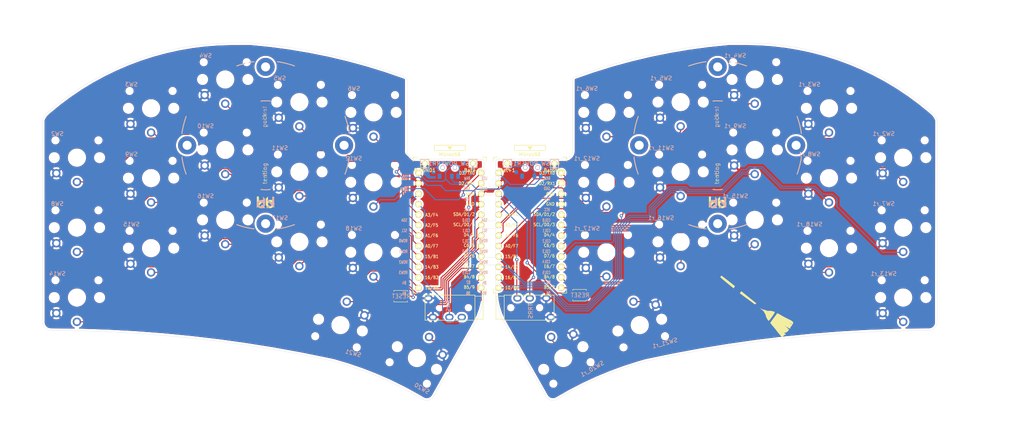
<source format=kicad_pcb>
(kicad_pcb (version 20171130) (host pcbnew 5.1.9)
  (layers (0 F.Cu signal) (31 B.Cu signal) (34 B.Paste user) (35 F.Paste user) (36 B.SilkS user) (37 F.SilkS user) (38 B.Mask user) (39 F.Mask user) (44 Edge.Cuts user))
  (net 0 "")
  (net 1 BT+)
  (net 2 gnd)
  (net 3 vcc)
  (net 4 Switch18)
  (net 5 reset)
  (net 6 Switch1)
  (net 7 Switch2)
  (net 8 Switch3)
  (net 9 Switch4)
  (net 10 Switch5)
  (net 11 Switch6)
  (net 12 Switch7)
  (net 13 Switch8)
  (net 14 Switch9)
  (net 15 Switch10)
  (net 16 Switch11)
  (net 17 Switch12)
  (net 18 Switch13)
  (net 19 Switch14)
  (net 20 Switch15)
  (net 21 Switch16)
  (net 22 Switch17)
  (net 23 "Net-(SW_POWER1-Pad1)")
  (net 24 raw)
  (net 25 BT+_r)
  (net 26 Switch18_r)
  (net 27 reset_r)
  (net 28 Switch9_r)
  (net 29 Switch10_r)
  (net 30 Switch11_r)
  (net 31 Switch12_r)
  (net 32 Switch13_r)
  (net 33 Switch14_r)
  (net 34 Switch15_r)
  (net 35 Switch16_r)
  (net 36 Switch17_r)
  (net 37 Switch1_r)
  (net 38 Switch2_r)
  (net 39 Switch3_r)
  (net 40 Switch4_r)
  (net 41 Switch5_r)
  (net 42 Switch6_r)
  (net 43 Switch7_r)
  (net 44 Switch8_r)
  (net 45 "Net-(SW_POWERR1-Pad1)")
  (module kbd:SW_SPST_B3U-1000P (layer F.Cu) (at 144.018 74.422)
    (fp_text reference RSW2 hide)
    (fp_text value SW_Push)
    (fp_text user RESET (at 0.127 0) (layer B.SilkS) (effects (justify mirror)))
    (pad 1 smd rect (at -1.7 0) (size 0.9 1.7) (layers F.Cu F.Paste F.Mask) (net 2 gnd))
    (pad 2 smd rect (at 1.7 0) (size 0.9 1.7) (layers F.Cu F.Paste F.Mask) (net 27 reset_r))
  )
  (module kbd:SW_SPST_B3U-1000P (layer F.Cu) (at 100.584 74.676)
    (fp_text reference RSW1 hide)
    (fp_text value SW_Push)
    (fp_text user RESET (at 0.127 0) (layer B.SilkS) (effects (justify mirror)))
    (pad 1 smd rect (at -1.7 0) (size 0.9 1.7) (layers F.Cu F.Paste F.Mask) (net 2 gnd))
    (pad 2 smd rect (at 1.7 0) (size 0.9 1.7) (layers F.Cu F.Paste F.Mask) (net 5 reset))
  )
  (module Kailh:TRRS-PJ-320A (layer F.Cu) (at 125.73 77.47 90)
    (fp_text reference J1)
    (fp_text value AudioJack4dpb hide)
    (fp_text user TRRS (at -0.8255 6.4135 90) (layer B.SilkS) (effects (justify mirror)))
    (pad R1 thru_hole oval (at 2.3 6.2 90) (size 1.6 2) (drill oval 0.9 1.3) (layers *.Cu *.Mask) (net 26 Switch18_r))
    (pad "" np_thru_hole circle (at 0 1.6 90) (size 0.8 0.8) (drill 0.8) (layers *.Cu *.Mask))
    (pad "" np_thru_hole circle (at 0 8.6 90) (size 0.8 0.8) (drill 0.8) (layers *.Cu *.Mask))
    (pad R2 thru_hole oval (at 2.3 3.2 90) (size 1.6 2) (drill oval 0.9 1.3) (layers *.Cu *.Mask) (net 3 vcc))
    (pad T thru_hole oval (at 2.3 10.2 90) (size 1.6 2) (drill oval 0.9 1.3) (layers *.Cu *.Mask) (net 2 gnd))
    (pad S thru_hole oval (at -2.3 11.3 90) (size 1.6 2) (drill oval 0.9 1.3) (layers *.Cu *.Mask) (net 2 gnd))
  )
  (module kbd:Tenting_Puck2 (layer F.Cu) (at 177.546 38)
    (fp_text reference REF**)
    (fp_text value "Tenting Puck")
    (fp_text user puck (at -0.1905 6.0325 90 unlocked) (layer B.SilkS) (effects (font (thickness 0.1)) (justify mirror)))
    (fp_text user tenting (at -0.254 -6.9215 90) (layer B.SilkS) (effects (font (thickness 0.1)) (justify mirror)))
    (fp_text user puck (at -0.254 -6.0325 90) (layer F.SilkS) (effects (font (thickness 0.1))))
    (fp_text user tenting (at -0.1905 6.858 90) (layer F.SilkS) (effects (font (thickness 0.1))))
    (pad 1 thru_hole circle (at -19.05 0) (size 4.4 4.4) (drill 2.2) (layers *.Cu *.Mask))
    (pad 1 thru_hole circle (at 0 19.05) (size 4.4 4.4) (drill 2.2) (layers *.Cu *.Mask))
    (pad 1 thru_hole circle (at 19.05 0) (size 4.4 4.4) (drill 2.2) (layers *.Cu *.Mask))
    (pad 1 thru_hole circle (at 0 -19.05) (size 4.4 4.4) (drill 2.2) (layers *.Cu *.Mask))
  )
  (module kbd:Tenting_Puck2 (layer F.Cu) (at 67.8 38)
    (fp_text reference REF**)
    (fp_text value "Tenting Puck")
    (fp_text user tenting (at -0.1905 6.858 90) (layer F.SilkS) (effects (font (thickness 0.1))))
    (fp_text user puck (at -0.254 -6.0325 90) (layer F.SilkS) (effects (font (thickness 0.1))))
    (fp_text user tenting (at -0.254 -6.9215 90) (layer B.SilkS) (effects (font (thickness 0.1)) (justify mirror)))
    (fp_text user puck (at -0.1905 6.0325 90 unlocked) (layer B.SilkS) (effects (font (thickness 0.1)) (justify mirror)))
    (pad 1 thru_hole circle (at 0 -19.05) (size 4.4 4.4) (drill 2.2) (layers *.Cu *.Mask))
    (pad 1 thru_hole circle (at 19.05 0) (size 4.4 4.4) (drill 2.2) (layers *.Cu *.Mask))
    (pad 1 thru_hole circle (at 0 19.05) (size 4.4 4.4) (drill 2.2) (layers *.Cu *.Mask))
    (pad 1 thru_hole circle (at -19.05 0) (size 4.4 4.4) (drill 2.2) (layers *.Cu *.Mask))
  )
  (module Kailh:TRRS-PJ-320A (layer F.Cu) (at 118.618 77.47 270)
    (fp_text reference J2)
    (fp_text value AudioJack4dpb hide)
    (fp_text user TRRS (at -0.8255 6.4135 90) (layer B.SilkS) (effects (justify mirror)))
    (pad R1 thru_hole oval (at 2.3 6.2 270) (size 1.6 2) (drill oval 0.9 1.3) (layers *.Cu *.Mask) (net 4 Switch18))
    (pad "" np_thru_hole circle (at 0 1.6 270) (size 0.8 0.8) (drill 0.8) (layers *.Cu *.Mask))
    (pad "" np_thru_hole circle (at 0 8.6 270) (size 0.8 0.8) (drill 0.8) (layers *.Cu *.Mask))
    (pad R2 thru_hole oval (at 2.3 3.2 270) (size 1.6 2) (drill oval 0.9 1.3) (layers *.Cu *.Mask) (net 3 vcc))
    (pad T thru_hole oval (at 2.3 10.2 270) (size 1.6 2) (drill oval 0.9 1.3) (layers *.Cu *.Mask) (net 2 gnd))
    (pad S thru_hole oval (at -2.3 11.3 270) (size 1.6 2) (drill oval 0.9 1.3) (layers *.Cu *.Mask) (net 2 gnd))
  )
  (module Kailh:SW_PG1350_nonrev_DPB (layer F.Cu) (at 158.632 81.7 195)
    (fp_text reference SW21_r1 hide)
    (fp_text value SW_Push hide)
    (fp_text user %R (at -4.759999 -5.8 15) (layer B.SilkS) (effects (justify mirror)))
    (pad "" np_thru_hole circle (at -5.22 -4.2 195) (size 0.9906 0.9906) (drill 0.9906) (layers *.Cu *.Mask))
    (pad "" np_thru_hole circle (at 0 0 195) (size 3.429 3.429) (drill 3.429) (layers *.Cu *.Mask))
    (pad 2 thru_hole circle (at -5 3.8 195) (size 2.032 2.032) (drill 1.27) (layers *.Cu *.Mask) (net 2 gnd))
    (pad 1 thru_hole circle (at 0 5.9 195) (size 2.032 2.032) (drill 1.27) (layers *.Cu *.Mask) (net 36 Switch17_r))
    (pad "" np_thru_hole circle (at 5.22 -4.2 195) (size 0.9906 0.9906) (drill 0.9906) (layers *.Cu *.Mask))
    (pad "" np_thru_hole circle (at 5.5 0 195) (size 1.7018 1.7018) (drill 1.7018) (layers *.Cu *.Mask))
    (pad "" np_thru_hole circle (at -5.5 0 195) (size 1.7018 1.7018) (drill 1.7018) (layers *.Cu *.Mask))
  )
  (module Kailh:SW_PG1350_nonrev_DPB (layer F.Cu) (at 140.072 89.7 210)
    (fp_text reference SW20_r1 hide)
    (fp_text value SW_Push hide)
    (fp_text user %R (at -4.76 -5.8 30) (layer B.SilkS) (effects (justify mirror)))
    (pad "" np_thru_hole circle (at -5.22 -4.2 210) (size 0.9906 0.9906) (drill 0.9906) (layers *.Cu *.Mask))
    (pad "" np_thru_hole circle (at 0 0 210) (size 3.429 3.429) (drill 3.429) (layers *.Cu *.Mask))
    (pad 2 thru_hole circle (at -5 3.8 210) (size 2.032 2.032) (drill 1.27) (layers *.Cu *.Mask) (net 2 gnd))
    (pad 1 thru_hole circle (at 0 5.9 210) (size 2.032 2.032) (drill 1.27) (layers *.Cu *.Mask) (net 35 Switch16_r))
    (pad "" np_thru_hole circle (at 5.22 -4.2 210) (size 0.9906 0.9906) (drill 0.9906) (layers *.Cu *.Mask))
    (pad "" np_thru_hole circle (at 5.5 0 210) (size 1.7018 1.7018) (drill 1.7018) (layers *.Cu *.Mask))
    (pad "" np_thru_hole circle (at -5.5 0 210) (size 1.7018 1.7018) (drill 1.7018) (layers *.Cu *.Mask))
  )
  (module Kailh:SW_PG1350_nonrev_DPB (layer F.Cu) (at 186.542 39.116)
    (fp_text reference SW9_r1 hide)
    (fp_text value SW_Push hide)
    (fp_text user %R (at -4.76 -5.8) (layer B.SilkS) (effects (justify mirror)))
    (pad "" np_thru_hole circle (at -5.22 -4.2) (size 0.9906 0.9906) (drill 0.9906) (layers *.Cu *.Mask))
    (pad "" np_thru_hole circle (at 0 0) (size 3.429 3.429) (drill 3.429) (layers *.Cu *.Mask))
    (pad 2 thru_hole circle (at -5 3.8) (size 2.032 2.032) (drill 1.27) (layers *.Cu *.Mask) (net 2 gnd))
    (pad 1 thru_hole circle (at 0 5.9) (size 2.032 2.032) (drill 1.27) (layers *.Cu *.Mask) (net 44 Switch8_r))
    (pad "" np_thru_hole circle (at 5.22 -4.2) (size 0.9906 0.9906) (drill 0.9906) (layers *.Cu *.Mask))
    (pad "" np_thru_hole circle (at 5.5 0) (size 1.7018 1.7018) (drill 1.7018) (layers *.Cu *.Mask))
    (pad "" np_thru_hole circle (at -5.5 0) (size 1.7018 1.7018) (drill 1.7018) (layers *.Cu *.Mask))
  )
  (module Kailh:SW_PG1350_nonrev_DPB (layer F.Cu) (at 204.568 45.974)
    (fp_text reference SW8_r1 hide)
    (fp_text value SW_Push hide)
    (fp_text user %R (at -4.76 -5.8) (layer B.SilkS) (effects (justify mirror)))
    (pad "" np_thru_hole circle (at -5.22 -4.2) (size 0.9906 0.9906) (drill 0.9906) (layers *.Cu *.Mask))
    (pad "" np_thru_hole circle (at 0 0) (size 3.429 3.429) (drill 3.429) (layers *.Cu *.Mask))
    (pad 2 thru_hole circle (at -5 3.8) (size 2.032 2.032) (drill 1.27) (layers *.Cu *.Mask) (net 2 gnd))
    (pad 1 thru_hole circle (at 0 5.9) (size 2.032 2.032) (drill 1.27) (layers *.Cu *.Mask) (net 43 Switch7_r))
    (pad "" np_thru_hole circle (at 5.22 -4.2) (size 0.9906 0.9906) (drill 0.9906) (layers *.Cu *.Mask))
    (pad "" np_thru_hole circle (at 5.5 0) (size 1.7018 1.7018) (drill 1.7018) (layers *.Cu *.Mask))
    (pad "" np_thru_hole circle (at -5.5 0) (size 1.7018 1.7018) (drill 1.7018) (layers *.Cu *.Mask))
  )
  (module Kailh:SW_PG1350_nonrev_DPB (layer F.Cu) (at 222.586 58)
    (fp_text reference SW7_r1 hide)
    (fp_text value SW_Push hide)
    (fp_text user %R (at -4.76 -5.8) (layer B.SilkS) (effects (justify mirror)))
    (pad "" np_thru_hole circle (at -5.22 -4.2) (size 0.9906 0.9906) (drill 0.9906) (layers *.Cu *.Mask))
    (pad "" np_thru_hole circle (at 0 0) (size 3.429 3.429) (drill 3.429) (layers *.Cu *.Mask))
    (pad 2 thru_hole circle (at -5 3.8) (size 2.032 2.032) (drill 1.27) (layers *.Cu *.Mask) (net 2 gnd))
    (pad 1 thru_hole circle (at 0 5.9) (size 2.032 2.032) (drill 1.27) (layers *.Cu *.Mask) (net 42 Switch6_r))
    (pad "" np_thru_hole circle (at 5.22 -4.2) (size 0.9906 0.9906) (drill 0.9906) (layers *.Cu *.Mask))
    (pad "" np_thru_hole circle (at 5.5 0) (size 1.7018 1.7018) (drill 1.7018) (layers *.Cu *.Mask))
    (pad "" np_thru_hole circle (at -5.5 0) (size 1.7018 1.7018) (drill 1.7018) (layers *.Cu *.Mask))
  )
  (module Kailh:SW_PG1350_nonrev_DPB (layer F.Cu) (at 150.54 30)
    (fp_text reference SW6_r1 hide)
    (fp_text value SW_Push hide)
    (fp_text user %R (at -4.76 -5.8) (layer B.SilkS) (effects (justify mirror)))
    (pad "" np_thru_hole circle (at -5.22 -4.2) (size 0.9906 0.9906) (drill 0.9906) (layers *.Cu *.Mask))
    (pad "" np_thru_hole circle (at 0 0) (size 3.429 3.429) (drill 3.429) (layers *.Cu *.Mask))
    (pad 2 thru_hole circle (at -5 3.8) (size 2.032 2.032) (drill 1.27) (layers *.Cu *.Mask) (net 2 gnd))
    (pad 1 thru_hole circle (at 0 5.9) (size 2.032 2.032) (drill 1.27) (layers *.Cu *.Mask) (net 41 Switch5_r))
    (pad "" np_thru_hole circle (at 5.22 -4.2) (size 0.9906 0.9906) (drill 0.9906) (layers *.Cu *.Mask))
    (pad "" np_thru_hole circle (at 5.5 0) (size 1.7018 1.7018) (drill 1.7018) (layers *.Cu *.Mask))
    (pad "" np_thru_hole circle (at -5.5 0) (size 1.7018 1.7018) (drill 1.7018) (layers *.Cu *.Mask))
  )
  (module Kailh:SW_PG1350_nonrev_DPB (layer F.Cu) (at 168.554 27.5)
    (fp_text reference SW5_r1 hide)
    (fp_text value SW_Push hide)
    (fp_text user %R (at -4.76 -5.8) (layer B.SilkS) (effects (justify mirror)))
    (pad "" np_thru_hole circle (at -5.22 -4.2) (size 0.9906 0.9906) (drill 0.9906) (layers *.Cu *.Mask))
    (pad "" np_thru_hole circle (at 0 0) (size 3.429 3.429) (drill 3.429) (layers *.Cu *.Mask))
    (pad 2 thru_hole circle (at -5 3.8) (size 2.032 2.032) (drill 1.27) (layers *.Cu *.Mask) (net 2 gnd))
    (pad 1 thru_hole circle (at 0 5.9) (size 2.032 2.032) (drill 1.27) (layers *.Cu *.Mask) (net 40 Switch4_r))
    (pad "" np_thru_hole circle (at 5.22 -4.2) (size 0.9906 0.9906) (drill 0.9906) (layers *.Cu *.Mask))
    (pad "" np_thru_hole circle (at 5.5 0) (size 1.7018 1.7018) (drill 1.7018) (layers *.Cu *.Mask))
    (pad "" np_thru_hole circle (at -5.5 0) (size 1.7018 1.7018) (drill 1.7018) (layers *.Cu *.Mask))
  )
  (module Kailh:SW_PG1350_nonrev_DPB (layer F.Cu) (at 186.542 22)
    (fp_text reference SW4_r1 hide)
    (fp_text value SW_Push hide)
    (fp_text user %R (at -4.76 -5.8) (layer B.SilkS) (effects (justify mirror)))
    (pad "" np_thru_hole circle (at -5.22 -4.2) (size 0.9906 0.9906) (drill 0.9906) (layers *.Cu *.Mask))
    (pad "" np_thru_hole circle (at 0 0) (size 3.429 3.429) (drill 3.429) (layers *.Cu *.Mask))
    (pad 2 thru_hole circle (at -5 3.8) (size 2.032 2.032) (drill 1.27) (layers *.Cu *.Mask) (net 2 gnd))
    (pad 1 thru_hole circle (at 0 5.9) (size 2.032 2.032) (drill 1.27) (layers *.Cu *.Mask) (net 39 Switch3_r))
    (pad "" np_thru_hole circle (at 5.22 -4.2) (size 0.9906 0.9906) (drill 0.9906) (layers *.Cu *.Mask))
    (pad "" np_thru_hole circle (at 5.5 0) (size 1.7018 1.7018) (drill 1.7018) (layers *.Cu *.Mask))
    (pad "" np_thru_hole circle (at -5.5 0) (size 1.7018 1.7018) (drill 1.7018) (layers *.Cu *.Mask))
  )
  (module Kailh:SW_PG1350_nonrev_DPB (layer F.Cu) (at 204.568 29)
    (fp_text reference SW3_r1 hide)
    (fp_text value SW_Push hide)
    (fp_text user %R (at -4.76 -5.8) (layer B.SilkS) (effects (justify mirror)))
    (pad "" np_thru_hole circle (at -5.22 -4.2) (size 0.9906 0.9906) (drill 0.9906) (layers *.Cu *.Mask))
    (pad "" np_thru_hole circle (at 0 0) (size 3.429 3.429) (drill 3.429) (layers *.Cu *.Mask))
    (pad 2 thru_hole circle (at -5 3.8) (size 2.032 2.032) (drill 1.27) (layers *.Cu *.Mask) (net 2 gnd))
    (pad 1 thru_hole circle (at 0 5.9) (size 2.032 2.032) (drill 1.27) (layers *.Cu *.Mask) (net 38 Switch2_r))
    (pad "" np_thru_hole circle (at 5.22 -4.2) (size 0.9906 0.9906) (drill 0.9906) (layers *.Cu *.Mask))
    (pad "" np_thru_hole circle (at 5.5 0) (size 1.7018 1.7018) (drill 1.7018) (layers *.Cu *.Mask))
    (pad "" np_thru_hole circle (at -5.5 0) (size 1.7018 1.7018) (drill 1.7018) (layers *.Cu *.Mask))
  )
  (module Kailh:SW_PG1350_nonrev_DPB (layer F.Cu) (at 222.586 41)
    (fp_text reference SW2_r1 hide)
    (fp_text value SW_Push hide)
    (fp_text user %R (at -4.76 -5.8) (layer B.SilkS) (effects (justify mirror)))
    (pad "" np_thru_hole circle (at -5.22 -4.2) (size 0.9906 0.9906) (drill 0.9906) (layers *.Cu *.Mask))
    (pad "" np_thru_hole circle (at 0 0) (size 3.429 3.429) (drill 3.429) (layers *.Cu *.Mask))
    (pad 2 thru_hole circle (at -5 3.8) (size 2.032 2.032) (drill 1.27) (layers *.Cu *.Mask) (net 2 gnd))
    (pad 1 thru_hole circle (at 0 5.9) (size 2.032 2.032) (drill 1.27) (layers *.Cu *.Mask) (net 37 Switch1_r))
    (pad "" np_thru_hole circle (at 5.22 -4.2) (size 0.9906 0.9906) (drill 0.9906) (layers *.Cu *.Mask))
    (pad "" np_thru_hole circle (at 5.5 0) (size 1.7018 1.7018) (drill 1.7018) (layers *.Cu *.Mask))
    (pad "" np_thru_hole circle (at -5.5 0) (size 1.7018 1.7018) (drill 1.7018) (layers *.Cu *.Mask))
  )
  (module Kailh:SW_PG1350_nonrev_DPB (layer F.Cu) (at 204.568 62.992)
    (fp_text reference SW18_r1 hide)
    (fp_text value SW_Push hide)
    (fp_text user %R (at -4.76 -5.8) (layer B.SilkS) (effects (justify mirror)))
    (pad "" np_thru_hole circle (at -5.22 -4.2) (size 0.9906 0.9906) (drill 0.9906) (layers *.Cu *.Mask))
    (pad "" np_thru_hole circle (at 0 0) (size 3.429 3.429) (drill 3.429) (layers *.Cu *.Mask))
    (pad 2 thru_hole circle (at -5 3.8) (size 2.032 2.032) (drill 1.27) (layers *.Cu *.Mask) (net 2 gnd))
    (pad 1 thru_hole circle (at 0 5.9) (size 2.032 2.032) (drill 1.27) (layers *.Cu *.Mask) (net 31 Switch12_r))
    (pad "" np_thru_hole circle (at 5.22 -4.2) (size 0.9906 0.9906) (drill 0.9906) (layers *.Cu *.Mask))
    (pad "" np_thru_hole circle (at 5.5 0) (size 1.7018 1.7018) (drill 1.7018) (layers *.Cu *.Mask))
    (pad "" np_thru_hole circle (at -5.5 0) (size 1.7018 1.7018) (drill 1.7018) (layers *.Cu *.Mask))
  )
  (module Kailh:SW_PG1350_nonrev_DPB (layer F.Cu) (at 150.54 64.008)
    (fp_text reference SW17_r1 hide)
    (fp_text value SW_Push hide)
    (fp_text user %R (at -4.76 -5.8) (layer B.SilkS) (effects (justify mirror)))
    (pad "" np_thru_hole circle (at -5.22 -4.2) (size 0.9906 0.9906) (drill 0.9906) (layers *.Cu *.Mask))
    (pad "" np_thru_hole circle (at 0 0) (size 3.429 3.429) (drill 3.429) (layers *.Cu *.Mask))
    (pad 2 thru_hole circle (at -5 3.8) (size 2.032 2.032) (drill 1.27) (layers *.Cu *.Mask) (net 2 gnd))
    (pad 1 thru_hole circle (at 0 5.9) (size 2.032 2.032) (drill 1.27) (layers *.Cu *.Mask) (net 34 Switch15_r))
    (pad "" np_thru_hole circle (at 5.22 -4.2) (size 0.9906 0.9906) (drill 0.9906) (layers *.Cu *.Mask))
    (pad "" np_thru_hole circle (at 5.5 0) (size 1.7018 1.7018) (drill 1.7018) (layers *.Cu *.Mask))
    (pad "" np_thru_hole circle (at -5.5 0) (size 1.7018 1.7018) (drill 1.7018) (layers *.Cu *.Mask))
  )
  (module Kailh:SW_PG1350_nonrev_DPB (layer F.Cu) (at 168.554 61.468)
    (fp_text reference SW16_r1 hide)
    (fp_text value SW_Push hide)
    (fp_text user %R (at -4.76 -5.8) (layer B.SilkS) (effects (justify mirror)))
    (pad "" np_thru_hole circle (at -5.22 -4.2) (size 0.9906 0.9906) (drill 0.9906) (layers *.Cu *.Mask))
    (pad "" np_thru_hole circle (at 0 0) (size 3.429 3.429) (drill 3.429) (layers *.Cu *.Mask))
    (pad 2 thru_hole circle (at -5 3.8) (size 2.032 2.032) (drill 1.27) (layers *.Cu *.Mask) (net 2 gnd))
    (pad 1 thru_hole circle (at 0 5.9) (size 2.032 2.032) (drill 1.27) (layers *.Cu *.Mask) (net 33 Switch14_r))
    (pad "" np_thru_hole circle (at 5.22 -4.2) (size 0.9906 0.9906) (drill 0.9906) (layers *.Cu *.Mask))
    (pad "" np_thru_hole circle (at 5.5 0) (size 1.7018 1.7018) (drill 1.7018) (layers *.Cu *.Mask))
    (pad "" np_thru_hole circle (at -5.5 0) (size 1.7018 1.7018) (drill 1.7018) (layers *.Cu *.Mask))
  )
  (module Kailh:SW_PG1350_nonrev_DPB (layer F.Cu) (at 186.542 56.134)
    (fp_text reference SW15_r1 hide)
    (fp_text value SW_Push hide)
    (fp_text user %R (at -4.76 -5.8) (layer B.SilkS) (effects (justify mirror)))
    (pad "" np_thru_hole circle (at -5.22 -4.2) (size 0.9906 0.9906) (drill 0.9906) (layers *.Cu *.Mask))
    (pad "" np_thru_hole circle (at 0 0) (size 3.429 3.429) (drill 3.429) (layers *.Cu *.Mask))
    (pad 2 thru_hole circle (at -5 3.8) (size 2.032 2.032) (drill 1.27) (layers *.Cu *.Mask) (net 2 gnd))
    (pad 1 thru_hole circle (at 0 5.9) (size 2.032 2.032) (drill 1.27) (layers *.Cu *.Mask) (net 32 Switch13_r))
    (pad "" np_thru_hole circle (at 5.22 -4.2) (size 0.9906 0.9906) (drill 0.9906) (layers *.Cu *.Mask))
    (pad "" np_thru_hole circle (at 5.5 0) (size 1.7018 1.7018) (drill 1.7018) (layers *.Cu *.Mask))
    (pad "" np_thru_hole circle (at -5.5 0) (size 1.7018 1.7018) (drill 1.7018) (layers *.Cu *.Mask))
  )
  (module Kailh:SW_PG1350_nonrev_DPB (layer F.Cu) (at 222.586 75)
    (fp_text reference SW13_r1 hide)
    (fp_text value SW_Push hide)
    (fp_text user %R (at -4.76 -5.8) (layer B.SilkS) (effects (justify mirror)))
    (pad "" np_thru_hole circle (at -5.22 -4.2) (size 0.9906 0.9906) (drill 0.9906) (layers *.Cu *.Mask))
    (pad "" np_thru_hole circle (at 0 0) (size 3.429 3.429) (drill 3.429) (layers *.Cu *.Mask))
    (pad 2 thru_hole circle (at -5 3.8) (size 2.032 2.032) (drill 1.27) (layers *.Cu *.Mask) (net 2 gnd))
    (pad 1 thru_hole circle (at 0 5.9) (size 2.032 2.032) (drill 1.27) (layers *.Cu *.Mask) (net 30 Switch11_r))
    (pad "" np_thru_hole circle (at 5.22 -4.2) (size 0.9906 0.9906) (drill 0.9906) (layers *.Cu *.Mask))
    (pad "" np_thru_hole circle (at 5.5 0) (size 1.7018 1.7018) (drill 1.7018) (layers *.Cu *.Mask))
    (pad "" np_thru_hole circle (at -5.5 0) (size 1.7018 1.7018) (drill 1.7018) (layers *.Cu *.Mask))
  )
  (module Kailh:SW_PG1350_nonrev_DPB (layer F.Cu) (at 150.54 46.99)
    (fp_text reference SW12_r1 hide)
    (fp_text value SW_Push hide)
    (fp_text user %R (at -4.76 -5.8) (layer B.SilkS) (effects (justify mirror)))
    (pad "" np_thru_hole circle (at -5.22 -4.2) (size 0.9906 0.9906) (drill 0.9906) (layers *.Cu *.Mask))
    (pad "" np_thru_hole circle (at 0 0) (size 3.429 3.429) (drill 3.429) (layers *.Cu *.Mask))
    (pad 2 thru_hole circle (at -5 3.8) (size 2.032 2.032) (drill 1.27) (layers *.Cu *.Mask) (net 2 gnd))
    (pad 1 thru_hole circle (at 0 5.9) (size 2.032 2.032) (drill 1.27) (layers *.Cu *.Mask) (net 29 Switch10_r))
    (pad "" np_thru_hole circle (at 5.22 -4.2) (size 0.9906 0.9906) (drill 0.9906) (layers *.Cu *.Mask))
    (pad "" np_thru_hole circle (at 5.5 0) (size 1.7018 1.7018) (drill 1.7018) (layers *.Cu *.Mask))
    (pad "" np_thru_hole circle (at -5.5 0) (size 1.7018 1.7018) (drill 1.7018) (layers *.Cu *.Mask))
  )
  (module Kailh:SW_PG1350_nonrev_DPB (layer F.Cu) (at 168.554 44.45)
    (fp_text reference SW11_r1 hide)
    (fp_text value SW_Push hide)
    (fp_text user %R (at -4.76 -5.8) (layer B.SilkS) (effects (justify mirror)))
    (pad "" np_thru_hole circle (at -5.22 -4.2) (size 0.9906 0.9906) (drill 0.9906) (layers *.Cu *.Mask))
    (pad "" np_thru_hole circle (at 0 0) (size 3.429 3.429) (drill 3.429) (layers *.Cu *.Mask))
    (pad 2 thru_hole circle (at -5 3.8) (size 2.032 2.032) (drill 1.27) (layers *.Cu *.Mask) (net 2 gnd))
    (pad 1 thru_hole circle (at 0 5.9) (size 2.032 2.032) (drill 1.27) (layers *.Cu *.Mask) (net 28 Switch9_r))
    (pad "" np_thru_hole circle (at 5.22 -4.2) (size 0.9906 0.9906) (drill 0.9906) (layers *.Cu *.Mask))
    (pad "" np_thru_hole circle (at 5.5 0) (size 1.7018 1.7018) (drill 1.7018) (layers *.Cu *.Mask))
    (pad "" np_thru_hole circle (at -5.5 0) (size 1.7018 1.7018) (drill 1.7018) (layers *.Cu *.Mask))
  )
  (module Kailh:SW_PG1350_nonrev_DPB (layer F.Cu) (at 85.97 81.7 165)
    (fp_text reference SW21 hide)
    (fp_text value SW_Push hide)
    (fp_text user %R (at -4.759999 -5.8 165) (layer B.SilkS) (effects (justify mirror)))
    (pad "" np_thru_hole circle (at -5.22 -4.2 165) (size 0.9906 0.9906) (drill 0.9906) (layers *.Cu *.Mask))
    (pad "" np_thru_hole circle (at 0 0 165) (size 3.429 3.429) (drill 3.429) (layers *.Cu *.Mask))
    (pad 2 thru_hole circle (at -5 3.8 165) (size 2.032 2.032) (drill 1.27) (layers *.Cu *.Mask) (net 2 gnd))
    (pad 1 thru_hole circle (at 0 5.9 165) (size 2.032 2.032) (drill 1.27) (layers *.Cu *.Mask) (net 22 Switch17))
    (pad "" np_thru_hole circle (at 5.22 -4.2 165) (size 0.9906 0.9906) (drill 0.9906) (layers *.Cu *.Mask))
    (pad "" np_thru_hole circle (at 5.5 0 165) (size 1.7018 1.7018) (drill 1.7018) (layers *.Cu *.Mask))
    (pad "" np_thru_hole circle (at -5.5 0 165) (size 1.7018 1.7018) (drill 1.7018) (layers *.Cu *.Mask))
  )
  (module Kailh:SW_PG1350_nonrev_DPB (layer F.Cu) (at 104.53 89.7 150)
    (fp_text reference SW20 hide)
    (fp_text value SW_Push hide)
    (fp_text user %R (at -4.76 -5.8 150) (layer B.SilkS) (effects (justify mirror)))
    (pad "" np_thru_hole circle (at -5.22 -4.2 150) (size 0.9906 0.9906) (drill 0.9906) (layers *.Cu *.Mask))
    (pad "" np_thru_hole circle (at 0 0 150) (size 3.429 3.429) (drill 3.429) (layers *.Cu *.Mask))
    (pad 2 thru_hole circle (at -5 3.8 150) (size 2.032 2.032) (drill 1.27) (layers *.Cu *.Mask) (net 2 gnd))
    (pad 1 thru_hole circle (at 0 5.9 150) (size 2.032 2.032) (drill 1.27) (layers *.Cu *.Mask) (net 21 Switch16))
    (pad "" np_thru_hole circle (at 5.22 -4.2 150) (size 0.9906 0.9906) (drill 0.9906) (layers *.Cu *.Mask))
    (pad "" np_thru_hole circle (at 5.5 0 150) (size 1.7018 1.7018) (drill 1.7018) (layers *.Cu *.Mask))
    (pad "" np_thru_hole circle (at -5.5 0 150) (size 1.7018 1.7018) (drill 1.7018) (layers *.Cu *.Mask))
  )
  (module Kailh:SW_PG1350_nonrev_DPB (layer F.Cu) (at 93.98 64.008)
    (fp_text reference SW18 hide)
    (fp_text value SW_Push hide)
    (fp_text user %R (at -4.76 -5.8) (layer B.SilkS) (effects (justify mirror)))
    (pad "" np_thru_hole circle (at -5.22 -4.2) (size 0.9906 0.9906) (drill 0.9906) (layers *.Cu *.Mask))
    (pad "" np_thru_hole circle (at 0 0) (size 3.429 3.429) (drill 3.429) (layers *.Cu *.Mask))
    (pad 2 thru_hole circle (at -5 3.8) (size 2.032 2.032) (drill 1.27) (layers *.Cu *.Mask) (net 2 gnd))
    (pad 1 thru_hole circle (at 0 5.9) (size 2.032 2.032) (drill 1.27) (layers *.Cu *.Mask) (net 20 Switch15))
    (pad "" np_thru_hole circle (at 5.22 -4.2) (size 0.9906 0.9906) (drill 0.9906) (layers *.Cu *.Mask))
    (pad "" np_thru_hole circle (at 5.5 0) (size 1.7018 1.7018) (drill 1.7018) (layers *.Cu *.Mask))
    (pad "" np_thru_hole circle (at -5.5 0) (size 1.7018 1.7018) (drill 1.7018) (layers *.Cu *.Mask))
  )
  (module Kailh:SW_PG1350_nonrev_DPB (layer F.Cu) (at 76 61.468)
    (fp_text reference SW17 hide)
    (fp_text value SW_Push hide)
    (fp_text user %R (at -4.76 -5.8) (layer B.SilkS) (effects (justify mirror)))
    (pad "" np_thru_hole circle (at -5.22 -4.2) (size 0.9906 0.9906) (drill 0.9906) (layers *.Cu *.Mask))
    (pad "" np_thru_hole circle (at 0 0) (size 3.429 3.429) (drill 3.429) (layers *.Cu *.Mask))
    (pad 2 thru_hole circle (at -5 3.8) (size 2.032 2.032) (drill 1.27) (layers *.Cu *.Mask) (net 2 gnd))
    (pad 1 thru_hole circle (at 0 5.9) (size 2.032 2.032) (drill 1.27) (layers *.Cu *.Mask) (net 19 Switch14))
    (pad "" np_thru_hole circle (at 5.22 -4.2) (size 0.9906 0.9906) (drill 0.9906) (layers *.Cu *.Mask))
    (pad "" np_thru_hole circle (at 5.5 0) (size 1.7018 1.7018) (drill 1.7018) (layers *.Cu *.Mask))
    (pad "" np_thru_hole circle (at -5.5 0) (size 1.7018 1.7018) (drill 1.7018) (layers *.Cu *.Mask))
  )
  (module Kailh:SW_PG1350_nonrev_DPB (layer F.Cu) (at 58 56.134)
    (fp_text reference SW16 hide)
    (fp_text value SW_Push hide)
    (fp_text user %R (at -4.76 -5.8) (layer B.SilkS) (effects (justify mirror)))
    (pad "" np_thru_hole circle (at -5.22 -4.2) (size 0.9906 0.9906) (drill 0.9906) (layers *.Cu *.Mask))
    (pad "" np_thru_hole circle (at 0 0) (size 3.429 3.429) (drill 3.429) (layers *.Cu *.Mask))
    (pad 2 thru_hole circle (at -5 3.8) (size 2.032 2.032) (drill 1.27) (layers *.Cu *.Mask) (net 2 gnd))
    (pad 1 thru_hole circle (at 0 5.9) (size 2.032 2.032) (drill 1.27) (layers *.Cu *.Mask) (net 18 Switch13))
    (pad "" np_thru_hole circle (at 5.22 -4.2) (size 0.9906 0.9906) (drill 0.9906) (layers *.Cu *.Mask))
    (pad "" np_thru_hole circle (at 5.5 0) (size 1.7018 1.7018) (drill 1.7018) (layers *.Cu *.Mask))
    (pad "" np_thru_hole circle (at -5.5 0) (size 1.7018 1.7018) (drill 1.7018) (layers *.Cu *.Mask))
  )
  (module Kailh:SW_PG1350_nonrev_DPB (layer F.Cu) (at 40 62.992)
    (fp_text reference SW15 hide)
    (fp_text value SW_Push hide)
    (fp_text user %R (at -4.76 -5.8) (layer B.SilkS) (effects (justify mirror)))
    (pad "" np_thru_hole circle (at -5.22 -4.2) (size 0.9906 0.9906) (drill 0.9906) (layers *.Cu *.Mask))
    (pad "" np_thru_hole circle (at 0 0) (size 3.429 3.429) (drill 3.429) (layers *.Cu *.Mask))
    (pad 2 thru_hole circle (at -5 3.8) (size 2.032 2.032) (drill 1.27) (layers *.Cu *.Mask) (net 2 gnd))
    (pad 1 thru_hole circle (at 0 5.9) (size 2.032 2.032) (drill 1.27) (layers *.Cu *.Mask) (net 17 Switch12))
    (pad "" np_thru_hole circle (at 5.22 -4.2) (size 0.9906 0.9906) (drill 0.9906) (layers *.Cu *.Mask))
    (pad "" np_thru_hole circle (at 5.5 0) (size 1.7018 1.7018) (drill 1.7018) (layers *.Cu *.Mask))
    (pad "" np_thru_hole circle (at -5.5 0) (size 1.7018 1.7018) (drill 1.7018) (layers *.Cu *.Mask))
  )
  (module Kailh:SW_PG1350_nonrev_DPB (layer F.Cu) (at 22 75)
    (fp_text reference SW14 hide)
    (fp_text value SW_Push hide)
    (fp_text user %R (at -4.76 -5.8) (layer B.SilkS) (effects (justify mirror)))
    (pad "" np_thru_hole circle (at -5.22 -4.2) (size 0.9906 0.9906) (drill 0.9906) (layers *.Cu *.Mask))
    (pad "" np_thru_hole circle (at 0 0) (size 3.429 3.429) (drill 3.429) (layers *.Cu *.Mask))
    (pad 2 thru_hole circle (at -5 3.8) (size 2.032 2.032) (drill 1.27) (layers *.Cu *.Mask) (net 2 gnd))
    (pad 1 thru_hole circle (at 0 5.9) (size 2.032 2.032) (drill 1.27) (layers *.Cu *.Mask) (net 16 Switch11))
    (pad "" np_thru_hole circle (at 5.22 -4.2) (size 0.9906 0.9906) (drill 0.9906) (layers *.Cu *.Mask))
    (pad "" np_thru_hole circle (at 5.5 0) (size 1.7018 1.7018) (drill 1.7018) (layers *.Cu *.Mask))
    (pad "" np_thru_hole circle (at -5.5 0) (size 1.7018 1.7018) (drill 1.7018) (layers *.Cu *.Mask))
  )
  (module Kailh:SW_PG1350_nonrev_DPB (layer F.Cu) (at 93.98 46.99)
    (fp_text reference SW12 hide)
    (fp_text value SW_Push hide)
    (fp_text user %R (at -4.76 -5.8) (layer B.SilkS) (effects (justify mirror)))
    (pad "" np_thru_hole circle (at -5.22 -4.2) (size 0.9906 0.9906) (drill 0.9906) (layers *.Cu *.Mask))
    (pad "" np_thru_hole circle (at 0 0) (size 3.429 3.429) (drill 3.429) (layers *.Cu *.Mask))
    (pad 2 thru_hole circle (at -5 3.8) (size 2.032 2.032) (drill 1.27) (layers *.Cu *.Mask) (net 2 gnd))
    (pad 1 thru_hole circle (at 0 5.9) (size 2.032 2.032) (drill 1.27) (layers *.Cu *.Mask) (net 15 Switch10))
    (pad "" np_thru_hole circle (at 5.22 -4.2) (size 0.9906 0.9906) (drill 0.9906) (layers *.Cu *.Mask))
    (pad "" np_thru_hole circle (at 5.5 0) (size 1.7018 1.7018) (drill 1.7018) (layers *.Cu *.Mask))
    (pad "" np_thru_hole circle (at -5.5 0) (size 1.7018 1.7018) (drill 1.7018) (layers *.Cu *.Mask))
  )
  (module Kailh:SW_PG1350_nonrev_DPB (layer F.Cu) (at 76 44.45)
    (fp_text reference SW11 hide)
    (fp_text value SW_Push hide)
    (fp_text user %R (at -4.76 -5.8) (layer B.SilkS) (effects (justify mirror)))
    (pad "" np_thru_hole circle (at -5.22 -4.2) (size 0.9906 0.9906) (drill 0.9906) (layers *.Cu *.Mask))
    (pad "" np_thru_hole circle (at 0 0) (size 3.429 3.429) (drill 3.429) (layers *.Cu *.Mask))
    (pad 2 thru_hole circle (at -5 3.8) (size 2.032 2.032) (drill 1.27) (layers *.Cu *.Mask) (net 2 gnd))
    (pad 1 thru_hole circle (at 0 5.9) (size 2.032 2.032) (drill 1.27) (layers *.Cu *.Mask) (net 14 Switch9))
    (pad "" np_thru_hole circle (at 5.22 -4.2) (size 0.9906 0.9906) (drill 0.9906) (layers *.Cu *.Mask))
    (pad "" np_thru_hole circle (at 5.5 0) (size 1.7018 1.7018) (drill 1.7018) (layers *.Cu *.Mask))
    (pad "" np_thru_hole circle (at -5.5 0) (size 1.7018 1.7018) (drill 1.7018) (layers *.Cu *.Mask))
  )
  (module Kailh:SW_PG1350_nonrev_DPB (layer F.Cu) (at 58 39.116)
    (fp_text reference SW10 hide)
    (fp_text value SW_Push hide)
    (fp_text user %R (at -4.76 -5.8) (layer B.SilkS) (effects (justify mirror)))
    (pad "" np_thru_hole circle (at -5.22 -4.2) (size 0.9906 0.9906) (drill 0.9906) (layers *.Cu *.Mask))
    (pad "" np_thru_hole circle (at 0 0) (size 3.429 3.429) (drill 3.429) (layers *.Cu *.Mask))
    (pad 2 thru_hole circle (at -5 3.8) (size 2.032 2.032) (drill 1.27) (layers *.Cu *.Mask) (net 2 gnd))
    (pad 1 thru_hole circle (at 0 5.9) (size 2.032 2.032) (drill 1.27) (layers *.Cu *.Mask) (net 13 Switch8))
    (pad "" np_thru_hole circle (at 5.22 -4.2) (size 0.9906 0.9906) (drill 0.9906) (layers *.Cu *.Mask))
    (pad "" np_thru_hole circle (at 5.5 0) (size 1.7018 1.7018) (drill 1.7018) (layers *.Cu *.Mask))
    (pad "" np_thru_hole circle (at -5.5 0) (size 1.7018 1.7018) (drill 1.7018) (layers *.Cu *.Mask))
  )
  (module Kailh:SW_PG1350_nonrev_DPB (layer F.Cu) (at 40 45.974)
    (fp_text reference SW9 hide)
    (fp_text value SW_Push hide)
    (fp_text user %R (at -4.76 -5.8) (layer B.SilkS) (effects (justify mirror)))
    (pad "" np_thru_hole circle (at -5.22 -4.2) (size 0.9906 0.9906) (drill 0.9906) (layers *.Cu *.Mask))
    (pad "" np_thru_hole circle (at 0 0) (size 3.429 3.429) (drill 3.429) (layers *.Cu *.Mask))
    (pad 2 thru_hole circle (at -5 3.8) (size 2.032 2.032) (drill 1.27) (layers *.Cu *.Mask) (net 2 gnd))
    (pad 1 thru_hole circle (at 0 5.9) (size 2.032 2.032) (drill 1.27) (layers *.Cu *.Mask) (net 12 Switch7))
    (pad "" np_thru_hole circle (at 5.22 -4.2) (size 0.9906 0.9906) (drill 0.9906) (layers *.Cu *.Mask))
    (pad "" np_thru_hole circle (at 5.5 0) (size 1.7018 1.7018) (drill 1.7018) (layers *.Cu *.Mask))
    (pad "" np_thru_hole circle (at -5.5 0) (size 1.7018 1.7018) (drill 1.7018) (layers *.Cu *.Mask))
  )
  (module Kailh:SW_PG1350_nonrev_DPB (layer F.Cu) (at 22 58)
    (fp_text reference SW8 hide)
    (fp_text value SW_Push hide)
    (fp_text user %R (at -4.76 -5.8) (layer B.SilkS) (effects (justify mirror)))
    (pad "" np_thru_hole circle (at -5.22 -4.2) (size 0.9906 0.9906) (drill 0.9906) (layers *.Cu *.Mask))
    (pad "" np_thru_hole circle (at 0 0) (size 3.429 3.429) (drill 3.429) (layers *.Cu *.Mask))
    (pad 2 thru_hole circle (at -5 3.8) (size 2.032 2.032) (drill 1.27) (layers *.Cu *.Mask) (net 2 gnd))
    (pad 1 thru_hole circle (at 0 5.9) (size 2.032 2.032) (drill 1.27) (layers *.Cu *.Mask) (net 11 Switch6))
    (pad "" np_thru_hole circle (at 5.22 -4.2) (size 0.9906 0.9906) (drill 0.9906) (layers *.Cu *.Mask))
    (pad "" np_thru_hole circle (at 5.5 0) (size 1.7018 1.7018) (drill 1.7018) (layers *.Cu *.Mask))
    (pad "" np_thru_hole circle (at -5.5 0) (size 1.7018 1.7018) (drill 1.7018) (layers *.Cu *.Mask))
  )
  (module Kailh:SW_PG1350_nonrev_DPB (layer F.Cu) (at 94 30)
    (fp_text reference SW6 hide)
    (fp_text value SW_Push hide)
    (fp_text user %R (at -4.76 -5.8) (layer B.SilkS) (effects (justify mirror)))
    (pad "" np_thru_hole circle (at -5.22 -4.2) (size 0.9906 0.9906) (drill 0.9906) (layers *.Cu *.Mask))
    (pad "" np_thru_hole circle (at 0 0) (size 3.429 3.429) (drill 3.429) (layers *.Cu *.Mask))
    (pad 2 thru_hole circle (at -5 3.8) (size 2.032 2.032) (drill 1.27) (layers *.Cu *.Mask) (net 2 gnd))
    (pad 1 thru_hole circle (at 0 5.9) (size 2.032 2.032) (drill 1.27) (layers *.Cu *.Mask) (net 10 Switch5))
    (pad "" np_thru_hole circle (at 5.22 -4.2) (size 0.9906 0.9906) (drill 0.9906) (layers *.Cu *.Mask))
    (pad "" np_thru_hole circle (at 5.5 0) (size 1.7018 1.7018) (drill 1.7018) (layers *.Cu *.Mask))
    (pad "" np_thru_hole circle (at -5.5 0) (size 1.7018 1.7018) (drill 1.7018) (layers *.Cu *.Mask))
  )
  (module Kailh:SW_PG1350_nonrev_DPB (layer F.Cu) (at 76 27.5)
    (fp_text reference SW5 hide)
    (fp_text value SW_Push hide)
    (fp_text user %R (at -4.76 -5.8) (layer B.SilkS) (effects (justify mirror)))
    (pad "" np_thru_hole circle (at -5.22 -4.2) (size 0.9906 0.9906) (drill 0.9906) (layers *.Cu *.Mask))
    (pad "" np_thru_hole circle (at 0 0) (size 3.429 3.429) (drill 3.429) (layers *.Cu *.Mask))
    (pad 2 thru_hole circle (at -5 3.8) (size 2.032 2.032) (drill 1.27) (layers *.Cu *.Mask) (net 2 gnd))
    (pad 1 thru_hole circle (at 0 5.9) (size 2.032 2.032) (drill 1.27) (layers *.Cu *.Mask) (net 9 Switch4))
    (pad "" np_thru_hole circle (at 5.22 -4.2) (size 0.9906 0.9906) (drill 0.9906) (layers *.Cu *.Mask))
    (pad "" np_thru_hole circle (at 5.5 0) (size 1.7018 1.7018) (drill 1.7018) (layers *.Cu *.Mask))
    (pad "" np_thru_hole circle (at -5.5 0) (size 1.7018 1.7018) (drill 1.7018) (layers *.Cu *.Mask))
  )
  (module Kailh:SW_PG1350_nonrev_DPB (layer F.Cu) (at 58 22)
    (fp_text reference SW4 hide)
    (fp_text value SW_Push hide)
    (fp_text user %R (at -4.76 -5.8) (layer B.SilkS) (effects (justify mirror)))
    (pad "" np_thru_hole circle (at -5.22 -4.2) (size 0.9906 0.9906) (drill 0.9906) (layers *.Cu *.Mask))
    (pad "" np_thru_hole circle (at 0 0) (size 3.429 3.429) (drill 3.429) (layers *.Cu *.Mask))
    (pad 2 thru_hole circle (at -5 3.8) (size 2.032 2.032) (drill 1.27) (layers *.Cu *.Mask) (net 2 gnd))
    (pad 1 thru_hole circle (at 0 5.9) (size 2.032 2.032) (drill 1.27) (layers *.Cu *.Mask) (net 8 Switch3))
    (pad "" np_thru_hole circle (at 5.22 -4.2) (size 0.9906 0.9906) (drill 0.9906) (layers *.Cu *.Mask))
    (pad "" np_thru_hole circle (at 5.5 0) (size 1.7018 1.7018) (drill 1.7018) (layers *.Cu *.Mask))
    (pad "" np_thru_hole circle (at -5.5 0) (size 1.7018 1.7018) (drill 1.7018) (layers *.Cu *.Mask))
  )
  (module Kailh:SW_PG1350_nonrev_DPB (layer F.Cu) (at 40 29)
    (fp_text reference SW3 hide)
    (fp_text value SW_Push hide)
    (fp_text user %R (at -4.76 -5.8) (layer B.SilkS) (effects (justify mirror)))
    (pad "" np_thru_hole circle (at -5.22 -4.2) (size 0.9906 0.9906) (drill 0.9906) (layers *.Cu *.Mask))
    (pad "" np_thru_hole circle (at 0 0) (size 3.429 3.429) (drill 3.429) (layers *.Cu *.Mask))
    (pad 2 thru_hole circle (at -5 3.8) (size 2.032 2.032) (drill 1.27) (layers *.Cu *.Mask) (net 2 gnd))
    (pad 1 thru_hole circle (at 0 5.9) (size 2.032 2.032) (drill 1.27) (layers *.Cu *.Mask) (net 7 Switch2))
    (pad "" np_thru_hole circle (at 5.22 -4.2) (size 0.9906 0.9906) (drill 0.9906) (layers *.Cu *.Mask))
    (pad "" np_thru_hole circle (at 5.5 0) (size 1.7018 1.7018) (drill 1.7018) (layers *.Cu *.Mask))
    (pad "" np_thru_hole circle (at -5.5 0) (size 1.7018 1.7018) (drill 1.7018) (layers *.Cu *.Mask))
  )
  (module Kailh:SW_PG1350_nonrev_DPB (layer F.Cu) (at 22 41)
    (fp_text reference SW2 hide)
    (fp_text value SW_Push hide)
    (fp_text user %R (at -4.76 -5.8) (layer B.SilkS) (effects (justify mirror)))
    (pad "" np_thru_hole circle (at -5.22 -4.2) (size 0.9906 0.9906) (drill 0.9906) (layers *.Cu *.Mask))
    (pad "" np_thru_hole circle (at 0 0) (size 3.429 3.429) (drill 3.429) (layers *.Cu *.Mask))
    (pad 2 thru_hole circle (at -5 3.8) (size 2.032 2.032) (drill 1.27) (layers *.Cu *.Mask) (net 2 gnd))
    (pad 1 thru_hole circle (at 0 5.9) (size 2.032 2.032) (drill 1.27) (layers *.Cu *.Mask) (net 6 Switch1))
    (pad "" np_thru_hole circle (at 5.22 -4.2) (size 0.9906 0.9906) (drill 0.9906) (layers *.Cu *.Mask))
    (pad "" np_thru_hole circle (at 5.5 0) (size 1.7018 1.7018) (drill 1.7018) (layers *.Cu *.Mask))
    (pad "" np_thru_hole circle (at -5.5 0) (size 1.7018 1.7018) (drill 1.7018) (layers *.Cu *.Mask))
  )
  (module Kailh:ferris_broom (layer F.Cu) (at 185.928 76.962 7)
    (fp_text reference G*** hide)
    (fp_text value LOGO hide)
    (fp_poly (pts (xy -2.070755 -5.735079) (xy -2.013767 -5.733193) (xy -1.962647 -5.729706) (xy -1.947334 -5.728157) (xy -1.91579 -5.72403) (xy -1.878997 -5.7183) (xy -1.841135 -5.711737) (xy -1.806387 -5.705109) (xy -1.778935 -5.699187) (xy -1.762962 -5.694739) (xy -1.761197 -5.693913) (xy -1.749383 -5.689933) (xy -1.733913 -5.686542) (xy -1.69976 -5.678685) (xy -1.654944 -5.666018) (xy -1.604482 -5.650132) (xy -1.553391 -5.632615) (xy -1.506685 -5.615056) (xy -1.500717 -5.612659) (xy -1.452864 -5.593201) (xy -1.41605 -5.578176) (xy -1.397757 -5.569244) (xy -1.388734 -5.561978) (xy -1.388534 -5.561206) (xy -1.381213 -5.555741) (xy -1.363354 -5.550046) (xy -1.361017 -5.54952) (xy -1.334178 -5.540519) (xy -1.312334 -5.52897) (xy -1.296618 -5.519291) (xy -1.269751 -5.503909) (xy -1.235579 -5.484988) (xy -1.20015 -5.465865) (xy -1.165151 -5.446711) (xy -1.136388 -5.43002) (xy -1.116756 -5.41754) (xy -1.109147 -5.411019) (xy -1.109134 -5.410901) (xy -1.10226 -5.403266) (xy -1.08585 -5.394053) (xy -1.067279 -5.384314) (xy -1.042639 -5.369673) (xy -1.017625 -5.353721) (xy -0.997933 -5.340048) (xy -0.9906 -5.334) (xy -0.981678 -5.327142) (xy -0.963529 -5.314319) (xy -0.950384 -5.305308) (xy -0.929902 -5.290103) (xy -0.916869 -5.277912) (xy -0.9144 -5.273582) (xy -0.907692 -5.266773) (xy -0.903817 -5.26626) (xy -0.891672 -5.261021) (xy -0.87273 -5.247713) (xy -0.861947 -5.238743) (xy -0.83469 -5.215391) (xy -0.805662 -5.191395) (xy -0.798736 -5.185833) (xy -0.783298 -5.173272) (xy -0.766052 -5.158572) (xy -0.744798 -5.139762) (xy -0.717335 -5.114874) (xy -0.681463 -5.08194) (xy -0.645536 -5.048757) (xy -0.620612 -5.023913) (xy -0.5975 -4.997804) (xy -0.57919 -4.974145) (xy -0.568671 -4.956653) (xy -0.567267 -4.951469) (xy -0.574481 -4.944193) (xy -0.592494 -4.934555) (xy -0.615857 -4.924975) (xy -0.639126 -4.917873) (xy -0.646085 -4.916446) (xy -0.66792 -4.910824) (xy -0.688468 -4.903524) (xy -0.709079 -4.896441) (xy -0.723126 -4.893733) (xy -0.736557 -4.891119) (xy -0.760155 -4.884352) (xy -0.781842 -4.877256) (xy -0.807062 -4.869305) (xy -0.824412 -4.865225) (xy -0.829734 -4.865593) (xy -0.834929 -4.865546) (xy -0.840317 -4.861881) (xy -0.855473 -4.854392) (xy -0.878215 -4.847573) (xy -0.880534 -4.847062) (xy -0.905832 -4.839411) (xy -0.926267 -4.82956) (xy -0.926868 -4.829151) (xy -0.94749 -4.819766) (xy -0.96086 -4.817533) (xy -0.979529 -4.813619) (xy -1.003289 -4.803975) (xy -1.007659 -4.801729) (xy -1.035188 -4.789332) (xy -1.062581 -4.780376) (xy -1.064684 -4.779889) (xy -1.083341 -4.77372) (xy -1.092105 -4.76673) (xy -1.0922 -4.76606) (xy -1.099409 -4.760066) (xy -1.112072 -4.758267) (xy -1.132942 -4.75281) (xy -1.151467 -4.741333) (xy -1.169281 -4.729143) (xy -1.183206 -4.7244) (xy -1.199285 -4.720663) (xy -1.217894 -4.712669) (xy -1.23352 -4.704764) (xy -1.26091 -4.691156) (xy -1.296604 -4.673555) (xy -1.337143 -4.653672) (xy -1.350434 -4.647174) (xy -1.389858 -4.627766) (xy -1.423633 -4.610852) (xy -1.448933 -4.59787) (xy -1.462935 -4.590257) (xy -1.464734 -4.589042) (xy -1.474577 -4.582584) (xy -1.492773 -4.5728) (xy -1.494367 -4.572) (xy -1.512926 -4.562153) (xy -1.523685 -4.555359) (xy -1.524 -4.555067) (xy -1.533841 -4.548685) (xy -1.552032 -4.538937) (xy -1.553634 -4.538133) (xy -1.572192 -4.528291) (xy -1.582951 -4.521505) (xy -1.583267 -4.521213) (xy -1.593061 -4.514343) (xy -1.615209 -4.501387) (xy -1.646767 -4.483895) (xy -1.66297 -4.472895) (xy -1.669742 -4.466167) (xy -1.681018 -4.458082) (xy -1.68361 -4.4577) (xy -1.694208 -4.453086) (xy -1.71368 -4.441126) (xy -1.732602 -4.428096) (xy -1.755478 -4.412672) (xy -1.77295 -4.40277) (xy -1.780117 -4.40058) (xy -1.786238 -4.396375) (xy -1.786467 -4.3942) (xy -1.79291 -4.385979) (xy -1.794934 -4.385733) (xy -1.807142 -4.380633) (xy -1.820334 -4.370917) (xy -1.840889 -4.352931) (xy -1.8542 -4.341283) (xy -1.869873 -4.33012) (xy -1.8796 -4.326467) (xy -1.887821 -4.320024) (xy -1.888067 -4.318) (xy -1.894943 -4.310532) (xy -1.901033 -4.309533) (xy -1.91516 -4.302683) (xy -1.918872 -4.296833) (xy -1.929139 -4.285588) (xy -1.934834 -4.284133) (xy -1.946994 -4.280058) (xy -1.948745 -4.277783) (xy -1.956307 -4.269799) (xy -1.973742 -4.254458) (xy -1.997562 -4.234807) (xy -2.002367 -4.23096) (xy -2.05897 -4.185366) (xy -2.107345 -4.145084) (xy -2.152571 -4.105695) (xy -2.199724 -4.062784) (xy -2.25082 -4.014837) (xy -2.282144 -3.986602) (xy -2.31506 -3.959258) (xy -2.343577 -3.937729) (xy -2.3495 -3.933712) (xy -2.382716 -3.908023) (xy -2.422294 -3.871176) (xy -2.465482 -3.826283) (xy -2.509527 -3.776456) (xy -2.551678 -3.724809) (xy -2.589183 -3.674454) (xy -2.619144 -3.628746) (xy -2.632928 -3.60764) (xy -2.652372 -3.580174) (xy -2.668043 -3.559171) (xy -2.690166 -3.527118) (xy -2.712998 -3.489087) (xy -2.727361 -3.461805) (xy -2.741979 -3.433921) (xy -2.755504 -3.412175) (xy -2.765069 -3.401168) (xy -2.765246 -3.401062) (xy -2.776185 -3.389869) (xy -2.772838 -3.38069) (xy -2.761979 -3.3782) (xy -2.745394 -3.38026) (xy -2.719645 -3.385523) (xy -2.703126 -3.389552) (xy -2.659361 -3.400905) (xy -2.296252 -3.040302) (xy -2.179516 -2.924591) (xy -2.064878 -2.811389) (xy -1.953713 -2.702039) (xy -1.847395 -2.597883) (xy -1.747298 -2.500265) (xy -1.654795 -2.410526) (xy -1.57126 -2.33001) (xy -1.498069 -2.260059) (xy -1.490134 -2.252522) (xy -1.435936 -2.201049) (xy -1.392906 -2.159989) (xy -1.359926 -2.1281) (xy -1.335881 -2.104141) (xy -1.319654 -2.086869) (xy -1.310128 -2.075042) (xy -1.306187 -2.067418) (xy -1.306715 -2.062755) (xy -1.310595 -2.05981) (xy -1.31522 -2.057912) (xy -1.335836 -2.04737) (xy -1.347003 -2.039052) (xy -1.360058 -2.029955) (xy -1.383666 -2.016257) (xy -1.413109 -2.000674) (xy -1.418167 -1.998126) (xy -1.449636 -1.981792) (xy -1.47753 -1.966258) (xy -1.496319 -1.954618) (xy -1.497626 -1.953683) (xy -1.517702 -1.942744) (xy -1.533609 -1.938867) (xy -1.546724 -1.934474) (xy -1.5494 -1.928989) (xy -1.552509 -1.92298) (xy -1.554445 -1.924155) (xy -1.564266 -1.92363) (xy -1.582504 -1.916106) (xy -1.588569 -1.912866) (xy -1.609834 -1.902294) (xy -1.625786 -1.896729) (xy -1.627975 -1.896481) (xy -1.642532 -1.89276) (xy -1.660765 -1.884708) (xy -1.69831 -1.868494) (xy -1.74143 -1.854734) (xy -1.766179 -1.849081) (xy -1.786701 -1.844) (xy -1.798574 -1.839186) (xy -1.814186 -1.832973) (xy -1.824567 -1.830496) (xy -1.846536 -1.826373) (xy -1.858182 -1.823299) (xy -1.865883 -1.819529) (xy -1.8669 -1.818913) (xy -1.880912 -1.813315) (xy -1.90606 -1.80559) (xy -1.936925 -1.797166) (xy -1.96809 -1.789471) (xy -1.994134 -1.783934) (xy -2.0066 -1.782091) (xy -2.028804 -1.778781) (xy -2.056421 -1.772863) (xy -2.061634 -1.771551) (xy -2.086245 -1.765782) (xy -2.10518 -1.762402) (xy -2.1082 -1.762121) (xy -2.124082 -1.760743) (xy -2.148861 -1.758045) (xy -2.159 -1.756841) (xy -2.305927 -1.744119) (xy -2.460366 -1.740238) (xy -2.616413 -1.745054) (xy -2.768162 -1.758421) (xy -2.878667 -1.774503) (xy -2.906407 -1.779029) (xy -2.931223 -1.782618) (xy -2.955197 -1.786837) (xy -2.983266 -1.793214) (xy -2.986257 -1.793986) (xy -3.042283 -1.808501) (xy -3.082076 -1.818429) (xy -3.105611 -1.823765) (xy -3.1115 -1.82473) (xy -3.127667 -1.82777) (xy -3.151485 -1.833749) (xy -3.174475 -1.840449) (xy -3.183467 -1.843551) (xy -3.198545 -1.847117) (xy -3.202785 -1.846988) (xy -3.21378 -1.849392) (xy -3.234258 -1.85712) (xy -3.246771 -1.862577) (xy -3.270943 -1.872644) (xy -3.289611 -1.878752) (xy -3.294782 -1.8796) (xy -3.308606 -1.882445) (xy -3.333658 -1.889919) (xy -3.365418 -1.900426) (xy -3.399364 -1.912375) (xy -3.430976 -1.924171) (xy -3.455733 -1.934221) (xy -3.469115 -1.94093) (xy -3.469422 -1.941163) (xy -3.481387 -1.946064) (xy -3.485257 -1.944699) (xy -3.494781 -1.945644) (xy -3.514807 -1.953018) (xy -3.540037 -1.964756) (xy -3.566417 -1.977743) (xy -3.586726 -1.987136) (xy -3.596168 -1.990774) (xy -3.608624 -1.995179) (xy -3.633452 -2.005979) (xy -3.667953 -2.021854) (xy -3.709424 -2.041482) (xy -3.755166 -2.063543) (xy -3.802478 -2.086715) (xy -3.848659 -2.109679) (xy -3.891009 -2.131112) (xy -3.926827 -2.149694) (xy -3.953413 -2.164103) (xy -3.966429 -2.171879) (xy -3.98478 -2.183619) (xy -4.013092 -2.201131) (xy -4.046745 -2.221575) (xy -4.066578 -2.233469) (xy -4.141123 -2.277946) (xy -4.166062 -2.263214) (xy -4.182833 -2.25204) (xy -4.190878 -2.244189) (xy -4.191 -2.243637) (xy -4.196453 -2.235762) (xy -4.211055 -2.218735) (xy -4.232176 -2.195567) (xy -4.243917 -2.183086) (xy -4.282792 -2.141536) (xy -4.311807 -2.108922) (xy -4.333329 -2.08247) (xy -4.349727 -2.059403) (xy -4.350795 -2.057765) (xy -4.365502 -2.03706) (xy -4.377267 -2.022726) (xy -4.388135 -2.008492) (xy -4.403941 -1.984977) (xy -4.419601 -1.959976) (xy -4.436055 -1.933584) (xy -4.450101 -1.912459) (xy -4.458294 -1.901656) (xy -4.465894 -1.890317) (xy -4.478754 -1.867674) (xy -4.494699 -1.837636) (xy -4.503518 -1.820333) (xy -4.521058 -1.785565) (xy -4.537267 -1.753678) (xy -4.549583 -1.7297) (xy -4.553101 -1.722967) (xy -4.56451 -1.701134) (xy -4.573819 -1.682438) (xy -4.583879 -1.660939) (xy -4.59754 -1.630694) (xy -4.599823 -1.6256) (xy -4.615489 -1.590924) (xy -4.633411 -1.55167) (xy -4.644207 -1.528233) (xy -4.655959 -1.502202) (xy -4.663982 -1.48317) (xy -4.666521 -1.475356) (xy -4.669029 -1.467185) (xy -4.676768 -1.447947) (xy -4.686716 -1.424881) (xy -4.698389 -1.397194) (xy -4.706961 -1.374454) (xy -4.710155 -1.363458) (xy -4.716227 -1.344645) (xy -4.718775 -1.339882) (xy -4.726507 -1.322361) (xy -4.728771 -1.314482) (xy -4.733021 -1.299758) (xy -4.741585 -1.272692) (xy -4.753239 -1.236938) (xy -4.766757 -1.196147) (xy -4.780914 -1.153976) (xy -4.794486 -1.114076) (xy -4.806248 -1.080102) (xy -4.814974 -1.055707) (xy -4.818906 -1.045633) (xy -4.825384 -1.028109) (xy -4.833854 -1.00132) (xy -4.83939 -0.982133) (xy -4.848012 -0.951076) (xy -4.853486 -0.931763) (xy -4.857161 -0.919616) (xy -4.860389 -0.910054) (xy -4.861855 -0.905933) (xy -4.868436 -0.885379) (xy -4.876284 -0.858025) (xy -4.883583 -0.830562) (xy -4.888513 -0.809679) (xy -4.88946 -0.804333) (xy -4.892803 -0.788878) (xy -4.899338 -0.764723) (xy -4.902643 -0.753533) (xy -4.909664 -0.729081) (xy -4.914085 -0.711191) (xy -4.914775 -0.706967) (xy -4.91934 -0.691914) (xy -4.920362 -0.690033) (xy -4.92499 -0.67698) (xy -4.930473 -0.655055) (xy -4.935276 -0.631437) (xy -4.937859 -0.613305) (xy -4.937828 -0.608491) (xy -4.942569 -0.599489) (xy -4.953337 -0.588129) (xy -4.966151 -0.569374) (xy -4.969934 -0.553568) (xy -4.972994 -0.534634) (xy -4.980814 -0.507721) (xy -4.986867 -0.491066) (xy -4.996249 -0.466605) (xy -5.002398 -0.449303) (xy -5.003801 -0.444186) (xy -4.995894 -0.442635) (xy -4.974416 -0.441374) (xy -4.942725 -0.44054) (xy -4.907471 -0.440267) (xy -4.858575 -0.441078) (xy -4.825375 -0.443592) (xy -4.806709 -0.447925) (xy -4.80243 -0.45085) (xy -4.796046 -0.465159) (xy -4.789915 -0.489191) (xy -4.787716 -0.501754) (xy -4.782751 -0.526331) (xy -4.776939 -0.543089) (xy -4.774224 -0.546704) (xy -4.767907 -0.558099) (xy -4.766734 -0.56747) (xy -4.764223 -0.585366) (xy -4.757934 -0.610759) (xy -4.755175 -0.619887) (xy -4.746726 -0.64924) (xy -4.73758 -0.685216) (xy -4.732587 -0.706967) (xy -4.725807 -0.735286) (xy -4.719432 -0.757098) (xy -4.715622 -0.766233) (xy -4.710566 -0.778721) (xy -4.703841 -0.801902) (xy -4.699102 -0.821267) (xy -4.691063 -0.852638) (xy -4.682224 -0.881313) (xy -4.677762 -0.893233) (xy -4.670016 -0.913835) (xy -4.65964 -0.944425) (xy -4.648752 -0.978736) (xy -4.647716 -0.982133) (xy -4.635131 -1.02196) (xy -4.620636 -1.065324) (xy -4.60563 -1.108299) (xy -4.591515 -1.146961) (xy -4.57969 -1.177386) (xy -4.571557 -1.195648) (xy -4.571474 -1.195802) (xy -4.564695 -1.213623) (xy -4.563534 -1.221459) (xy -4.560378 -1.233487) (xy -4.551874 -1.257388) (xy -4.539464 -1.289521) (xy -4.524594 -1.326249) (xy -4.508708 -1.363931) (xy -4.493249 -1.398928) (xy -4.492197 -1.401233) (xy -4.482454 -1.422676) (xy -4.469047 -1.45235) (xy -4.457757 -1.477433) (xy -4.443475 -1.508535) (xy -4.429785 -1.537226) (xy -4.421541 -1.553633) (xy -4.410349 -1.575105) (xy -4.402 -1.591531) (xy -4.401901 -1.591733) (xy -4.374228 -1.647385) (xy -4.350719 -1.693428) (xy -4.332188 -1.728318) (xy -4.319447 -1.750514) (xy -4.314361 -1.757723) (xy -4.305518 -1.76946) (xy -4.29126 -1.790995) (xy -4.275667 -1.816043) (xy -4.258319 -1.843548) (xy -4.242421 -1.866792) (xy -4.232387 -1.8796) (xy -4.218581 -1.897092) (xy -4.203775 -1.919536) (xy -4.203045 -1.920764) (xy -4.191271 -1.938205) (xy -4.182417 -1.947057) (xy -4.181399 -1.947333) (xy -4.173653 -1.953863) (xy -4.16148 -1.970196) (xy -4.157068 -1.977074) (xy -4.144845 -1.995788) (xy -4.133378 -2.008295) (xy -4.120158 -2.014366) (xy -4.102676 -2.013769) (xy -4.078424 -2.006275) (xy -4.044891 -1.991654) (xy -3.999569 -1.969676) (xy -3.98215 -1.961044) (xy -3.920601 -1.930654) (xy -3.866749 -1.904492) (xy -3.814863 -1.879834) (xy -3.759208 -1.853957) (xy -3.69405 -1.824138) (xy -3.690595 -1.822566) (xy -3.667203 -1.812833) (xy -3.634343 -1.800351) (xy -3.595568 -1.786334) (xy -3.554424 -1.771994) (xy -3.514464 -1.758544) (xy -3.479234 -1.747199) (xy -3.452286 -1.739171) (xy -3.437169 -1.735673) (xy -3.436214 -1.735614) (xy -3.421173 -1.731869) (xy -3.400437 -1.722871) (xy -3.399381 -1.722326) (xy -3.372649 -1.711464) (xy -3.331096 -1.698701) (xy -3.276661 -1.684554) (xy -3.211282 -1.669542) (xy -3.167996 -1.660415) (xy -3.141615 -1.654541) (xy -3.122273 -1.649356) (xy -3.116167 -1.647034) (xy -3.103222 -1.643128) (xy -3.076296 -1.637864) (xy -3.038248 -1.631654) (xy -2.991935 -1.624909) (xy -2.940217 -1.618041) (xy -2.885953 -1.611462) (xy -2.832001 -1.605582) (xy -2.8194 -1.604319) (xy -2.761684 -1.599843) (xy -2.691766 -1.596355) (xy -2.612836 -1.593855) (xy -2.528081 -1.592342) (xy -2.440689 -1.591815) (xy -2.353849 -1.592273) (xy -2.270747 -1.593714) (xy -2.194573 -1.596138) (xy -2.128513 -1.599544) (xy -2.075757 -1.603929) (xy -2.070049 -1.604571) (xy -1.991895 -1.614353) (xy -1.92762 -1.623948) (xy -1.874184 -1.633871) (xy -1.828547 -1.644635) (xy -1.820334 -1.646866) (xy -1.790994 -1.654912) (xy -1.754472 -1.664791) (xy -1.7272 -1.672091) (xy -1.69622 -1.680641) (xy -1.669898 -1.68844) (xy -1.655234 -1.693336) (xy -1.636713 -1.699579) (xy -1.610391 -1.707391) (xy -1.6002 -1.710203) (xy -1.566846 -1.720761) (xy -1.532795 -1.733816) (xy -1.526582 -1.736536) (xy -1.502363 -1.746301) (xy -1.483152 -1.751999) (xy -1.478398 -1.7526) (xy -1.464053 -1.757175) (xy -1.460903 -1.760415) (xy -1.449873 -1.767649) (xy -1.43077 -1.773788) (xy -1.413037 -1.77993) (xy -1.405471 -1.787011) (xy -1.405467 -1.787139) (xy -1.398422 -1.79362) (xy -1.389676 -1.794933) (xy -1.371408 -1.799783) (xy -1.353692 -1.80975) (xy -1.336277 -1.820751) (xy -1.309127 -1.835985) (xy -1.277778 -1.852359) (xy -1.274234 -1.854136) (xy -1.245659 -1.86879) (xy -1.223428 -1.880938) (xy -1.21155 -1.888367) (xy -1.210734 -1.889138) (xy -1.201253 -1.896357) (xy -1.18268 -1.90782) (xy -1.175471 -1.911936) (xy -1.144442 -1.929301) (xy -1.112596 -1.902334) (xy -1.088531 -1.880917) (xy -1.060275 -1.854312) (xy -1.042025 -1.836363) (xy -1.025702 -1.820447) (xy -0.998926 -1.794961) (xy -0.963711 -1.761794) (xy -0.922072 -1.722834) (xy -0.876021 -1.679972) (xy -0.827573 -1.635096) (xy -0.821267 -1.62927) (xy -0.758406 -1.571118) (xy -0.693392 -1.510779) (xy -0.628105 -1.450013) (xy -0.564426 -1.39058) (xy -0.504238 -1.334242) (xy -0.44942 -1.282756) (xy -0.401854 -1.237885) (xy -0.36342 -1.201388) (xy -0.341395 -1.180254) (xy -0.305485 -1.145541) (xy -0.420701 -1.139759) (xy -0.463656 -1.137225) (xy -0.500768 -1.134325) (xy -0.528627 -1.131378) (xy -0.543824 -1.128703) (xy -0.545242 -1.128116) (xy -0.561252 -1.124209) (xy -0.569084 -1.124643) (xy -0.583235 -1.124223) (xy -0.608998 -1.121125) (xy -0.642426 -1.116058) (xy -0.679575 -1.109732) (xy -0.716499 -1.102856) (xy -0.74925 -1.096139) (xy -0.773883 -1.09029) (xy -0.786453 -1.086019) (xy -0.787151 -1.085444) (xy -0.797928 -1.08073) (xy -0.817879 -1.077463) (xy -0.819 -1.077371) (xy -0.836751 -1.074004) (xy -0.866821 -1.066208) (xy -0.905506 -1.055025) (xy -0.949098 -1.041497) (xy -0.965303 -1.036245) (xy -1.012778 -1.020346) (xy -1.046641 -1.007985) (xy -1.069526 -0.997914) (xy -1.084063 -0.988883) (xy -1.092884 -0.979642) (xy -1.096214 -0.974091) (xy -1.10685 -0.957332) (xy -1.125236 -0.931971) (xy -1.148181 -0.902334) (xy -1.159584 -0.888217) (xy -1.192382 -0.843994) (xy -1.225498 -0.792074) (xy -1.255957 -0.737724) (xy -1.280781 -0.686208) (xy -1.29551 -0.6477) (xy -1.306217 -0.618567) (xy -1.320309 -0.586012) (xy -1.325393 -0.575471) (xy -1.337269 -0.549663) (xy -1.345601 -0.52771) (xy -1.34752 -0.520437) (xy -1.354654 -0.50122) (xy -1.359971 -0.493624) (xy -1.366894 -0.482099) (xy -1.378513 -0.458431) (xy -1.393159 -0.426168) (xy -1.407835 -0.392024) (xy -1.473801 -0.219116) (xy -1.524288 -0.052216) (xy -1.559283 0.108567) (xy -1.578773 0.263125) (xy -1.582746 0.411347) (xy -1.571188 0.553125) (xy -1.544087 0.68835) (xy -1.536763 0.714729) (xy -1.522625 0.76045) (xy -1.508301 0.801795) (xy -1.49491 0.835961) (xy -1.483571 0.860144) (xy -1.475403 0.871543) (xy -1.47396 0.872067) (xy -1.468704 0.879132) (xy -1.467179 0.887449) (xy -1.462511 0.902042) (xy -1.451301 0.926091) (xy -1.435883 0.954633) (xy -1.434341 0.957299) (xy -1.357519 1.072624) (xy -1.265833 1.18015) (xy -1.159586 1.279612) (xy -1.039079 1.370748) (xy -0.904613 1.453292) (xy -0.814617 1.499918) (xy -0.773639 1.518889) (xy -0.72857 1.538253) (xy -0.682266 1.556952) (xy -0.637585 1.573932) (xy -0.597387 1.588137) (xy -0.564528 1.598512) (xy -0.541866 1.604) (xy -0.532748 1.60403) (xy -0.525402 1.604743) (xy -0.524934 1.607162) (xy -0.517545 1.613712) (xy -0.499407 1.620868) (xy -0.476559 1.62704) (xy -0.455041 1.630639) (xy -0.440893 1.630074) (xy -0.439833 1.629565) (xy -0.432348 1.63066) (xy -0.4318 1.633567) (xy -0.424558 1.640306) (xy -0.410634 1.642534) (xy -0.389467 1.642534) (xy -0.389467 1.748482) (xy -0.388853 1.790316) (xy -0.38718 1.826869) (xy -0.384698 1.854316) (xy -0.381661 1.868834) (xy -0.381511 1.869132) (xy -0.373766 1.884174) (xy -0.361457 1.908828) (xy -0.348776 1.934634) (xy -0.313665 2.00279) (xy -0.273086 2.075146) (xy -0.228941 2.148772) (xy -0.183132 2.220739) (xy -0.137562 2.288116) (xy -0.094131 2.347974) (xy -0.054741 2.397383) (xy -0.03175 2.422984) (xy -0.020508 2.436165) (xy -0.016934 2.442634) (xy -0.011132 2.451404) (xy 0.004838 2.46966) (xy 0.028827 2.495271) (xy 0.058685 2.526104) (xy 0.09226 2.56003) (xy 0.127403 2.594915) (xy 0.161962 2.628629) (xy 0.193787 2.659039) (xy 0.220729 2.684016) (xy 0.240635 2.701426) (xy 0.251357 2.709139) (xy 0.252143 2.709334) (xy 0.261604 2.715446) (xy 0.270933 2.726267) (xy 0.284385 2.739382) (xy 0.293969 2.7432) (xy 0.303989 2.7477) (xy 0.3048 2.75044) (xy 0.311272 2.758407) (xy 0.328396 2.772893) (xy 0.352727 2.791029) (xy 0.357716 2.794536) (xy 0.383427 2.813027) (xy 0.403076 2.828255) (xy 0.412996 2.837355) (xy 0.413455 2.838096) (xy 0.423196 2.844228) (xy 0.428272 2.8448) (xy 0.439078 2.849604) (xy 0.440266 2.853267) (xy 0.447072 2.860895) (xy 0.452261 2.861734) (xy 0.464911 2.866014) (xy 0.467077 2.868912) (xy 0.47555 2.877099) (xy 0.494468 2.890737) (xy 0.519452 2.907097) (xy 0.546122 2.923451) (xy 0.570095 2.93707) (xy 0.586994 2.945224) (xy 0.591464 2.9464) (xy 0.600633 2.951795) (xy 0.601133 2.954296) (xy 0.608157 2.962744) (xy 0.619355 2.967976) (xy 0.637046 2.975554) (xy 0.662036 2.988495) (xy 0.676939 2.996968) (xy 0.706305 3.012717) (xy 0.735698 3.026081) (xy 0.74707 3.030331) (xy 0.767587 3.038442) (xy 0.779589 3.045721) (xy 0.780503 3.046987) (xy 0.789178 3.052009) (xy 0.811367 3.061336) (xy 0.844468 3.074065) (xy 0.885882 3.089294) (xy 0.933008 3.106119) (xy 0.983246 3.12364) (xy 1.033995 3.140952) (xy 1.082657 3.157154) (xy 1.12663 3.171344) (xy 1.163315 3.182618) (xy 1.190111 3.190075) (xy 1.198033 3.191901) (xy 1.229229 3.19867) (xy 1.256604 3.205355) (xy 1.269999 3.209185) (xy 1.28907 3.214091) (xy 1.318413 3.220158) (xy 1.350433 3.225859) (xy 1.408824 3.235135) (xy 1.461418 3.242723) (xy 1.511054 3.248826) (xy 1.560571 3.253646) (xy 1.612806 3.257387) (xy 1.6706 3.260253) (xy 1.73679 3.262445) (xy 1.814216 3.264168) (xy 1.905716 3.265623) (xy 1.90643 3.265633) (xy 2.030388 3.266781) (xy 2.140474 3.266389) (xy 2.2397 3.264223) (xy 2.331077 3.260051) (xy 2.417617 3.25364) (xy 2.50233 3.244757) (xy 2.588228 3.233168) (xy 2.678323 3.218641) (xy 2.775625 3.200942) (xy 2.798233 3.196612) (xy 2.856562 3.185156) (xy 2.90134 3.175862) (xy 2.935709 3.168038) (xy 2.962807 3.160992) (xy 2.971744 3.158408) (xy 2.998319 3.151599) (xy 3.015691 3.152138) (xy 3.027605 3.162505) (xy 3.037809 3.185179) (xy 3.045055 3.206931) (xy 3.053774 3.235226) (xy 3.059625 3.256257) (xy 3.061439 3.265787) (xy 3.061374 3.265926) (xy 3.052766 3.266895) (xy 3.029432 3.26861) (xy 2.993554 3.270936) (xy 2.947318 3.273737) (xy 2.892906 3.276877) (xy 2.832501 3.28022) (xy 2.827251 3.280505) (xy 2.762658 3.284095) (xy 2.700432 3.287736) (xy 2.643534 3.291242) (xy 2.594924 3.294424) (xy 2.557561 3.297097) (xy 2.535766 3.298934) (xy 2.495883 3.302294) (xy 2.44946 3.30534) (xy 2.408766 3.30732) (xy 2.376175 3.308145) (xy 2.329871 3.308787) (xy 2.272824 3.30925) (xy 2.208005 3.309538) (xy 2.138384 3.309654) (xy 2.066933 3.3096) (xy 1.996623 3.309381) (xy 1.930423 3.309) (xy 1.871306 3.30846) (xy 1.822241 3.307764) (xy 1.7862 3.306916) (xy 1.777999 3.306617) (xy 1.754905 3.305833) (xy 1.71691 3.304758) (xy 1.666045 3.303441) (xy 1.604339 3.30193) (xy 1.533822 3.300274) (xy 1.456524 3.298522) (xy 1.374475 3.296722) (xy 1.295399 3.295042) (xy 1.001519 3.287945) (xy 0.722297 3.279161) (xy 0.455526 3.268519) (xy 0.199 3.255844) (xy -0.04949 3.240964) (xy -0.29215 3.223706) (xy -0.531187 3.203896) (xy -0.768808 3.181363) (xy -1.007221 3.155933) (xy -1.248632 3.127432) (xy -1.495249 3.095689) (xy -1.74928 3.06053) (xy -1.811867 3.051525) (xy -2.208085 2.990355) (xy -2.608847 2.921136) (xy -3.012582 2.844292) (xy -3.417717 2.760252) (xy -3.822682 2.669439) (xy -4.225904 2.572282) (xy -4.625812 2.469205) (xy -5.020834 2.360634) (xy -5.409398 2.246997) (xy -5.789932 2.128719) (xy -6.160866 2.006226) (xy -6.520627 1.879944) (xy -6.867643 1.7503) (xy -7.200342 1.617719) (xy -7.382337 1.54127) (xy -7.504507 1.488932) (xy -7.53897 1.503934) (xy -7.647014 1.557772) (xy -7.758215 1.626224) (xy -7.870468 1.707811) (xy -7.981664 1.801055) (xy -8.042167 1.857308) (xy -8.081687 1.896583) (xy -8.109862 1.928055) (xy -8.128475 1.954615) (xy -8.139311 1.979151) (xy -8.144153 2.004554) (xy -8.144934 2.023718) (xy -8.141031 2.075149) (xy -8.129157 2.135964) (xy -8.109061 2.206842) (xy -8.080493 2.288462) (xy -8.043201 2.381503) (xy -7.996937 2.486643) (xy -7.941449 2.604561) (xy -7.898316 2.6924) (xy -7.823081 2.839647) (xy -7.740389 2.994671) (xy -7.651577 3.155278) (xy -7.557981 3.319274) (xy -7.460938 3.484463) (xy -7.361784 3.648651) (xy -7.261857 3.809643) (xy -7.162493 3.965244) (xy -7.065028 4.11326) (xy -6.9708 4.251496) (xy -6.881145 4.377757) (xy -6.828313 4.449234) (xy -6.704379 4.619897) (xy -6.58618 4.794474) (xy -6.47474 4.971103) (xy -6.371083 5.147925) (xy -6.276233 5.32308) (xy -6.191216 5.494707) (xy -6.117055 5.660945) (xy -6.054775 5.819936) (xy -6.02397 5.909733) (xy -6.005617 5.970327) (xy -5.991295 6.025477) (xy -5.98131 6.073271) (xy -5.975967 6.111796) (xy -5.975572 6.139139) (xy -5.98043 6.153387) (xy -5.984805 6.155009) (xy -5.995667 6.151072) (xy -6.007101 6.145199) (xy -6.033907 6.126357) (xy -6.071113 6.094226) (xy -6.118677 6.048848) (xy -6.176559 5.990265) (xy -6.244718 5.91852) (xy -6.323113 5.833655) (xy -6.411703 5.735712) (xy -6.510448 5.624734) (xy -6.542842 5.588) (xy -6.598388 5.526413) (xy -6.663871 5.456393) (xy -6.736569 5.380754) (xy -6.813759 5.30231) (xy -6.892721 5.223873) (xy -6.935554 5.182108) (xy -7.023286 5.096994) (xy -7.118664 5.004157) (xy -7.220607 4.904664) (xy -7.328034 4.799584) (xy -7.439863 4.689983) (xy -7.555015 4.57693) (xy -7.672407 4.461493) (xy -7.79096 4.34474) (xy -7.909591 4.227739) (xy -8.027221 4.111556) (xy -8.142768 3.997261) (xy -8.255151 3.885922) (xy -8.36329 3.778605) (xy -8.466103 3.676379) (xy -8.562509 3.580312) (xy -8.651428 3.491472) (xy -8.731778 3.410926) (xy -8.802478 3.339743) (xy -8.862449 3.27899) (xy -8.877975 3.263174) (xy -8.999074 3.139426) (xy -9.108801 3.026855) (xy -9.207809 2.924719) (xy -9.296752 2.832274) (xy -9.376285 2.748778) (xy -9.447061 2.673488) (xy -9.509735 2.605661) (xy -9.564961 2.544555) (xy -9.613393 2.489426) (xy -9.655684 2.439531) (xy -9.69249 2.394129) (xy -9.724464 2.352475) (xy -9.75226 2.313828) (xy -9.776533 2.277444) (xy -9.797936 2.24258) (xy -9.817124 2.208494) (xy -9.832228 2.179483) (xy -9.869379 2.093136) (xy -9.892885 2.009656) (xy -9.90265 1.930443) (xy -9.898581 1.856903) (xy -9.880581 1.790437) (xy -9.861201 1.751419) (xy -9.853029 1.740922) (xy -9.834833 1.719935) (xy -9.806501 1.688339) (xy -9.767924 1.646017) (xy -9.718991 1.592849) (xy -9.659592 1.528717) (xy -9.589615 1.453504) (xy -9.50895 1.367091) (xy -9.417487 1.269359) (xy -9.315115 1.160191) (xy -9.201724 1.039468) (xy -9.077202 0.907071) (xy -8.941441 0.762884) (xy -8.794328 0.606787) (xy -8.635754 0.438661) (xy -8.4709 0.263997) (xy -8.392445 0.180857) (xy -8.324845 0.109104) (xy -8.267301 0.047841) (xy -8.219011 -0.003826) (xy -8.179175 -0.046794) (xy -8.146993 -0.081959) (xy -8.121663 -0.110216) (xy -8.102386 -0.132462) (xy -8.088361 -0.149592) (xy -8.078786 -0.162503) (xy -8.072862 -0.172089) (xy -8.069788 -0.179248) (xy -8.068764 -0.184875) (xy -8.068734 -0.18605) (xy -8.073433 -0.195317) (xy -8.086997 -0.217295) (xy -8.108628 -0.250791) (xy -8.137528 -0.294613) (xy -8.172897 -0.347567) (xy -8.213937 -0.408461) (xy -8.25985 -0.4761) (xy -8.309837 -0.549292) (xy -8.363099 -0.626844) (xy -8.385824 -0.659805) (xy -8.458165 -0.764969) (xy -8.522122 -0.858675) (xy -8.57748 -0.940601) (xy -8.624026 -1.010423) (xy -8.661547 -1.067817) (xy -8.689828 -1.112459) (xy -8.708656 -1.144026) (xy -8.717816 -1.162195) (xy -8.718058 -1.162863) (xy -8.729786 -1.21456) (xy -8.733484 -1.273968) (xy -8.729298 -1.334052) (xy -8.717373 -1.387779) (xy -8.713193 -1.399409) (xy -8.686223 -1.449877) (xy -8.647879 -1.498002) (xy -8.602653 -1.539014) (xy -8.555038 -1.568142) (xy -8.553722 -1.568737) (xy -8.53999 -1.573969) (xy -8.520486 -1.579766) (xy -8.494039 -1.586353) (xy -8.459477 -1.593959) (xy -8.415626 -1.602809) (xy -8.361316 -1.613131) (xy -8.295375 -1.62515) (xy -8.216629 -1.639094) (xy -8.123907 -1.65519) (xy -8.016038 -1.673663) (xy -7.9756 -1.680543) (xy -7.883117 -1.696335) (xy -7.795612 -1.711425) (xy -7.714508 -1.72556) (xy -7.641228 -1.738484) (xy -7.577193 -1.749942) (xy -7.523828 -1.759679) (xy -7.482554 -1.76744) (xy -7.454794 -1.772969) (xy -7.44197 -1.776013) (xy -7.441274 -1.776345) (xy -7.435728 -1.785552) (xy -7.423863 -1.807026) (xy -7.407168 -1.838012) (xy -7.387137 -1.875754) (xy -7.376128 -1.896694) (xy -7.316143 -2.011156) (xy -7.536499 -2.514761) (xy -7.575079 -2.603255) (xy -7.611912 -2.688361) (xy -7.646382 -2.768614) (xy -7.677872 -2.842551) (xy -7.705765 -2.908708) (xy -7.729445 -2.965618) (xy -7.748295 -3.011819) (xy -7.761699 -3.045845) (xy -7.769041 -3.066232) (xy -7.769889 -3.069152) (xy -7.779328 -3.138016) (xy -7.773365 -3.20586) (xy -7.753418 -3.270448) (xy -7.720908 -3.32954) (xy -7.677252 -3.380899) (xy -7.623872 -3.422288) (xy -7.562185 -3.451469) (xy -7.520451 -3.462437) (xy -7.503442 -3.46366) (xy -7.47035 -3.464095) (xy -7.422006 -3.46376) (xy -7.359241 -3.462672) (xy -7.282884 -3.460851) (xy -7.193768 -3.458314) (xy -7.092723 -3.455079) (xy -6.980581 -3.451165) (xy -6.943584 -3.449813) (xy -6.849854 -3.446378) (xy -6.761281 -3.443181) (xy -6.679289 -3.440271) (xy -6.605302 -3.437696) (xy -6.540743 -3.435505) (xy -6.487035 -3.433745) (xy -6.445602 -3.432464) (xy -6.417867 -3.431711) (xy -6.405254 -3.431533) (xy -6.404627 -3.431588) (xy -6.399359 -3.438438) (xy -6.385403 -3.456254) (xy -6.364575 -3.482724) (xy -6.338696 -3.515534) (xy -6.322857 -3.535584) (xy -6.241962 -3.637935) (xy -6.359396 -4.157884) (xy -6.385338 -4.272724) (xy -6.407801 -4.372262) (xy -6.427011 -4.457716) (xy -6.443195 -4.530307) (xy -6.456582 -4.591253) (xy -6.467398 -4.641776) (xy -6.475871 -4.683094) (xy -6.482227 -4.716427) (xy -6.486693 -4.742995) (xy -6.489498 -4.764018) (xy -6.490868 -4.780715) (xy -6.49103 -4.794306) (xy -6.490211 -4.806011) (xy -6.488639 -4.817049) (xy -6.486541 -4.82864) (xy -6.485443 -4.834598) (xy -6.464751 -4.906432) (xy -6.431211 -4.96927) (xy -6.386359 -5.021701) (xy -6.331729 -5.062312) (xy -6.268858 -5.089691) (xy -6.199279 -5.102427) (xy -6.19383 -5.102753) (xy -6.180466 -5.103085) (xy -6.165697 -5.102545) (xy -6.148201 -5.100848) (xy -6.126657 -5.097706) (xy -6.099742 -5.092835) (xy -6.066136 -5.085948) (xy -6.024517 -5.076759) (xy -5.973562 -5.064982) (xy -5.911951 -5.050331) (xy -5.838361 -5.03252) (xy -5.751472 -5.011262) (xy -5.649961 -4.986272) (xy -5.609167 -4.976204) (xy -5.084234 -4.846591) (xy -4.984751 -4.931194) (xy -4.946907 -4.963556) (xy -4.920121 -4.987307) (xy -4.902484 -5.004727) (xy -4.892085 -5.018095) (xy -4.887017 -5.029692) (xy -4.885368 -5.041797) (xy -4.885227 -5.050016) (xy -4.885517 -5.067072) (xy -4.88636 -5.098594) (xy -4.887676 -5.142127) (xy -4.889388 -5.195216) (xy -4.891418 -5.255406) (xy -4.89369 -5.32024) (xy -4.894335 -5.338233) (xy -4.896579 -5.404602) (xy -4.898436 -5.467623) (xy -4.899849 -5.524704) (xy -4.900765 -5.573255) (xy -4.901127 -5.610685) (xy -4.90088 -5.634404) (xy -4.900725 -5.63775) (xy -4.897967 -5.683267) (xy -4.821767 -5.604324) (xy -4.706123 -5.484674) (xy -4.598246 -5.373404) (xy -4.494294 -5.266568) (xy -4.390426 -5.160216) (xy -4.282801 -5.0504) (xy -4.2799 -5.047446) (xy -4.209234 -4.975434) (xy -4.149474 -4.914473) (xy -4.099639 -4.863555) (xy -4.058748 -4.821671) (xy -4.025819 -4.787813) (xy -3.999871 -4.760973) (xy -3.979924 -4.740142) (xy -3.964995 -4.724312) (xy -3.955867 -4.714417) (xy -3.943396 -4.699332) (xy -3.941868 -4.688809) (xy -3.950621 -4.675081) (xy -3.952324 -4.672859) (xy -3.965858 -4.652938) (xy -3.981869 -4.626276) (xy -3.988491 -4.614333) (xy -4.001214 -4.591716) (xy -4.011127 -4.575966) (xy -4.014361 -4.572) (xy -4.019445 -4.563576) (xy -4.030899 -4.542185) (xy -4.047607 -4.510046) (xy -4.068451 -4.469382) (xy -4.092316 -4.422413) (xy -4.118085 -4.371359) (xy -4.144643 -4.318443) (xy -4.170872 -4.265885) (xy -4.195657 -4.215906) (xy -4.217881 -4.170726) (xy -4.236428 -4.132568) (xy -4.250182 -4.103652) (xy -4.254786 -4.093633) (xy -4.27113 -4.057213) (xy -4.288546 -4.018193) (xy -4.298282 -3.996266) (xy -4.311837 -3.965952) (xy -4.324613 -3.937881) (xy -4.330935 -3.9243) (xy -4.344918 -3.893675) (xy -4.360127 -3.858573) (xy -4.375022 -3.822787) (xy -4.388065 -3.790109) (xy -4.397716 -3.764332) (xy -4.402437 -3.749248) (xy -4.402667 -3.74754) (xy -4.406285 -3.734031) (xy -4.415301 -3.712829) (xy -4.418678 -3.705977) (xy -4.4306 -3.679738) (xy -4.43941 -3.655426) (xy -4.440394 -3.65184) (xy -4.447875 -3.62928) (xy -4.459169 -3.602211) (xy -4.46189 -3.596424) (xy -4.473709 -3.568315) (xy -4.482601 -3.540918) (xy -4.483645 -3.536587) (xy -4.489703 -3.518649) (xy -4.501035 -3.503529) (xy -4.520715 -3.488528) (xy -4.55182 -3.470949) (xy -4.567767 -3.462783) (xy -4.588279 -3.451052) (xy -4.616396 -3.433123) (xy -4.648966 -3.411229) (xy -4.68284 -3.387602) (xy -4.714866 -3.364474) (xy -4.741892 -3.344079) (xy -4.760766 -3.328649) (xy -4.768215 -3.320776) (xy -4.775936 -3.312544) (xy -4.792979 -3.297796) (xy -4.808936 -3.285004) (xy -4.832276 -3.265623) (xy -4.859419 -3.241264) (xy -4.887524 -3.214722) (xy -4.91375 -3.188793) (xy -4.935255 -3.166272) (xy -4.949199 -3.149954) (xy -4.953001 -3.14325) (xy -4.959575 -3.134724) (xy -4.975676 -3.122962) (xy -4.978401 -3.121313) (xy -4.995398 -3.109579) (xy -5.003652 -3.100555) (xy -5.003801 -3.099757) (xy -5.009201 -3.090821) (xy -5.023456 -3.073272) (xy -5.043651 -3.050669) (xy -5.046772 -3.047319) (xy -5.07423 -3.016804) (xy -5.102413 -2.983605) (xy -5.121962 -2.9591) (xy -5.143535 -2.93146) (xy -5.164957 -2.905127) (xy -5.176714 -2.891366) (xy -5.196327 -2.866375) (xy -5.215056 -2.83819) (xy -5.217383 -2.834217) (xy -5.229758 -2.814798) (xy -5.239395 -2.803573) (xy -5.241622 -2.802466) (xy -5.249005 -2.795784) (xy -5.261239 -2.778681) (xy -5.269702 -2.764965) (xy -5.285342 -2.740178) (xy -5.300063 -2.719879) (xy -5.305591 -2.713552) (xy -5.320221 -2.696591) (xy -5.336265 -2.674708) (xy -5.350189 -2.653165) (xy -5.358461 -2.637224) (xy -5.359401 -2.633407) (xy -5.364395 -2.622551) (xy -5.376692 -2.605416) (xy -5.379469 -2.602033) (xy -5.397652 -2.577412) (xy -5.414536 -2.55015) (xy -5.415452 -2.548465) (xy -5.431557 -2.521404) (xy -5.450521 -2.493293) (xy -5.453531 -2.489198) (xy -5.467447 -2.468119) (xy -5.485624 -2.437214) (xy -5.50493 -2.401892) (xy -5.512337 -2.3876) (xy -5.53119 -2.351387) (xy -5.549962 -2.316689) (xy -5.565535 -2.289226) (xy -5.570034 -2.281766) (xy -5.584239 -2.257618) (xy -5.603186 -2.223532) (xy -5.625633 -2.181929) (xy -5.65034 -2.135225) (xy -5.676068 -2.085839) (xy -5.701577 -2.03619) (xy -5.725626 -1.988695) (xy -5.746975 -1.945773) (xy -5.764385 -1.909843) (xy -5.776615 -1.883321) (xy -5.782426 -1.868627) (xy -5.782734 -1.866964) (xy -5.786108 -1.858387) (xy -5.795269 -1.837696) (xy -5.808778 -1.808089) (xy -5.823535 -1.776313) (xy -5.843183 -1.733514) (xy -5.863006 -1.688983) (xy -5.880143 -1.649212) (xy -5.888145 -1.629833) (xy -5.903393 -1.59264) (xy -5.919609 -1.554265) (xy -5.93201 -1.525885) (xy -5.94293 -1.500169) (xy -5.950214 -1.480347) (xy -5.952067 -1.472631) (xy -5.955656 -1.460251) (xy -5.964633 -1.43966) (xy -5.96841 -1.432024) (xy -5.977994 -1.410551) (xy -5.990916 -1.377974) (xy -6.005246 -1.339284) (xy -6.015182 -1.310946) (xy -6.045612 -1.221901) (xy -6.04329 -1.074618) (xy -6.040967 -0.927335) (xy -6.004767 -0.908388) (xy -5.968566 -0.889441) (xy -5.952432 -0.925204) (xy -5.9439 -0.946623) (xy -5.931927 -0.980024) (xy -5.917975 -1.021182) (xy -5.903505 -1.065871) (xy -5.90055 -1.075267) (xy -5.887331 -1.117063) (xy -5.875612 -1.15325) (xy -5.86644 -1.180652) (xy -5.860863 -1.196097) (xy -5.859989 -1.198033) (xy -5.854064 -1.214345) (xy -5.853632 -1.21667) (xy -5.849456 -1.229274) (xy -5.840127 -1.251932) (xy -5.829398 -1.275937) (xy -5.817056 -1.303744) (xy -5.807771 -1.326701) (xy -5.803982 -1.338254) (xy -5.79906 -1.353601) (xy -5.789747 -1.377213) (xy -5.784661 -1.389054) (xy -5.772829 -1.416598) (xy -5.758057 -1.452003) (xy -5.744235 -1.4859) (xy -5.730185 -1.519477) (xy -5.711677 -1.561831) (xy -5.691577 -1.606467) (xy -5.679602 -1.632379) (xy -5.663401 -1.667293) (xy -5.650246 -1.696183) (xy -5.641577 -1.715852) (xy -5.638801 -1.723031) (xy -5.635004 -1.733989) (xy -5.624442 -1.757451) (xy -5.608354 -1.790997) (xy -5.58798 -1.83221) (xy -5.56456 -1.878671) (xy -5.539335 -1.927962) (xy -5.513543 -1.977664) (xy -5.488426 -2.025361) (xy -5.465223 -2.068632) (xy -5.445174 -2.105061) (xy -5.429519 -2.132228) (xy -5.4261 -2.137833) (xy -5.412601 -2.160964) (xy -5.394696 -2.193543) (xy -5.375505 -2.229849) (xy -5.368404 -2.243666) (xy -5.34953 -2.279238) (xy -5.330521 -2.312579) (xy -5.314506 -2.338279) (xy -5.309597 -2.345265) (xy -5.290931 -2.372324) (xy -5.273771 -2.400437) (xy -5.271519 -2.404531) (xy -5.255047 -2.431502) (xy -5.236677 -2.456722) (xy -5.235536 -2.458099) (xy -5.222323 -2.475708) (xy -5.21566 -2.488214) (xy -5.215467 -2.489473) (xy -5.210705 -2.501396) (xy -5.198774 -2.521179) (xy -5.183207 -2.543561) (xy -5.167538 -2.563279) (xy -5.161658 -2.569619) (xy -5.149211 -2.585067) (xy -5.13343 -2.608465) (xy -5.125769 -2.621032) (xy -5.112197 -2.642334) (xy -5.101451 -2.655921) (xy -5.097688 -2.658533) (xy -5.090143 -2.665208) (xy -5.078401 -2.681987) (xy -5.073449 -2.690283) (xy -5.05564 -2.71788) (xy -5.035601 -2.744173) (xy -5.032781 -2.747433) (xy -5.014935 -2.768557) (xy -4.992852 -2.796045) (xy -4.978029 -2.815166) (xy -4.954608 -2.844348) (xy -4.92611 -2.877651) (xy -4.902839 -2.903386) (xy -4.882048 -2.92641) (xy -4.866789 -2.944877) (xy -4.85998 -2.955227) (xy -4.859867 -2.955824) (xy -4.853301 -2.964087) (xy -4.837218 -2.975717) (xy -4.834467 -2.97738) (xy -4.81746 -2.989221) (xy -4.809213 -2.998487) (xy -4.809067 -2.999317) (xy -4.803205 -3.008671) (xy -4.787511 -3.026461) (xy -4.764828 -3.049893) (xy -4.737996 -3.07617) (xy -4.709856 -3.102497) (xy -4.68325 -3.126079) (xy -4.665002 -3.14107) (xy -4.643797 -3.15825) (xy -4.628843 -3.171611) (xy -4.624282 -3.176842) (xy -4.615639 -3.185766) (xy -4.595958 -3.201699) (xy -4.568391 -3.22241) (xy -4.536089 -3.245665) (xy -4.502203 -3.269232) (xy -4.469885 -3.290879) (xy -4.442286 -3.308373) (xy -4.423834 -3.31885) (xy -4.387421 -3.338173) (xy -4.363637 -3.353861) (xy -4.349406 -3.368613) (xy -4.34165 -3.385127) (xy -4.339712 -3.392654) (xy -4.331913 -3.418501) (xy -4.320334 -3.44741) (xy -4.317957 -3.452491) (xy -4.30636 -3.479112) (xy -4.297637 -3.503645) (xy -4.29646 -3.507907) (xy -4.288756 -3.530597) (xy -4.2771 -3.557303) (xy -4.274744 -3.562043) (xy -4.264637 -3.584164) (xy -4.259095 -3.600756) (xy -4.258734 -3.603606) (xy -4.255555 -3.615272) (xy -4.247043 -3.638621) (xy -4.234737 -3.669862) (xy -4.220178 -3.705202) (xy -4.204902 -3.740848) (xy -4.190451 -3.773009) (xy -4.187002 -3.780366) (xy -4.176761 -3.802498) (xy -4.163328 -3.832191) (xy -4.154349 -3.852333) (xy -4.138804 -3.88695) (xy -4.120884 -3.926147) (xy -4.109952 -3.9497) (xy -4.098216 -3.975323) (xy -4.090351 -3.993579) (xy -4.088063 -4.0005) (xy -4.085141 -4.007637) (xy -4.075616 -4.027513) (xy -4.060659 -4.057824) (xy -4.041445 -4.096266) (xy -4.019145 -4.140536) (xy -3.994933 -4.188331) (xy -3.96998 -4.237346) (xy -3.94546 -4.285279) (xy -3.922545 -4.329825) (xy -3.902408 -4.368681) (xy -3.886221 -4.399544) (xy -3.875158 -4.420109) (xy -3.870401 -4.428067) (xy -3.863598 -4.437426) (xy -3.852142 -4.456661) (xy -3.844558 -4.4704) (xy -3.829167 -4.497296) (xy -3.813984 -4.521149) (xy -3.808574 -4.528692) (xy -3.797228 -4.54836) (xy -3.793067 -4.564175) (xy -3.789181 -4.579717) (xy -3.785138 -4.584368) (xy -3.77526 -4.594481) (xy -3.759928 -4.614337) (xy -3.741994 -4.639704) (xy -3.724312 -4.666349) (xy -3.709735 -4.69004) (xy -3.701117 -4.706546) (xy -3.699934 -4.710742) (xy -3.694093 -4.726495) (xy -3.677538 -4.752041) (xy -3.651723 -4.785395) (xy -3.618101 -4.824573) (xy -3.610107 -4.83344) (xy -3.582713 -4.865234) (xy -3.554611 -4.900464) (xy -3.534658 -4.9276) (xy -3.494217 -4.982042) (xy -3.446963 -5.039263) (xy -3.399341 -5.09151) (xy -3.393017 -5.097981) (xy -3.375305 -5.116516) (xy -3.36378 -5.129718) (xy -3.361267 -5.133614) (xy -3.35513 -5.143258) (xy -3.338135 -5.161855) (xy -3.31241 -5.187491) (xy -3.280081 -5.21825) (xy -3.243274 -5.252215) (xy -3.204117 -5.287472) (xy -3.164737 -5.322103) (xy -3.127259 -5.354194) (xy -3.093811 -5.381829) (xy -3.066518 -5.403092) (xy -3.048121 -5.415709) (xy -3.031073 -5.427489) (xy -3.02276 -5.43659) (xy -3.0226 -5.437425) (xy -3.015803 -5.443481) (xy -3.011092 -5.444067) (xy -2.998475 -5.449035) (xy -2.978209 -5.461823) (xy -2.962409 -5.473618) (xy -2.940096 -5.489958) (xy -2.922028 -5.500726) (xy -2.91465 -5.503251) (xy -2.904801 -5.507701) (xy -2.904067 -5.51022) (xy -2.896983 -5.517455) (xy -2.87945 -5.526666) (xy -2.874434 -5.528733) (xy -2.85526 -5.537903) (xy -2.845228 -5.545913) (xy -2.8448 -5.547247) (xy -2.837921 -5.553363) (xy -2.8321 -5.554133) (xy -2.820828 -5.558348) (xy -2.8194 -5.561927) (xy -2.812103 -5.568992) (xy -2.79451 -5.575187) (xy -2.794098 -5.575279) (xy -2.774624 -5.581581) (xy -2.763965 -5.588651) (xy -2.752334 -5.59535) (xy -2.743738 -5.596466) (xy -2.725457 -5.602595) (xy -2.717878 -5.609073) (xy -2.706551 -5.617818) (xy -2.701266 -5.617879) (xy -2.69049 -5.618964) (xy -2.671495 -5.626423) (xy -2.666242 -5.629031) (xy -2.64111 -5.640219) (xy -2.608908 -5.652231) (xy -2.5908 -5.658121) (xy -2.528812 -5.67687) (xy -2.480969 -5.691143) (xy -2.445242 -5.701484) (xy -2.419607 -5.708442) (xy -2.402037 -5.712563) (xy -2.390504 -5.714393) (xy -2.382982 -5.714479) (xy -2.382201 -5.714392) (xy -2.361722 -5.715323) (xy -2.353734 -5.717529) (xy -2.329853 -5.723465) (xy -2.292322 -5.728311) (xy -2.244394 -5.73198) (xy -2.189321 -5.734388) (xy -2.130357 -5.735449) (xy -2.070755 -5.735079)) (layer F.Cu) (width 0.01))
    (fp_poly (pts (xy 3.338859 -1.039943) (xy 3.381528 -1.037073) (xy 3.414098 -1.031849) (xy 3.443386 -1.022761) (xy 3.471333 -1.010616) (xy 3.542832 -0.967875) (xy 3.607733 -0.911121) (xy 3.664984 -0.842341) (xy 3.713532 -0.763523) (xy 3.752325 -0.676654) (xy 3.780309 -0.58372) (xy 3.796432 -0.486708) (xy 3.799747 -0.390693) (xy 3.797299 -0.313779) (xy 3.759199 -0.350196) (xy 3.673719 -0.423651) (xy 3.575263 -0.494102) (xy 3.467764 -0.559419) (xy 3.355157 -0.617476) (xy 3.241376 -0.666145) (xy 3.130355 -0.703298) (xy 3.084249 -0.715249) (xy 3.049708 -0.723486) (xy 3.017103 -0.731513) (xy 2.996217 -0.736878) (xy 2.969051 -0.742504) (xy 2.944627 -0.745053) (xy 2.943301 -0.745067) (xy 2.926849 -0.747477) (xy 2.920999 -0.752447) (xy 2.926114 -0.766195) (xy 2.939823 -0.789421) (xy 2.959677 -0.818764) (xy 2.983225 -0.850868) (xy 3.008019 -0.882372) (xy 3.031607 -0.90992) (xy 3.04881 -0.92765) (xy 3.109678 -0.977639) (xy 3.170468 -1.012259) (xy 3.234392 -1.032756) (xy 3.304661 -1.040371) (xy 3.338859 -1.039943)) (layer F.Cu) (width 0.01))
    (fp_poly (pts (xy 0.876959 0.512614) (xy 0.879912 0.513257) (xy 0.909731 0.520829) (xy 0.950577 0.532551) (xy 0.999376 0.547409) (xy 1.053055 0.564389) (xy 1.108539 0.582475) (xy 1.162754 0.600654) (xy 1.212625 0.617911) (xy 1.25508 0.633232) (xy 1.287043 0.645603) (xy 1.303866 0.653146) (xy 1.327085 0.664074) (xy 1.359259 0.677603) (xy 1.392766 0.690556) (xy 1.41799 0.70002) (xy 1.442859 0.709847) (xy 1.469644 0.721054) (xy 1.500622 0.734654) (xy 1.538066 0.751664) (xy 1.584249 0.773098) (xy 1.641445 0.799972) (xy 1.701799 0.828502) (xy 1.790699 0.870597) (xy 1.990634 1.072415) (xy 2.069517 1.152176) (xy 2.137023 1.220741) (xy 2.193816 1.278817) (xy 2.240566 1.327109) (xy 2.277937 1.366325) (xy 2.306597 1.39717) (xy 2.327213 1.420351) (xy 2.340451 1.436574) (xy 2.346978 1.446545) (xy 2.347727 1.450669) (xy 2.337133 1.458448) (xy 2.313359 1.470926) (xy 2.279096 1.486898) (xy 2.237036 1.50516) (xy 2.189869 1.524506) (xy 2.140286 1.543732) (xy 2.137833 1.544653) (xy 2.097444 1.559856) (xy 2.058067 1.574784) (xy 2.025451 1.587254) (xy 2.01182 1.592529) (xy 1.986019 1.601772) (xy 1.965641 1.607611) (xy 1.958789 1.608667) (xy 1.941554 1.61242) (xy 1.932401 1.616333) (xy 1.916696 1.622488) (xy 1.888261 1.631781) (xy 1.850774 1.643153) (xy 1.807909 1.655543) (xy 1.763342 1.667892) (xy 1.720749 1.679138) (xy 1.683806 1.688221) (xy 1.680633 1.688954) (xy 1.64504 1.697141) (xy 1.610788 1.705064) (xy 1.587499 1.710491) (xy 1.510641 1.726839) (xy 1.427179 1.741738) (xy 1.350433 1.752959) (xy 1.307609 1.758468) (xy 1.263139 1.764289) (xy 1.225385 1.769324) (xy 1.219199 1.770165) (xy 1.156081 1.776576) (xy 1.0818 1.780579) (xy 1.001959 1.782131) (xy 0.922164 1.781187) (xy 0.848018 1.777702) (xy 0.800099 1.773465) (xy 0.751827 1.767563) (xy 0.696348 1.759999) (xy 0.637115 1.751324) (xy 0.57758 1.742086) (xy 0.521197 1.732835) (xy 0.471419 1.724123) (xy 0.431698 1.716498) (xy 0.406399 1.710756) (xy 0.379671 1.703999) (xy 0.347122 1.696235) (xy 0.334433 1.69333) (xy 0.286755 1.6819) (xy 0.237291 1.668513) (xy 0.181713 1.65192) (xy 0.115695 1.630872) (xy 0.097366 1.624871) (xy 0.057153 1.612043) (xy 0.021585 1.601424) (xy -0.005616 1.594076) (xy -0.02073 1.59106) (xy -0.021167 1.59104) (xy -0.020533 1.588533) (xy -0.006195 1.582029) (xy 0.01937 1.572526) (xy 0.052427 1.561425) (xy 0.090109 1.548565) (xy 0.12247 1.536207) (xy 0.145654 1.525903) (xy 0.155135 1.520055) (xy 0.166798 1.512017) (xy 0.171701 1.512258) (xy 0.180836 1.510909) (xy 0.200781 1.50325) (xy 0.227383 1.490895) (xy 0.229859 1.489659) (xy 0.348134 1.421013) (xy 0.455886 1.339375) (xy 0.55229 1.245632) (xy 0.636521 1.140672) (xy 0.707755 1.025383) (xy 0.75626 0.922867) (xy 0.771785 0.882802) (xy 0.78707 0.838997) (xy 0.80115 0.794778) (xy 0.813059 0.753473) (xy 0.821834 0.718408) (xy 0.826508 0.692911) (xy 0.826433 0.680945) (xy 0.826989 0.669474) (xy 0.829813 0.667297) (xy 0.834165 0.658281) (xy 0.839539 0.636304) (xy 0.845077 0.605234) (xy 0.847767 0.586531) (xy 0.852768 0.550086) (xy 0.85688 0.527452) (xy 0.861412 0.515648) (xy 0.867669 0.511696) (xy 0.876959 0.512614)) (layer F.Cu) (width 0.01))
    (fp_poly (pts (xy 1.18609 -8.26694) (xy 1.214188 -8.264416) (xy 1.237977 -8.258478) (xy 1.263762 -8.247824) (xy 1.28018 -8.239924) (xy 1.332822 -8.207593) (xy 1.373164 -8.170943) (xy 1.383832 -8.156508) (xy 1.402225 -8.12883) (xy 1.427504 -8.089272) (xy 1.458829 -8.039199) (xy 1.495361 -7.979973) (xy 1.536259 -7.912958) (xy 1.580683 -7.839518) (xy 1.627793 -7.761017) (xy 1.676751 -7.678817) (xy 1.688673 -7.658705) (xy 1.749686 -7.555933) (xy 1.802685 -7.467207) (xy 1.848074 -7.391879) (xy 1.886258 -7.329302) (xy 1.917639 -7.278828) (xy 1.942624 -7.239812) (xy 1.961614 -7.211605) (xy 1.975016 -7.193561) (xy 1.983232 -7.185032) (xy 1.985006 -7.184165) (xy 1.99968 -7.182101) (xy 2.027464 -7.178955) (xy 2.064598 -7.175126) (xy 2.107324 -7.171015) (xy 2.114947 -7.170311) (xy 2.161716 -7.166274) (xy 2.194493 -7.164243) (xy 2.216106 -7.164256) (xy 2.229381 -7.166351) (xy 2.237146 -7.170565) (xy 2.238569 -7.171966) (xy 2.24602 -7.180248) (xy 2.26376 -7.200056) (xy 2.290799 -7.230284) (xy 2.326148 -7.269825) (xy 2.368819 -7.317574) (xy 2.417823 -7.372423) (xy 2.472171 -7.433267) (xy 2.530876 -7.498999) (xy 2.592947 -7.568512) (xy 2.606265 -7.583428) (xy 2.669458 -7.654042) (xy 2.729997 -7.721376) (xy 2.786832 -7.784281) (xy 2.838912 -7.84161) (xy 2.885185 -7.892213) (xy 2.924601 -7.934941) (xy 2.956108 -7.968647) (xy 2.978657 -7.992182) (xy 2.991195 -8.004397) (xy 2.99226 -8.005268) (xy 3.046465 -8.036544) (xy 3.108708 -8.055594) (xy 3.17475 -8.061852) (xy 3.240349 -8.054752) (xy 3.278688 -8.043487) (xy 3.335647 -8.013629) (xy 3.387009 -7.970326) (xy 3.429288 -7.916938) (xy 3.45033 -7.878233) (xy 3.457965 -7.859688) (xy 3.470674 -7.826764) (xy 3.487877 -7.78104) (xy 3.508994 -7.724098) (xy 3.533443 -7.657519) (xy 3.560645 -7.582884) (xy 3.590019 -7.501775) (xy 3.620985 -7.415771) (xy 3.652961 -7.326455) (xy 3.653977 -7.323608) (xy 3.830783 -6.828249) (xy 3.957129 -6.788924) (xy 4.083474 -6.7496) (xy 4.522832 -7.079603) (xy 4.599843 -7.137265) (xy 4.673782 -7.192281) (xy 4.74339 -7.243735) (xy 4.807407 -7.290713) (xy 4.864574 -7.332298) (xy 4.913631 -7.367577) (xy 4.953318 -7.395635) (xy 4.982376 -7.415555) (xy 4.999546 -7.426424) (xy 5.002045 -7.427717) (xy 5.051638 -7.442567) (xy 5.109023 -7.447434) (xy 5.168424 -7.442465) (xy 5.224067 -7.42781) (xy 5.239021 -7.421613) (xy 5.291008 -7.390283) (xy 5.338536 -7.347533) (xy 5.377344 -7.297853) (xy 5.401481 -7.250429) (xy 5.40705 -7.230297) (xy 5.414883 -7.193742) (xy 5.424921 -7.141113) (xy 5.437101 -7.072759) (xy 5.451364 -6.98903) (xy 5.467648 -6.890276) (xy 5.485893 -6.776845) (xy 5.506038 -6.649087) (xy 5.506066 -6.648906) (xy 5.592534 -6.095805) (xy 5.706144 -6.032403) (xy 5.74553 -6.010535) (xy 5.779427 -5.991931) (xy 5.805217 -5.978008) (xy 5.820283 -5.970187) (xy 5.823042 -5.969) (xy 5.831055 -5.972538) (xy 5.853067 -5.982745) (xy 5.887788 -5.999012) (xy 5.933927 -6.020731) (xy 5.990193 -6.047291) (xy 6.055298 -6.078083) (xy 6.127949 -6.112498) (xy 6.206858 -6.149927) (xy 6.290733 -6.189761) (xy 6.315956 -6.201749) (xy 6.405535 -6.244151) (xy 6.490678 -6.284101) (xy 6.570042 -6.32099) (xy 6.642284 -6.35421) (xy 6.706061 -6.383152) (xy 6.76003 -6.407205) (xy 6.802848 -6.425761) (xy 6.833171 -6.438211) (xy 6.849658 -6.443945) (xy 6.850123 -6.444051) (xy 6.916044 -6.449981) (xy 6.980538 -6.440513) (xy 7.041451 -6.417163) (xy 7.096626 -6.381452) (xy 7.143907 -6.334896) (xy 7.181138 -6.279016) (xy 7.206163 -6.215328) (xy 7.212072 -6.189133) (xy 7.21374 -6.172468) (xy 7.214712 -6.144306) (xy 7.214975 -6.103965) (xy 7.214516 -6.050757) (xy 7.213325 -5.983999) (xy 7.211389 -5.903004) (xy 7.208695 -5.807088) (xy 7.205232 -5.695566) (xy 7.201405 -5.580011) (xy 7.182328 -5.017456) (xy 7.20826 -4.995811) (xy 7.225251 -4.981431) (xy 7.251215 -4.959223) (xy 7.282336 -4.932458) (xy 7.308678 -4.909707) (xy 7.383165 -4.845248) (xy 7.630699 -4.906618) (xy 7.763975 -4.939661) (xy 7.881838 -4.968867) (xy 7.985311 -4.994467) (xy 8.075417 -5.016692) (xy 8.15318 -5.035774) (xy 8.219624 -5.051945) (xy 8.275773 -5.065434) (xy 8.322649 -5.076474) (xy 8.361277 -5.085295) (xy 8.39268 -5.092129) (xy 8.417882 -5.097207) (xy 8.437906 -5.100761) (xy 8.453777 -5.103021) (xy 8.466517 -5.104219) (xy 8.477151 -5.104586) (xy 8.486701 -5.104353) (xy 8.496192 -5.103751) (xy 8.501635 -5.103356) (xy 8.568814 -5.090472) (xy 8.630181 -5.063019) (xy 8.683935 -5.022877) (xy 8.728277 -4.971929) (xy 8.761406 -4.912057) (xy 8.78152 -4.845142) (xy 8.786398 -4.805777) (xy 8.786878 -4.792512) (xy 8.786526 -4.777746) (xy 8.785086 -4.760185) (xy 8.782302 -4.738534) (xy 8.777919 -4.711497) (xy 8.771679 -4.677779) (xy 8.763328 -4.636086) (xy 8.752609 -4.585123) (xy 8.739266 -4.523594) (xy 8.723044 -4.450205) (xy 8.703686 -4.363661) (xy 8.680937 -4.262667) (xy 8.665967 -4.196425) (xy 8.644825 -4.102516) (xy 8.624943 -4.013351) (xy 8.606618 -3.930319) (xy 8.590147 -3.854812) (xy 8.575829 -3.788222) (xy 8.563962 -3.731938) (xy 8.554843 -3.687353) (xy 8.548771 -3.655858) (xy 8.546044 -3.638842) (xy 8.545991 -3.636268) (xy 8.552537 -3.626005) (xy 8.5677 -3.605183) (xy 8.589497 -3.576443) (xy 8.615939 -3.542428) (xy 8.628283 -3.526788) (xy 8.706346 -3.428326) (xy 8.808756 -3.433426) (xy 8.885198 -3.437049) (xy 8.967802 -3.440636) (xy 9.054858 -3.444138) (xy 9.144657 -3.447505) (xy 9.235491 -3.450689) (xy 9.325651 -3.45364) (xy 9.413427 -3.456311) (xy 9.497111 -3.458653) (xy 9.574994 -3.460615) (xy 9.645367 -3.46215) (xy 9.706521 -3.463208) (xy 9.756747 -3.463741) (xy 9.794335 -3.4637) (xy 9.817578 -3.463036) (xy 9.823327 -3.462447) (xy 9.887625 -3.442064) (xy 9.946287 -3.406957) (xy 9.996952 -3.359018) (xy 10.037258 -3.300135) (xy 10.044899 -3.285066) (xy 10.056891 -3.258492) (xy 10.064547 -3.236084) (xy 10.068827 -3.212567) (xy 10.070692 -3.18267) (xy 10.0711 -3.141133) (xy 10.0711 -3.052233) (xy 9.842993 -2.532114) (xy 9.614887 -2.011995) (xy 9.671649 -1.901348) (xy 9.692212 -1.861424) (xy 9.710353 -1.826499) (xy 9.724522 -1.799534) (xy 9.733172 -1.783488) (xy 9.734753 -1.780767) (xy 9.744091 -1.777568) (xy 9.768869 -1.771868) (xy 9.807815 -1.763905) (xy 9.859658 -1.753913) (xy 9.923128 -1.742129) (xy 9.996952 -1.728787) (xy 10.07986 -1.714125) (xy 10.17058 -1.698378) (xy 10.267841 -1.681781) (xy 10.274397 -1.680672) (xy 10.391253 -1.660812) (xy 10.492382 -1.643389) (xy 10.578785 -1.62821) (xy 10.651464 -1.615087) (xy 10.71142 -1.603826) (xy 10.759654 -1.594238) (xy 10.797169 -1.586132) (xy 10.824964 -1.579316) (xy 10.844042 -1.573599) (xy 10.852029 -1.570478) (xy 10.900007 -1.541283) (xy 10.945597 -1.499799) (xy 10.984327 -1.450543) (xy 11.002944 -1.418058) (xy 11.014083 -1.39403) (xy 11.021301 -1.37321) (xy 11.025438 -1.350745) (xy 11.027333 -1.32178) (xy 11.027828 -1.28146) (xy 11.027833 -1.274233) (xy 11.027456 -1.231658) (xy 11.0258 -1.201283) (xy 11.022072 -1.178383) (xy 11.015482 -1.158231) (xy 11.005239 -1.136101) (xy 11.004454 -1.134533) (xy 10.995572 -1.119455) (xy 10.977908 -1.09181) (xy 10.952358 -1.052924) (xy 10.919816 -1.004128) (xy 10.881178 -0.946748) (xy 10.837339 -0.882113) (xy 10.789193 -0.811552) (xy 10.737636 -0.736392) (xy 10.683564 -0.657961) (xy 10.672504 -0.641967) (xy 10.363933 -0.195968) (xy 10.416997 -0.016328) (xy 11.373047 0.687879) (xy 11.517954 0.794687) (xy 11.649596 0.891872) (xy 11.768408 0.979764) (xy 11.874825 1.05869) (xy 11.969284 1.128979) (xy 12.052218 1.190959) (xy 12.124065 1.244957) (xy 12.185259 1.291304) (xy 12.236237 1.330326) (xy 12.277433 1.362353) (xy 12.309283 1.387712) (xy 12.332224 1.406732) (xy 12.346689 1.419742) (xy 12.352629 1.426293) (xy 12.3775 1.467951) (xy 12.393927 1.510333) (xy 12.403148 1.558229) (xy 12.406405 1.616427) (xy 12.406426 1.634067) (xy 12.404693 1.67839) (xy 12.399809 1.722739) (xy 12.39125 1.768149) (xy 12.378496 1.815655) (xy 12.361022 1.866293) (xy 12.338307 1.921099) (xy 12.309828 1.981108) (xy 12.275061 2.047354) (xy 12.233484 2.120875) (xy 12.184575 2.202705) (xy 12.127811 2.29388) (xy 12.06267 2.395435) (xy 11.988628 2.508406) (xy 11.905162 2.633828) (xy 11.891448 2.6543) (xy 11.789672 2.805308) (xy 11.679257 2.967586) (xy 11.560048 3.141355) (xy 11.431891 3.326833) (xy 11.294634 3.524242) (xy 11.148121 3.733801) (xy 10.992199 3.95573) (xy 10.826715 4.190249) (xy 10.651514 4.437578) (xy 10.466443 4.697936) (xy 10.271348 4.971544) (xy 10.23319 5.024967) (xy 10.178995 5.101336) (xy 10.124865 5.178573) (xy 10.072242 5.254558) (xy 10.022567 5.32717) (xy 9.977283 5.394291) (xy 9.937833 5.453799) (xy 9.905657 5.503575) (xy 9.884772 5.5372) (xy 9.807572 5.664384) (xy 9.737578 5.777688) (xy 9.674879 5.876983) (xy 9.619561 5.96214) (xy 9.571714 6.033029) (xy 9.531424 6.089522) (xy 9.49878 6.131489) (xy 9.47387 6.158802) (xy 9.456781 6.171331) (xy 9.452757 6.1722) (xy 9.443447 6.164599) (xy 9.43611 6.145208) (xy 9.435347 6.141536) (xy 9.433068 6.110291) (xy 9.434782 6.065087) (xy 9.440113 6.008323) (xy 9.448686 5.942399) (xy 9.460123 5.869715) (xy 9.474049 5.79267) (xy 9.490087 5.713665) (xy 9.507861 5.6351) (xy 9.526132 5.5626) (xy 9.578158 5.380061) (xy 9.636402 5.200561) (xy 9.702028 5.021087) (xy 9.776196 4.838627) (xy 9.860069 4.650169) (xy 9.952334 4.4577) (xy 10.008721 4.341769) (xy 10.062902 4.226171) (xy 10.116283 4.107712) (xy 10.170272 3.983198) (xy 10.226275 3.849436) (xy 10.2857 3.703232) (xy 10.295876 3.677828) (xy 10.370307 3.488599) (xy 10.439322 3.306876) (xy 10.50275 3.133255) (xy 10.560426 2.968335) (xy 10.612179 2.812713) (xy 10.657842 2.666986) (xy 10.697247 2.531752) (xy 10.730225 2.407609) (xy 10.756607 2.295152) (xy 10.776226 2.194981) (xy 10.788914 2.107692) (xy 10.794501 2.033883) (xy 10.79282 1.974152) (xy 10.786233 1.937278) (xy 10.782453 1.925809) (xy 10.776808 1.915086) (xy 10.767555 1.903583) (xy 10.752947 1.889774) (xy 10.73124 1.872132) (xy 10.700689 1.849132) (xy 10.659549 1.819248) (xy 10.613794 1.786467) (xy 10.564189 1.75477) (xy 10.502391 1.721113) (xy 10.43268 1.687445) (xy 10.359339 1.655717) (xy 10.28665 1.627881) (xy 10.218894 1.605887) (xy 10.215033 1.604783) (xy 10.100408 1.574607) (xy 9.994872 1.552218) (xy 9.893171 1.53697) (xy 9.790049 1.528219) (xy 9.680254 1.525319) (xy 9.58064 1.526883) (xy 9.493991 1.530398) (xy 9.421976 1.535343) (xy 9.362333 1.542065) (xy 9.312796 1.550909) (xy 9.271103 1.562223) (xy 9.234988 1.576354) (xy 9.224433 1.58143) (xy 9.205565 1.590266) (xy 9.172475 1.605029) (xy 9.12657 1.625125) (xy 9.069256 1.64996) (xy 9.001937 1.678939) (xy 8.926021 1.71147) (xy 8.842914 1.746956) (xy 8.75402 1.784806) (xy 8.660747 1.824424) (xy 8.5645 1.865217) (xy 8.466685 1.90659) (xy 8.368708 1.947949) (xy 8.271975 1.988702) (xy 8.177892 2.028252) (xy 8.087865 2.066008) (xy 8.0033 2.101373) (xy 7.925603 2.133755) (xy 7.856179 2.16256) (xy 7.796435 2.187193) (xy 7.747777 2.20706) (xy 7.71161 2.221567) (xy 7.689341 2.230121) (xy 7.687733 2.230697) (xy 7.373925 2.339332) (xy 7.073945 2.438619) (xy 6.787553 2.528633) (xy 6.514507 2.609449) (xy 6.254566 2.681143) (xy 6.180593 2.700499) (xy 6.074687 2.727856) (xy 6.008927 2.688978) (xy 5.944454 2.653445) (xy 5.888202 2.627749) (xy 5.841254 2.61224) (xy 5.804691 2.607269) (xy 5.779594 2.613186) (xy 5.778008 2.614213) (xy 5.76939 2.622432) (xy 5.751713 2.640856) (xy 5.727226 2.667088) (xy 5.698181 2.698733) (xy 5.684874 2.713382) (xy 5.644439 2.758015) (xy 5.613497 2.791813) (xy 5.59011 2.816434) (xy 5.572341 2.833536) (xy 5.558251 2.844776) (xy 5.545903 2.851812) (xy 5.53336 2.856303) (xy 5.518683 2.859906) (xy 5.5118 2.861466) (xy 5.482508 2.869356) (xy 5.457858 2.878058) (xy 5.447968 2.882878) (xy 5.43141 2.889892) (xy 5.403867 2.898335) (xy 5.370994 2.906494) (xy 5.367535 2.907249) (xy 5.321208 2.916904) (xy 5.266276 2.927831) (xy 5.204783 2.939671) (xy 5.138772 2.952062) (xy 5.070286 2.964646) (xy 5.001369 2.977063) (xy 4.934062 2.988954) (xy 4.870411 2.999958) (xy 4.812457 3.009716) (xy 4.762245 3.017869) (xy 4.721816 3.024056) (xy 4.693216 3.027918) (xy 4.678485 3.029096) (xy 4.676982 3.028804) (xy 4.680909 3.021774) (xy 4.693641 3.005661) (xy 4.712505 2.98383) (xy 4.714231 2.981902) (xy 4.738718 2.954335) (xy 4.762457 2.92715) (xy 4.777932 2.909044) (xy 4.796485 2.887231) (xy 4.812935 2.868397) (xy 4.816186 2.864786) (xy 4.826042 2.853185) (xy 4.844086 2.831255) (xy 4.867965 2.801917) (xy 4.895324 2.768092) (xy 4.923809 2.732703) (xy 4.951068 2.698669) (xy 4.974746 2.668915) (xy 4.99249 2.64636) (xy 4.999407 2.637367) (xy 5.009825 2.623786) (xy 5.027855 2.600506) (xy 5.050672 2.571168) (xy 5.068377 2.548467) (xy 5.092468 2.516911) (xy 5.113154 2.48852) (xy 5.127797 2.466986) (xy 5.133125 2.457788) (xy 5.144225 2.444466) (xy 5.165182 2.436738) (xy 5.180688 2.43427) (xy 5.214266 2.429539) (xy 5.251113 2.423513) (xy 5.262033 2.421537) (xy 5.296641 2.4156) (xy 5.33225 2.410291) (xy 5.342466 2.408966) (xy 5.376683 2.403865) (xy 5.412441 2.39721) (xy 5.418666 2.395874) (xy 5.441404 2.391083) (xy 5.476283 2.384036) (xy 5.518807 2.375627) (xy 5.56448 2.366754) (xy 5.571066 2.365488) (xy 5.616822 2.356623) (xy 5.660078 2.348093) (xy 5.696338 2.340796) (xy 5.721106 2.335627) (xy 5.723466 2.335109) (xy 5.754698 2.328188) (xy 5.784852 2.321502) (xy 5.7912 2.320094) (xy 5.810975 2.315333) (xy 5.842663 2.307285) (xy 5.881831 2.297092) (xy 5.922433 2.286326) (xy 5.968776 2.27397) (xy 6.015936 2.261478) (xy 6.057819 2.25046) (xy 6.083909 2.243664) (xy 6.130814 2.231205) (xy 6.173246 2.218978) (xy 6.213427 2.206053) (xy 6.253581 2.191499) (xy 6.295931 2.174386) (xy 6.342701 2.153782) (xy 6.396114 2.128759) (xy 6.458394 2.098384) (xy 6.531763 2.061727) (xy 6.595122 2.029697) (xy 6.663364 1.995125) (xy 6.728787 1.962051) (xy 6.78941 1.93147) (xy 6.843254 1.90438) (xy 6.888337 1.881776) (xy 6.922678 1.864654) (xy 6.944297 1.854011) (xy 6.9469 1.852757) (xy 6.975939 1.838625) (xy 7.000856 1.826077) (xy 7.014633 1.818729) (xy 7.025736 1.812865) (xy 7.050124 1.800314) (xy 7.085959 1.782006) (xy 7.131402 1.758871) (xy 7.184616 1.731838) (xy 7.243761 1.701837) (xy 7.307001 1.6698) (xy 7.372495 1.636655) (xy 7.438407 1.603332) (xy 7.502898 1.570762) (xy 7.564129 1.539874) (xy 7.620262 1.511599) (xy 7.66946 1.486867) (xy 7.709883 1.466606) (xy 7.739694 1.451748) (xy 7.753426 1.44498) (xy 7.781097 1.431127) (xy 7.796524 1.421162) (xy 7.802689 1.411566) (xy 7.802577 1.398821) (xy 7.800888 1.389015) (xy 7.791348 1.360974) (xy 7.776221 1.33593) (xy 7.762569 1.318716) (xy 7.754531 1.307047) (xy 7.754159 1.306296) (xy 7.745212 1.298742) (xy 7.726744 1.288433) (xy 7.7216 1.285984) (xy 7.715832 1.282777) (xy 7.711401 1.279787) (xy 7.707147 1.277531) (xy 7.701911 1.276528) (xy 7.694533 1.277296) (xy 7.683854 1.280352) (xy 7.668713 1.286214) (xy 7.647953 1.2954) (xy 7.620412 1.308428) (xy 7.584932 1.325817) (xy 7.540352 1.348083) (xy 7.485514 1.375745) (xy 7.419258 1.409321) (xy 7.340424 1.449329) (xy 7.247852 1.496286) (xy 7.2263 1.507209) (xy 7.154134 1.543748) (xy 7.084923 1.578731) (xy 7.020491 1.611242) (xy 6.962666 1.640361) (xy 6.913272 1.66517) (xy 6.874137 1.684749) (xy 6.847085 1.69818) (xy 6.836833 1.703184) (xy 6.807866 1.7173) (xy 6.783076 1.729776) (xy 6.769395 1.737048) (xy 6.758338 1.742879) (xy 6.733898 1.755457) (xy 6.69781 1.773899) (xy 6.651807 1.797321) (xy 6.597625 1.824843) (xy 6.536997 1.85558) (xy 6.471658 1.88865) (xy 6.454917 1.897114) (xy 6.36389 1.942751) (xy 6.286131 1.980858) (xy 6.220096 2.012112) (xy 6.164243 2.037193) (xy 6.11703 2.056781) (xy 6.076915 2.071553) (xy 6.042353 2.08219) (xy 6.024033 2.08678) (xy 6.008845 2.09133) (xy 6.002866 2.093453) (xy 5.987188 2.098296) (xy 5.962707 2.104887) (xy 5.952066 2.107561) (xy 5.927096 2.113808) (xy 5.891535 2.122844) (xy 5.851176 2.133191) (xy 5.8293 2.138838) (xy 5.785647 2.150092) (xy 5.754166 2.158077) (xy 5.730651 2.163835) (xy 5.7109 2.168407) (xy 5.7023 2.170317) (xy 5.687699 2.176246) (xy 5.68325 2.178788) (xy 5.673891 2.182421) (xy 5.672666 2.181258) (xy 5.665585 2.180553) (xy 5.648231 2.184257) (xy 5.64515 2.185128) (xy 5.616963 2.192381) (xy 5.592233 2.197541) (xy 5.568551 2.202288) (xy 5.551775 2.206518) (xy 5.531763 2.211244) (xy 5.513675 2.214381) (xy 5.488382 2.218679) (xy 5.471583 2.222201) (xy 5.443503 2.228755) (xy 5.418741 2.234127) (xy 5.390966 2.239617) (xy 5.353845 2.246523) (xy 5.3467 2.247831) (xy 5.31149 2.254309) (xy 5.28001 2.260172) (xy 5.25818 2.264318) (xy 5.255683 2.264806) (xy 5.237778 2.265524) (xy 5.2324 2.2575) (xy 5.226512 2.236492) (xy 5.211383 2.210973) (xy 5.190814 2.185429) (xy 5.168604 2.164348) (xy 5.148556 2.152216) (xy 5.142088 2.150878) (xy 5.130603 2.145768) (xy 5.129388 2.14385) (xy 5.11894 2.133505) (xy 5.095492 2.117943) (xy 5.061654 2.098504) (xy 5.020037 2.076531) (xy 4.973252 2.053365) (xy 4.923909 2.030348) (xy 4.874619 2.008822) (xy 4.837056 1.993606) (xy 4.804326 1.980729) (xy 4.774357 1.968656) (xy 4.754033 1.960167) (xy 4.703621 1.93983) (xy 4.639964 1.916707) (xy 4.566312 1.891836) (xy 4.485916 1.86626) (xy 4.402024 1.841018) (xy 4.317889 1.817152) (xy 4.2545 1.800241) (xy 4.166148 1.781427) (xy 4.069418 1.768781) (xy 3.961538 1.76202) (xy 3.869266 1.760644) (xy 3.771466 1.759385) (xy 3.689906 1.755054) (xy 3.624163 1.747597) (xy 3.573816 1.736959) (xy 3.538443 1.723086) (xy 3.528183 1.71646) (xy 3.499598 1.697723) (xy 3.458654 1.675054) (xy 3.408938 1.650227) (xy 3.354032 1.625018) (xy 3.297522 1.601202) (xy 3.287031 1.597033) (xy 3.225471 1.572293) (xy 3.175814 1.550746) (xy 3.133939 1.530116) (xy 3.095724 1.508125) (xy 3.057046 1.482497) (xy 3.013785 1.450956) (xy 2.990312 1.433147) (xy 2.969502 1.416454) (xy 2.954894 1.403916) (xy 2.935549 1.388319) (xy 2.917479 1.375522) (xy 2.903017 1.365096) (xy 2.90179 1.357811) (xy 2.912829 1.347586) (xy 2.913009 1.347439) (xy 2.922555 1.338569) (xy 2.922744 1.331504) (xy 2.911676 1.322354) (xy 2.895929 1.312451) (xy 2.875815 1.298825) (xy 2.863523 1.288097) (xy 2.861733 1.284935) (xy 2.854848 1.279189) (xy 2.849033 1.278467) (xy 2.837766 1.273895) (xy 2.836333 1.27) (xy 2.829816 1.261869) (xy 2.827301 1.261534) (xy 2.815348 1.256761) (xy 2.79662 1.244863) (xy 2.790519 1.240367) (xy 2.771818 1.227104) (xy 2.758879 1.219735) (xy 2.75686 1.2192) (xy 2.745769 1.214491) (xy 2.740725 1.210861) (xy 2.707992 1.184546) (xy 2.68648 1.168215) (xy 2.674648 1.160725) (xy 2.672016 1.159934) (xy 2.663457 1.155653) (xy 2.643046 1.143798) (xy 2.613243 1.125844) (xy 2.576505 1.103268) (xy 2.545149 1.083734) (xy 2.504409 1.058546) (xy 2.468327 1.036871) (xy 2.439466 1.020197) (xy 2.420387 1.010015) (xy 2.414027 1.007534) (xy 2.404991 1.002056) (xy 2.404533 0.999637) (xy 2.397479 0.991314) (xy 2.385483 0.985796) (xy 2.368874 0.979119) (xy 2.362199 0.974642) (xy 2.355125 0.968986) (xy 2.338956 0.959148) (xy 2.311586 0.943906) (xy 2.277919 0.92578) (xy 2.255715 0.912823) (xy 2.238906 0.901137) (xy 2.237098 0.899584) (xy 2.221347 0.890413) (xy 2.214134 0.889) (xy 2.201806 0.885023) (xy 2.199922 0.88265) (xy 2.191527 0.875899) (xy 2.172014 0.863994) (xy 2.145401 0.84937) (xy 2.142066 0.847624) (xy 2.106859 0.82928) (xy 2.070446 0.81031) (xy 2.044699 0.796899) (xy 2.021035 0.783758) (xy 2.00446 0.773021) (xy 1.999544 0.768426) (xy 1.989838 0.762116) (xy 1.988173 0.762) (xy 1.977907 0.758495) (xy 1.955305 0.748839) (xy 1.923241 0.73432) (xy 1.884591 0.716224) (xy 1.863996 0.706383) (xy 1.786883 0.669437) (xy 1.722778 0.639085) (xy 1.669534 0.614364) (xy 1.625006 0.594311) (xy 1.587048 0.577965) (xy 1.553513 0.564362) (xy 1.522254 0.552539) (xy 1.515533 0.550105) (xy 1.484886 0.538425) (xy 1.458726 0.527295) (xy 1.443566 0.519603) (xy 1.430721 0.513511) (xy 1.406519 0.503718) (xy 1.374155 0.491363) (xy 1.33682 0.477586) (xy 1.297709 0.463528) (xy 1.260014 0.450329) (xy 1.226928 0.439129) (xy 1.201645 0.43107) (xy 1.187357 0.42729) (xy 1.185333 0.427385) (xy 1.178092 0.426707) (xy 1.15924 0.421439) (xy 1.136649 0.414009) (xy 1.097686 0.401237) (xy 1.054161 0.388134) (xy 1.010839 0.376016) (xy 0.972483 0.366198) (xy 0.943855 0.359996) (xy 0.937366 0.358969) (xy 0.912816 0.353174) (xy 0.896425 0.346576) (xy 0.881296 0.340991) (xy 0.874704 0.341674) (xy 0.864482 0.342251) (xy 0.848992 0.337942) (xy 0.825461 0.331046) (xy 0.797953 0.325546) (xy 0.796946 0.325398) (xy 0.753221 0.31873) (xy 0.720477 0.312814) (xy 0.702733 0.308988) (xy 0.662302 0.301828) (xy 0.609791 0.29564) (xy 0.550038 0.290701) (xy 0.48788 0.287285) (xy 0.428158 0.285668) (xy 0.375709 0.286125) (xy 0.340284 0.288368) (xy 0.313792 0.289651) (xy 0.295363 0.287685) (xy 0.290309 0.28497) (xy 0.293259 0.2756) (xy 0.305694 0.261112) (xy 0.322952 0.245696) (xy 0.340373 0.23354) (xy 0.352777 0.228828) (xy 0.364254 0.223675) (xy 0.365477 0.221686) (xy 0.373378 0.21394) (xy 0.39178 0.199632) (xy 0.417061 0.181546) (xy 0.423333 0.177236) (xy 0.44965 0.158758) (xy 0.469913 0.14354) (xy 0.480505 0.134323) (xy 0.481188 0.13335) (xy 0.490855 0.127046) (xy 0.49181 0.127) (xy 0.502017 0.122443) (xy 0.52204 0.110368) (xy 0.547967 0.093166) (xy 0.554119 0.0889) (xy 0.582324 0.070672) (xy 0.607229 0.057195) (xy 0.624137 0.050961) (xy 0.62596 0.0508) (xy 0.640748 0.046363) (xy 0.665034 0.034546) (xy 0.694383 0.017588) (xy 0.704763 0.011025) (xy 0.792022 -0.043313) (xy 0.890972 -0.101276) (xy 0.997745 -0.160826) (xy 1.108475 -0.219926) (xy 1.219293 -0.276536) (xy 1.326331 -0.328619) (xy 1.425722 -0.374136) (xy 1.479338 -0.39714) (xy 1.653903 -0.464628) (xy 1.826676 -0.521302) (xy 1.995561 -0.566616) (xy 2.158461 -0.600022) (xy 2.31328 -0.620975) (xy 2.349499 -0.624128) (xy 2.40437 -0.627352) (xy 2.464566 -0.629192) (xy 2.527024 -0.62972) (xy 2.588678 -0.629012) (xy 2.646463 -0.627142) (xy 2.697314 -0.624184) (xy 2.738166 -0.620212) (xy 2.765953 -0.615302) (xy 2.770585 -0.613907) (xy 2.785513 -0.61063) (xy 2.809032 -0.607198) (xy 2.815166 -0.60649) (xy 2.843061 -0.602858) (xy 2.86739 -0.598749) (xy 2.870199 -0.59816) (xy 2.941935 -0.581434) (xy 3.003843 -0.564588) (xy 3.062927 -0.545646) (xy 3.088482 -0.536628) (xy 3.237052 -0.474677) (xy 3.377458 -0.398894) (xy 3.510491 -0.308723) (xy 3.63694 -0.203608) (xy 3.757593 -0.082991) (xy 3.801024 -0.034208) (xy 3.917837 0.113436) (xy 4.025316 0.275006) (xy 4.123305 0.4502) (xy 4.211651 0.638714) (xy 4.290197 0.840246) (xy 4.358789 1.054492) (xy 4.359895 1.058334) (xy 4.373538 1.107249) (xy 4.386834 1.15739) (xy 4.398314 1.203061) (xy 4.406506 1.23857) (xy 4.406885 1.240367) (xy 4.415721 1.282218) (xy 4.422116 1.310071) (xy 4.427094 1.326504) (xy 4.431676 1.334096) (xy 4.436885 1.335423) (xy 4.443648 1.333104) (xy 4.454157 1.330024) (xy 4.468752 1.328657) (xy 4.490051 1.329141) (xy 4.520677 1.331612) (xy 4.563249 1.336207) (xy 4.6101 1.341802) (xy 4.631655 1.344206) (xy 4.663006 1.347435) (xy 4.694766 1.350541) (xy 4.728885 1.353895) (xy 4.759782 1.357124) (xy 4.779433 1.359367) (xy 4.858837 1.368416) (xy 4.923411 1.373643) (xy 4.974805 1.375114) (xy 5.01467 1.3729) (xy 5.033433 1.369896) (xy 5.051151 1.365767) (xy 5.058824 1.363219) (xy 5.058833 1.363182) (xy 5.065728 1.360677) (xy 5.072626 1.359152) (xy 5.086423 1.35573) (xy 5.112137 1.348747) (xy 5.145432 1.339396) (xy 5.165759 1.333572) (xy 5.201761 1.323331) (xy 5.232963 1.314725) (xy 5.25487 1.308981) (xy 5.261308 1.30749) (xy 5.279014 1.303065) (xy 5.304767 1.295621) (xy 5.316342 1.292045) (xy 5.335455 1.286065) (xy 5.367915 1.275972) (xy 5.410887 1.262644) (xy 5.461538 1.246958) (xy 5.517032 1.229795) (xy 5.5499 1.21964) (xy 5.630803 1.194608) (xy 5.697848 1.173728) (xy 5.753374 1.156215) (xy 5.799721 1.141284) (xy 5.839228 1.12815) (xy 5.874234 1.116029) (xy 5.90708 1.104136) (xy 5.940104 1.091685) (xy 5.975646 1.077892) (xy 5.9944 1.070521) (xy 6.121179 1.019612) (xy 6.236344 0.971228) (xy 6.34457 0.923269) (xy 6.450533 0.873636) (xy 6.558908 0.820228) (xy 6.612466 0.792991) (xy 6.658437 0.769395) (xy 6.691317 0.752342) (xy 6.713064 0.740604) (xy 6.725631 0.732952) (xy 6.730973 0.728157) (xy 6.731047 0.724992) (xy 6.727806 0.722228) (xy 6.726521 0.721323) (xy 6.717404 0.708325) (xy 6.715645 0.702734) (xy 6.709457 0.687939) (xy 6.697323 0.66675) (xy 6.693208 0.6604) (xy 6.679248 0.637156) (xy 6.669459 0.616716) (xy 6.668206 0.613072) (xy 6.654264 0.591528) (xy 6.631791 0.580551) (xy 6.606857 0.582788) (xy 6.602941 0.584603) (xy 6.586388 0.594629) (xy 6.5786 0.601239) (xy 6.569296 0.607678) (xy 6.547165 0.620233) (xy 6.514629 0.637665) (xy 6.474112 0.658732) (xy 6.428038 0.682195) (xy 6.378829 0.706813) (xy 6.328911 0.731346) (xy 6.280705 0.754554) (xy 6.258676 0.764957) (xy 6.185128 0.798595) (xy 6.104469 0.834028) (xy 6.020068 0.869883) (xy 5.935294 0.904788) (xy 5.853515 0.93737) (xy 5.7781 0.966255) (xy 5.712417 0.99007) (xy 5.6769 1.002065) (xy 5.644472 1.012439) (xy 5.600457 1.026322) (xy 5.547829 1.042792) (xy 5.489564 1.06093) (xy 5.428634 1.079818) (xy 5.368016 1.098534) (xy 5.310683 1.11616) (xy 5.25961 1.131776) (xy 5.217771 1.144462) (xy 5.188141 1.153298) (xy 5.1816 1.155199) (xy 5.153063 1.163398) (xy 5.114374 1.174526) (xy 5.071649 1.186825) (xy 5.047148 1.193881) (xy 5.009481 1.20418) (xy 4.976213 1.211545) (xy 4.944147 1.216059) (xy 4.910084 1.217804) (xy 4.870828 1.216861) (xy 4.82318 1.213313) (xy 4.763941 1.207242) (xy 4.720166 1.202267) (xy 4.672124 1.196756) (xy 4.629618 1.191998) (xy 4.595642 1.188318) (xy 4.573191 1.186042) (xy 4.56565 1.185452) (xy 4.556384 1.181866) (xy 4.558118 1.170708) (xy 4.571428 1.15089) (xy 4.596889 1.121323) (xy 4.603161 1.114498) (xy 4.675205 1.025357) (xy 4.734303 0.927246) (xy 4.780649 0.819586) (xy 4.814441 0.701794) (xy 4.835872 0.573292) (xy 4.845138 0.433496) (xy 4.845579 0.3937) (xy 4.844709 0.34047) (xy 4.842272 0.284709) (xy 4.838549 0.22907) (xy 4.833821 0.176206) (xy 4.828367 0.12877) (xy 4.82247 0.089413) (xy 4.81641 0.06079) (xy 4.810467 0.045552) (xy 4.808554 0.043903) (xy 4.804685 0.035135) (xy 4.805851 0.030034) (xy 4.806499 0.01342) (xy 4.801935 -0.016855) (xy 4.792806 -0.058566) (xy 4.779759 -0.109487) (xy 4.763442 -0.167393) (xy 4.744501 -0.230057) (xy 4.723584 -0.295253) (xy 4.701336 -0.360757) (xy 4.678407 -0.424341) (xy 4.659293 -0.474133) (xy 4.630613 -0.545653) (xy 4.606339 -0.603666) (xy 4.585082 -0.650576) (xy 4.565451 -0.688786) (xy 4.546057 -0.7207) (xy 4.52551 -0.748722) (xy 4.50242 -0.775254) (xy 4.475396 -0.802701) (xy 4.461607 -0.815966) (xy 4.35647 -0.908633) (xy 4.25201 -0.985379) (xy 4.146537 -1.047049) (xy 4.038359 -1.09449) (xy 3.925787 -1.128548) (xy 3.80713 -1.150067) (xy 3.789722 -1.152151) (xy 3.703228 -1.157378) (xy 3.615745 -1.153208) (xy 3.524729 -1.139184) (xy 3.427635 -1.114847) (xy 3.321917 -1.079739) (xy 3.263899 -1.057556) (xy 3.210476 -1.035757) (xy 3.168252 -1.016779) (xy 3.132391 -0.998002) (xy 3.098054 -0.976811) (xy 3.060406 -0.950585) (xy 3.043766 -0.938417) (xy 3.002781 -0.907535) (xy 2.960591 -0.874646) (xy 2.922236 -0.843741) (xy 2.89345 -0.819422) (xy 2.836268 -0.769128) (xy 2.520917 -0.766856) (xy 2.429741 -0.766059) (xy 2.352943 -0.764962) (xy 2.287966 -0.763368) (xy 2.232256 -0.761077) (xy 2.183256 -0.757889) (xy 2.138411 -0.753606) (xy 2.095165 -0.748029) (xy 2.050962 -0.740957) (xy 2.003248 -0.732193) (xy 1.955799 -0.722816) (xy 1.844224 -0.698237) (xy 1.734648 -0.669638) (xy 1.624296 -0.63607) (xy 1.510392 -0.596583) (xy 1.390159 -0.550228) (xy 1.260821 -0.496057) (xy 1.153249 -0.448407) (xy 1.091533 -0.420517) (xy 0.852683 -0.662046) (xy 0.789887 -0.725703) (xy 0.721785 -0.795015) (xy 0.651421 -0.866867) (xy 0.58184 -0.938139) (xy 0.516086 -1.005716) (xy 0.457204 -1.06648) (xy 0.423333 -1.1016) (xy 0.372079 -1.154698) (xy 0.311759 -1.216886) (xy 0.245232 -1.285234) (xy 0.175359 -1.356812) (xy 0.105 -1.42869) (xy 0.037015 -1.497936) (xy -0.017848 -1.55363) (xy -0.125126 -1.6625) (xy -0.221567 -1.760738) (xy -0.308395 -1.849598) (xy -0.38683 -1.930337) (xy -0.458097 -2.004207) (xy -0.519943 -2.068817) (xy -0.542347 -2.092132) (xy -0.572669 -2.123427) (xy -0.606941 -2.158617) (xy -0.641196 -2.193621) (xy -0.641395 -2.193824) (xy -0.721272 -2.275214) (xy -0.692953 -2.306933) (xy -0.671212 -2.330638) (xy -0.6443 -2.35911) (xy -0.624417 -2.379656) (xy -0.60419 -2.400969) (xy -0.589748 -2.417506) (xy -0.584201 -2.425702) (xy -0.5842 -2.425716) (xy -0.578795 -2.434195) (xy -0.565004 -2.450222) (xy -0.554802 -2.461043) (xy -0.536435 -2.482038) (xy -0.523396 -2.500745) (xy -0.520365 -2.50719) (xy -0.513467 -2.520283) (xy -0.509039 -2.523067) (xy -0.502421 -2.529532) (xy -0.488144 -2.547066) (xy -0.468273 -2.572869) (xy -0.444873 -2.604146) (xy -0.420007 -2.6381) (xy -0.395739 -2.671932) (xy -0.374134 -2.702847) (xy -0.357255 -2.728048) (xy -0.354003 -2.733149) (xy -0.341724 -2.751919) (xy -0.332778 -2.764366) (xy -0.323997 -2.776917) (xy -0.308679 -2.800553) (xy -0.288975 -2.831827) (xy -0.267038 -2.867294) (xy -0.245021 -2.903504) (xy -0.227024 -2.9337) (xy -0.192021 -2.99527) (xy -0.152562 -3.068237) (xy -0.11077 -3.148394) (xy -0.068773 -3.231536) (xy -0.028694 -3.313458) (xy 0.007339 -3.389954) (xy 0.03616 -3.4544) (xy 0.046646 -3.478391) (xy 0.06062 -3.509966) (xy 0.071721 -3.534833) (xy 0.08469 -3.563975) (xy 0.095632 -3.588942) (xy 0.101439 -3.602566) (xy 0.108977 -3.620414) (xy 0.119971 -3.645859) (xy 0.125104 -3.6576) (xy 0.136784 -3.687512) (xy 0.14604 -3.716884) (xy 0.148092 -3.725333) (xy 0.153993 -3.747567) (xy 0.16009 -3.762529) (xy 0.1607 -3.763433) (xy 0.166438 -3.774788) (xy 0.176302 -3.797823) (xy 0.188524 -3.828343) (xy 0.193589 -3.841477) (xy 0.203095 -3.866909) (xy 0.210006 -3.888134) (xy 0.214733 -3.908574) (xy 0.217686 -3.931653) (xy 0.219276 -3.960794) (xy 0.219914 -3.999419) (xy 0.220011 -4.050952) (xy 0.220003 -4.06161) (xy 0.219581 -4.110959) (xy 0.218488 -4.154792) (xy 0.216857 -4.190151) (xy 0.214819 -4.214079) (xy 0.212841 -4.223255) (xy 0.206889 -4.227131) (xy 0.193442 -4.229814) (xy 0.170552 -4.231384) (xy 0.136269 -4.231921) (xy 0.088647 -4.231506) (xy 0.037287 -4.230488) (xy -0.033588 -4.228585) (xy -0.089698 -4.226362) (xy -0.133207 -4.223624) (xy -0.166283 -4.220181) (xy -0.191092 -4.215838) (xy -0.2098 -4.210404) (xy -0.2159 -4.207951) (xy -0.232756 -4.202122) (xy -0.259889 -4.19427) (xy -0.287867 -4.186992) (xy -0.341274 -4.173637) (xy -0.380116 -4.163425) (xy -0.406351 -4.155788) (xy -0.421938 -4.150159) (xy -0.428568 -4.146255) (xy -0.440619 -4.141885) (xy -0.460728 -4.139953) (xy -0.482122 -4.137548) (xy -0.51297 -4.131484) (xy -0.5461 -4.123206) (xy -0.58651 -4.112275) (xy -0.630394 -4.100885) (xy -0.6604 -4.093419) (xy -0.733891 -4.075362) (xy -0.797053 -4.0592) (xy -0.848355 -4.045347) (xy -0.886265 -4.034217) (xy -0.909252 -4.026226) (xy -0.910167 -4.025836) (xy -0.931335 -4.019031) (xy -0.962608 -4.011702) (xy -0.997288 -4.005413) (xy -0.997936 -4.005314) (xy -1.030647 -3.999559) (xy -1.058199 -3.993337) (xy -1.074995 -3.987924) (xy -1.075696 -3.98757) (xy -1.096819 -3.980834) (xy -1.111117 -3.979333) (xy -1.130149 -3.976464) (xy -1.13919 -3.972018) (xy -1.152913 -3.965285) (xy -1.17922 -3.956861) (xy -1.213998 -3.947866) (xy -1.253133 -3.939426) (xy -1.27 -3.936295) (xy -1.297123 -3.931168) (xy -1.325527 -3.924923) (xy -1.359019 -3.916619) (xy -1.401406 -3.905314) (xy -1.452034 -3.891316) (xy -1.493333 -3.88007) (xy -1.535578 -3.869035) (xy -1.57122 -3.860169) (xy -1.579034 -3.858332) (xy -1.609058 -3.851224) (xy -1.649374 -3.841423) (xy -1.693868 -3.830426) (xy -1.722967 -3.823134) (xy -1.766854 -3.812068) (xy -1.810658 -3.801029) (xy -1.848258 -3.791558) (xy -1.8669 -3.786867) (xy -1.90181 -3.777636) (xy -1.943563 -3.765956) (xy -1.9812 -3.754927) (xy -2.018865 -3.744595) (xy -2.056873 -3.735838) (xy -2.087073 -3.73053) (xy -2.087377 -3.730493) (xy -2.112812 -3.728181) (xy -2.129672 -3.730897) (xy -2.14498 -3.741236) (xy -2.162185 -3.758126) (xy -2.194317 -3.791032) (xy -2.149523 -3.832266) (xy -2.122335 -3.857395) (xy -2.095898 -3.881994) (xy -2.077886 -3.8989) (xy -2.021049 -3.951104) (xy -1.959134 -4.004734) (xy -1.888309 -4.063075) (xy -1.858434 -4.087027) (xy -1.833818 -4.10714) (xy -1.814945 -4.123503) (xy -1.805304 -4.133071) (xy -1.804812 -4.13385) (xy -1.795061 -4.139776) (xy -1.790901 -4.1402) (xy -1.778467 -4.147016) (xy -1.774939 -4.1529) (xy -1.763624 -4.164163) (xy -1.7571 -4.1656) (xy -1.745663 -4.17009) (xy -1.744134 -4.174066) (xy -1.737691 -4.182287) (xy -1.735667 -4.182533) (xy -1.723459 -4.187634) (xy -1.710267 -4.19735) (xy -1.689712 -4.215335) (xy -1.6764 -4.226983) (xy -1.661333 -4.238099) (xy -1.65253 -4.2418) (xy -1.642675 -4.246524) (xy -1.623604 -4.25889) (xy -1.6002 -4.275667) (xy -1.575508 -4.292958) (xy -1.555183 -4.305162) (xy -1.544059 -4.309533) (xy -1.530179 -4.315855) (xy -1.526538 -4.320117) (xy -1.514181 -4.332283) (xy -1.500717 -4.341283) (xy -1.477197 -4.35435) (xy -1.462617 -4.36245) (xy -1.446615 -4.37201) (xy -1.439334 -4.37728) (xy -1.429494 -4.383652) (xy -1.411304 -4.393396) (xy -1.4097 -4.3942) (xy -1.391142 -4.404046) (xy -1.380383 -4.410841) (xy -1.380067 -4.411133) (xy -1.370227 -4.417515) (xy -1.352036 -4.427263) (xy -1.350434 -4.428067) (xy -1.331872 -4.437944) (xy -1.321114 -4.444811) (xy -1.3208 -4.445108) (xy -1.312061 -4.450196) (xy -1.290903 -4.461221) (xy -1.26015 -4.476747) (xy -1.222628 -4.495339) (xy -1.2065 -4.503241) (xy -1.16515 -4.523491) (xy -1.127547 -4.541999) (xy -1.097152 -4.557057) (xy -1.077426 -4.566953) (xy -1.073961 -4.568736) (xy -1.053659 -4.577302) (xy -1.039273 -4.580467) (xy -1.024472 -4.585677) (xy -1.007534 -4.5974) (xy -0.986807 -4.609823) (xy -0.968138 -4.614333) (xy -0.952854 -4.617161) (xy -0.948267 -4.622127) (xy -0.940931 -4.629021) (xy -0.92304 -4.635427) (xy -0.92075 -4.635956) (xy -0.894042 -4.644331) (xy -0.86597 -4.656617) (xy -0.863726 -4.657795) (xy -0.840547 -4.668139) (xy -0.821144 -4.673423) (xy -0.818466 -4.6736) (xy -0.799556 -4.677513) (xy -0.78024 -4.68563) (xy -0.763098 -4.692842) (xy -0.733996 -4.703102) (xy -0.697294 -4.714932) (xy -0.664634 -4.724756) (xy -0.617526 -4.738616) (xy -0.567174 -4.753679) (xy -0.521154 -4.767669) (xy -0.499534 -4.774363) (xy -0.427567 -4.796873) (xy -0.425153 -4.940553) (xy -0.424609 -4.989437) (xy -0.424637 -5.033441) (xy -0.425195 -5.069326) (xy -0.426242 -5.093851) (xy -0.427271 -5.102646) (xy -0.43584 -5.117747) (xy -0.455144 -5.141552) (xy -0.482969 -5.171854) (xy -0.517102 -5.206442) (xy -0.555331 -5.243107) (xy -0.595442 -5.279641) (xy -0.635223 -5.313835) (xy -0.654802 -5.329766) (xy -0.682319 -5.352261) (xy -0.711202 -5.376739) (xy -0.718014 -5.382677) (xy -0.738332 -5.398773) (xy -0.754715 -5.408681) (xy -0.759884 -5.410193) (xy -0.769728 -5.414836) (xy -0.770467 -5.417515) (xy -0.776909 -5.426049) (xy -0.793387 -5.439877) (xy -0.80645 -5.449241) (xy -0.827784 -5.463969) (xy -0.842763 -5.474781) (xy -0.846667 -5.477933) (xy -0.859698 -5.488119) (xy -0.881824 -5.502963) (xy -0.907348 -5.518873) (xy -0.930576 -5.532261) (xy -0.941917 -5.537986) (xy -0.958396 -5.54725) (xy -0.965201 -5.554834) (xy -0.972238 -5.561066) (xy -0.991422 -5.57333) (xy -1.019859 -5.589878) (xy -1.054653 -5.608964) (xy -1.056217 -5.609798) (xy -1.093753 -5.630074) (xy -1.127607 -5.648849) (xy -1.153934 -5.66396) (xy -1.1684 -5.672903) (xy -1.192625 -5.685457) (xy -1.217084 -5.693453) (xy -1.235725 -5.699014) (xy -1.244501 -5.704631) (xy -1.2446 -5.705139) (xy -1.251605 -5.711809) (xy -1.268799 -5.720712) (xy -1.272117 -5.722109) (xy -1.298016 -5.732764) (xy -1.3208 -5.742242) (xy -1.343821 -5.75161) (xy -1.3589 -5.757452) (xy -1.377485 -5.764663) (xy -1.402706 -5.77476) (xy -1.4097 -5.777605) (xy -1.439373 -5.788477) (xy -1.473775 -5.799396) (xy -1.4859 -5.802818) (xy -1.516052 -5.810941) (xy -1.554227 -5.821249) (xy -1.591734 -5.831394) (xy -1.633657 -5.842003) (xy -1.677765 -5.851489) (xy -1.728231 -5.860638) (xy -1.789226 -5.870239) (xy -1.826198 -5.87563) (xy -1.851893 -5.878069) (xy -1.891329 -5.880244) (xy -1.941316 -5.882053) (xy -1.998663 -5.883395) (xy -2.060179 -5.884171) (xy -2.101365 -5.884323) (xy -2.226368 -5.88286) (xy -2.335892 -5.878412) (xy -2.431145 -5.870867) (xy -2.513335 -5.860115) (xy -2.583668 -5.846047) (xy -2.6162 -5.837312) (xy -2.678392 -5.818783) (xy -2.726041 -5.804258) (xy -2.760906 -5.793148) (xy -2.784743 -5.784865) (xy -2.799308 -5.77882) (xy -2.80636 -5.774425) (xy -2.807312 -5.773278) (xy -2.818512 -5.76739) (xy -2.831563 -5.7658) (xy -2.851668 -5.760614) (xy -2.861734 -5.7531) (xy -2.878173 -5.742244) (xy -2.887671 -5.7404) (xy -2.903218 -5.736598) (xy -2.907898 -5.732585) (xy -2.918928 -5.72535) (xy -2.938031 -5.719212) (xy -2.955764 -5.713069) (xy -2.96333 -5.705988) (xy -2.963334 -5.70586) (xy -2.970201 -5.698943) (xy -2.976034 -5.698066) (xy -2.987313 -5.694336) (xy -2.988734 -5.69118) (xy -2.995818 -5.683945) (xy -3.013351 -5.674734) (xy -3.018367 -5.672666) (xy -3.037541 -5.663497) (xy -3.047573 -5.655486) (xy -3.048 -5.654153) (xy -3.054723 -5.647692) (xy -3.058584 -5.647184) (xy -3.070662 -5.642186) (xy -3.090549 -5.629403) (xy -3.106342 -5.617551) (xy -3.128844 -5.601202) (xy -3.147324 -5.59047) (xy -3.155025 -5.588) (xy -3.165519 -5.584077) (xy -3.166534 -5.581359) (xy -3.173104 -5.573041) (xy -3.189205 -5.561367) (xy -3.192054 -5.559642) (xy -3.211459 -5.546276) (xy -3.239056 -5.524704) (xy -3.272719 -5.496841) (xy -3.310321 -5.464602) (xy -3.349735 -5.429905) (xy -3.388835 -5.394665) (xy -3.425495 -5.360797) (xy -3.457586 -5.330217) (xy -3.482984 -5.304841) (xy -3.49956 -5.286585) (xy -3.5052 -5.277548) (xy -3.510659 -5.270151) (xy -3.524773 -5.254634) (xy -3.539203 -5.239729) (xy -3.573205 -5.205385) (xy -3.850353 -5.487348) (xy -3.92023 -5.558396) (xy -3.998723 -5.638128) (xy -4.082533 -5.723196) (xy -4.168359 -5.810255) (xy -4.252901 -5.895957) (xy -4.33286 -5.976954) (xy -4.404936 -6.0499) (xy -4.411134 -6.056169) (xy -4.469375 -6.115072) (xy -4.524974 -6.171303) (xy -4.57659 -6.223506) (xy -4.622886 -6.270327) (xy -4.66252 -6.310413) (xy -4.694154 -6.342407) (xy -4.71645 -6.364956) (xy -4.727538 -6.37617) (xy -4.760309 -6.409316) (xy -4.719589 -6.427328) (xy -4.65856 -6.445506) (xy -4.593615 -6.449137) (xy -4.5299 -6.437974) (xy -4.525434 -6.436572) (xy -4.508797 -6.430027) (xy -4.478379 -6.416843) (xy -4.435664 -6.397706) (xy -4.382139 -6.373302) (xy -4.319289 -6.344316) (xy -4.248601 -6.311434) (xy -4.171559 -6.275341) (xy -4.08965 -6.236722) (xy -4.004359 -6.196263) (xy -3.999059 -6.193741) (xy -3.523485 -5.967374) (xy -3.40913 -6.031922) (xy -3.364226 -6.057666) (xy -3.332186 -6.077191) (xy -3.310849 -6.092089) (xy -3.298054 -6.103949) (xy -3.291641 -6.114363) (xy -3.290154 -6.119518) (xy -3.288059 -6.131805) (xy -3.283603 -6.159318) (xy -3.277025 -6.200555) (xy -3.268561 -6.254008) (xy -3.258449 -6.318174) (xy -3.246925 -6.391546) (xy -3.234227 -6.47262) (xy -3.220591 -6.55989) (xy -3.206256 -6.651851) (xy -3.204518 -6.663019) (xy -3.19 -6.755926) (xy -3.176021 -6.844695) (xy -3.162833 -6.927768) (xy -3.150689 -7.00359) (xy -3.13984 -7.070602) (xy -3.130539 -7.127248) (xy -3.123037 -7.171972) (xy -3.117588 -7.203215) (xy -3.114444 -7.219422) (xy -3.11428 -7.220099) (xy -3.104631 -7.246737) (xy -3.088751 -7.2794) (xy -3.072743 -7.306723) (xy -3.028603 -7.360673) (xy -2.975183 -7.402384) (xy -2.915009 -7.43108) (xy -2.850607 -7.445986) (xy -2.784503 -7.446326) (xy -2.719223 -7.431325) (xy -2.696746 -7.422174) (xy -2.682399 -7.413644) (xy -2.655829 -7.395823) (xy -2.618318 -7.369637) (xy -2.571146 -7.336012) (xy -2.515594 -7.295876) (xy -2.452943 -7.250154) (xy -2.384474 -7.199774) (xy -2.311467 -7.145662) (xy -2.235203 -7.088744) (xy -2.217502 -7.075478) (xy -1.781934 -6.748778) (xy -1.659317 -6.787793) (xy -1.616619 -6.801458) (xy -1.580016 -6.813322) (xy -1.552368 -6.822447) (xy -1.536532 -6.827894) (xy -1.533918 -6.828959) (xy -1.530655 -6.837088) (xy -1.522168 -6.859828) (xy -1.508941 -6.895849) (xy -1.491456 -6.94382) (xy -1.470195 -7.002409) (xy -1.445642 -7.070285) (xy -1.418279 -7.146118) (xy -1.38859 -7.228576) (xy -1.357055 -7.316327) (xy -1.345254 -7.349208) (xy -1.31277 -7.439546) (xy -1.281604 -7.525823) (xy -1.252283 -7.606607) (xy -1.225333 -7.680467) (xy -1.201281 -7.74597) (xy -1.180652 -7.801686) (xy -1.163974 -7.846181) (xy -1.151772 -7.878025) (xy -1.144573 -7.895786) (xy -1.143459 -7.89817) (xy -1.104963 -7.955461) (xy -1.055897 -8.001154) (xy -0.998678 -8.034517) (xy -0.935724 -8.054815) (xy -0.869453 -8.061318) (xy -0.802282 -8.05329) (xy -0.73663 -8.03) (xy -0.726185 -8.024678) (xy -0.715191 -8.018219) (xy -0.703036 -8.009632) (xy -0.688821 -7.997975) (xy -0.671652 -7.982307) (xy -0.650632 -7.961687) (xy -0.624863 -7.935172) (xy -0.59345 -7.901821) (xy -0.555496 -7.860693) (xy -0.510104 -7.810845) (xy -0.456379 -7.751336) (xy -0.393422 -7.681224) (xy -0.320339 -7.599568) (xy -0.303339 -7.580551) (xy -0.2276 -7.495903) (xy -0.162261 -7.42312) (xy -0.106528 -7.361363) (xy -0.059606 -7.309792) (xy -0.020701 -7.267568) (xy 0.010983 -7.233853) (xy 0.03624 -7.207806) (xy 0.055865 -7.188589) (xy 0.070653 -7.175363) (xy 0.081399 -7.167288) (xy 0.088898 -7.163525) (xy 0.09216 -7.162988) (xy 0.110442 -7.163941) (xy 0.139383 -7.166332) (xy 0.175307 -7.169762) (xy 0.214539 -7.17383) (xy 0.253401 -7.178136) (xy 0.288218 -7.182278) (xy 0.315312 -7.185856) (xy 0.331007 -7.18847) (xy 0.333418 -7.189272) (xy 0.338047 -7.19691) (xy 0.35058 -7.217905) (xy 0.370296 -7.251041) (xy 0.396473 -7.295103) (xy 0.428391 -7.348875) (xy 0.465328 -7.411143) (xy 0.506562 -7.48069) (xy 0.551374 -7.556302) (xy 0.59904 -7.636763) (xy 0.618801 -7.67013) (xy 0.687436 -7.785609) (xy 0.747974 -7.886591) (xy 0.800391 -7.973032) (xy 0.844662 -8.044894) (xy 0.88076 -8.102133) (xy 0.90866 -8.144709) (xy 0.928336 -8.17258) (xy 0.937784 -8.183913) (xy 0.966697 -8.208417) (xy 1.001668 -8.23209) (xy 1.022451 -8.243501) (xy 1.049488 -8.255391) (xy 1.074123 -8.262541) (xy 1.102498 -8.266123) (xy 1.140755 -8.267309) (xy 1.147382 -8.267352) (xy 1.18609 -8.26694)) (layer F.Cu) (width 0.01))
    (fp_poly (pts (xy 2.497362 1.60812) (xy 2.516201 1.630541) (xy 2.539606 1.66204) (xy 2.565698 1.699782) (xy 2.5926 1.740931) (xy 2.618435 1.782653) (xy 2.641323 1.822112) (xy 2.659388 1.856474) (xy 2.666144 1.871134) (xy 2.675174 1.8922) (xy 2.682735 1.910202) (xy 2.689668 1.927504) (xy 2.696814 1.946474) (xy 2.705016 1.969476) (xy 2.715116 1.998877) (xy 2.727955 2.037044) (xy 2.744376 2.086341) (xy 2.76522 2.149136) (xy 2.767277 2.155335) (xy 2.79547 2.239012) (xy 2.819709 2.307903) (xy 2.840648 2.363518) (xy 2.858937 2.407367) (xy 2.875227 2.440961) (xy 2.89017 2.465808) (xy 2.904417 2.483419) (xy 2.911698 2.490161) (xy 2.924037 2.502392) (xy 2.934069 2.517875) (xy 2.942227 2.538695) (xy 2.948946 2.566937) (xy 2.95466 2.604686) (xy 2.959803 2.654024) (xy 2.96481 2.717037) (xy 2.967712 2.759011) (xy 2.971473 2.813088) (xy 2.975206 2.862625) (xy 2.978665 2.904682) (xy 2.981607 2.936322) (xy 2.983786 2.954605) (xy 2.984118 2.956442) (xy 2.985216 2.974616) (xy 2.981467 2.983758) (xy 2.97033 2.98773) (xy 2.946718 2.994554) (xy 2.91464 3.003205) (xy 2.878104 3.012654) (xy 2.841119 3.021876) (xy 2.807693 3.029842) (xy 2.781834 3.035526) (xy 2.772833 3.037218) (xy 2.740017 3.043049) (xy 2.723886 3.046878) (xy 2.722033 3.048) (xy 2.719498 3.049406) (xy 2.709937 3.051762) (xy 2.690419 3.055686) (xy 2.658012 3.061798) (xy 2.645833 3.064058) (xy 2.614701 3.069857) (xy 2.587473 3.074983) (xy 2.574205 3.077523) (xy 2.535792 3.084308) (xy 2.495217 3.090398) (xy 2.461515 3.094444) (xy 2.459566 3.094623) (xy 2.441732 3.096694) (xy 2.434168 3.098528) (xy 2.434166 3.098549) (xy 2.428371 3.100759) (xy 2.410016 3.103448) (xy 2.377646 3.106789) (xy 2.330536 3.110895) (xy 2.295418 3.114121) (xy 2.26487 3.117492) (xy 2.244401 3.120386) (xy 2.241636 3.120933) (xy 2.228674 3.122143) (xy 2.20227 3.123376) (xy 2.165199 3.124589) (xy 2.120237 3.125741) (xy 2.070161 3.126787) (xy 2.017746 3.127685) (xy 1.965769 3.128391) (xy 1.917005 3.128864) (xy 1.874231 3.129059) (xy 1.840222 3.128935) (xy 1.817755 3.128447) (xy 1.80964 3.127619) (xy 1.80059 3.125979) (xy 1.778374 3.123731) (xy 1.746735 3.12122) (xy 1.722759 3.119603) (xy 1.686698 3.117077) (xy 1.657337 3.114552) (xy 1.638536 3.112386) (xy 1.633822 3.111349) (xy 1.623392 3.108867) (xy 1.601612 3.105606) (xy 1.582881 3.103358) (xy 1.546821 3.098908) (xy 1.506196 3.093174) (xy 1.485899 3.090012) (xy 1.46071 3.085747) (xy 1.438737 3.081498) (xy 1.415266 3.076189) (xy 1.385583 3.068743) (xy 1.344976 3.058082) (xy 1.337733 3.056161) (xy 1.310785 3.049549) (xy 1.288338 3.04495) (xy 1.282699 3.044111) (xy 1.268811 3.040638) (xy 1.242749 3.032461) (xy 1.207278 3.020578) (xy 1.165163 3.00599) (xy 1.119166 2.989694) (xy 1.072051 2.972691) (xy 1.026583 2.95598) (xy 0.985526 2.940559) (xy 0.951642 2.927428) (xy 0.927696 2.917587) (xy 0.916451 2.912034) (xy 0.915969 2.911525) (xy 0.906915 2.904901) (xy 0.887855 2.896703) (xy 0.882536 2.894864) (xy 0.856579 2.884295) (xy 0.826 2.869128) (xy 0.812405 2.861501) (xy 0.786428 2.847093) (xy 0.763679 2.835999) (xy 0.754822 2.832509) (xy 0.740471 2.824911) (xy 0.736599 2.81883) (xy 0.729994 2.811342) (xy 0.726931 2.810934) (xy 0.715304 2.806599) (xy 0.694376 2.795414) (xy 0.668528 2.780109) (xy 0.642141 2.763411) (xy 0.619594 2.748049) (xy 0.605269 2.736753) (xy 0.602544 2.733446) (xy 0.592812 2.726882) (xy 0.587727 2.726267) (xy 0.576921 2.721463) (xy 0.575733 2.7178) (xy 0.568927 2.710172) (xy 0.563738 2.709334) (xy 0.551083 2.705332) (xy 0.548922 2.702629) (xy 0.541052 2.694877) (xy 0.522821 2.680502) (xy 0.497894 2.662369) (xy 0.493183 2.659069) (xy 0.4679 2.640575) (xy 0.449192 2.625202) (xy 0.440501 2.61582) (xy 0.440266 2.614973) (xy 0.433535 2.608275) (xy 0.429435 2.607734) (xy 0.41654 2.601481) (xy 0.406399 2.5908) (xy 0.394653 2.5778) (xy 0.38761 2.573867) (xy 0.37716 2.567735) (xy 0.35603 2.549803) (xy 0.324968 2.520768) (xy 0.284721 2.481324) (xy 0.243269 2.439543) (xy 0.200625 2.396038) (xy 0.168553 2.3631) (xy 0.145693 2.339286) (xy 0.130682 2.323149) (xy 0.122159 2.313245) (xy 0.118763 2.308128) (xy 0.118533 2.307167) (xy 0.113341 2.298552) (xy 0.103716 2.287517) (xy 0.068061 2.246664) (xy 0.027102 2.193418) (xy -0.01726 2.130707) (xy -0.063123 2.061461) (xy -0.108585 1.98861) (xy -0.151744 1.915084) (xy -0.190698 1.843812) (xy -0.213309 1.799167) (xy -0.227323 1.770672) (xy -0.239308 1.746713) (xy -0.246044 1.733665) (xy -0.254676 1.710404) (xy -0.250171 1.697466) (xy -0.232965 1.695051) (xy -0.203494 1.703358) (xy -0.191057 1.708529) (xy -0.16592 1.718676) (xy -0.130742 1.731634) (xy -0.089245 1.746166) (xy -0.045154 1.761038) (xy -0.002192 1.775015) (xy 0.035916 1.786862) (xy 0.065447 1.795346) (xy 0.082368 1.799191) (xy 0.105754 1.804583) (xy 0.133385 1.813948) (xy 0.138498 1.816027) (xy 0.159574 1.823658) (xy 0.173255 1.826288) (xy 0.175247 1.825708) (xy 0.185013 1.825688) (xy 0.204421 1.830614) (xy 0.211666 1.833034) (xy 0.232914 1.839241) (xy 0.246536 1.840829) (xy 0.248276 1.840169) (xy 0.258089 1.840286) (xy 0.269603 1.845022) (xy 0.289423 1.852355) (xy 0.315497 1.858293) (xy 0.319012 1.85884) (xy 0.345005 1.86279) (xy 0.366233 1.866313) (xy 0.368299 1.86669) (xy 0.387676 1.870099) (xy 0.41382 1.874466) (xy 0.419099 1.875324) (xy 0.4454 1.879667) (xy 0.466971 1.883378) (xy 0.469899 1.883907) (xy 0.578494 1.899685) (xy 0.592666 1.901216) (xy 0.624265 1.904568) (xy 0.653064 1.907712) (xy 0.664633 1.90902) (xy 0.738092 1.915835) (xy 0.821895 1.920746) (xy 0.912209 1.92375) (xy 1.005203 1.924846) (xy 1.097047 1.92403) (xy 1.183908 1.921302) (xy 1.261954 1.916658) (xy 1.327355 1.910096) (xy 1.332521 1.909407) (xy 1.363658 1.905282) (xy 1.404638 1.90003) (xy 1.448491 1.894538) (xy 1.473199 1.891507) (xy 1.51003 1.886694) (xy 1.547579 1.881227) (xy 1.581788 1.875764) (xy 1.6086 1.870962) (xy 1.623959 1.86748) (xy 1.625778 1.866761) (xy 1.636135 1.863985) (xy 1.657116 1.86013) (xy 1.667933 1.858434) (xy 1.691797 1.854382) (xy 1.707867 1.850745) (xy 1.7108 1.849637) (xy 1.721917 1.846141) (xy 1.74216 1.841855) (xy 1.744459 1.841443) (xy 1.767325 1.836627) (xy 1.801107 1.828566) (xy 1.841425 1.818409) (xy 1.883898 1.807306) (xy 1.924146 1.796408) (xy 1.957788 1.786865) (xy 1.980444 1.779825) (xy 1.983894 1.778585) (xy 2.000008 1.774158) (xy 2.006599 1.77567) (xy 2.01129 1.775791) (xy 2.016759 1.771227) (xy 2.033216 1.762793) (xy 2.044982 1.761067) (xy 2.062222 1.758569) (xy 2.068933 1.755177) (xy 2.081869 1.748744) (xy 2.088182 1.747327) (xy 2.103303 1.7433) (xy 2.127646 1.735091) (xy 2.145087 1.728621) (xy 2.171173 1.71865) (xy 2.207754 1.704745) (xy 2.249475 1.68894) (xy 2.281766 1.676741) (xy 2.32495 1.660031) (xy 2.368146 1.642607) (xy 2.405518 1.626857) (xy 2.425699 1.617821) (xy 2.452829 1.606183) (xy 2.47426 1.598931) (xy 2.484966 1.597611) (xy 2.497362 1.60812)) (layer F.Cu) (width 0.01))
    (fp_poly (pts (xy 0.052888 -4.087984) (xy 0.067946 -4.079375) (xy 0.071756 -4.073128) (xy 0.07085 -4.059512) (xy 0.064982 -4.03481) (xy 0.055664 -4.003581) (xy 0.04441 -3.970386) (xy 0.03273 -3.939783) (xy 0.02214 -3.916334) (xy 0.016767 -3.907366) (xy 0.010832 -3.893836) (xy 0.004762 -3.872028) (xy 0.004159 -3.869266) (xy -0.003308 -3.842764) (xy -0.014528 -3.811802) (xy -0.018829 -3.801533) (xy -0.03027 -3.775245) (xy -0.039771 -3.753029) (xy -0.042495 -3.7465) (xy -0.04953 -3.730048) (xy -0.060889 -3.704188) (xy -0.072213 -3.678766) (xy -0.086497 -3.646732) (xy -0.100004 -3.616147) (xy -0.107773 -3.598333) (xy -0.137922 -3.531005) (xy -0.174157 -3.454212) (xy -0.214352 -3.372161) (xy -0.256382 -3.289058) (xy -0.298121 -3.209106) (xy -0.337444 -3.136512) (xy -0.370957 -3.077633) (xy -0.391222 -3.043677) (xy -0.413332 -3.007382) (xy -0.435134 -2.972196) (xy -0.454476 -2.941566) (xy -0.469206 -2.918939) (xy -0.476711 -2.9083) (xy -0.48595 -2.895421) (xy -0.497936 -2.877082) (xy -0.513303 -2.853756) (xy -0.533916 -2.824013) (xy -0.557709 -2.79065) (xy -0.582619 -2.756464) (xy -0.606581 -2.724252) (xy -0.627533 -2.696811) (xy -0.643408 -2.676938) (xy -0.652144 -2.66743) (xy -0.652973 -2.667) (xy -0.660355 -2.660075) (xy -0.664298 -2.651123) (xy -0.673008 -2.635835) (xy -0.689343 -2.61518) (xy -0.698736 -2.604976) (xy -0.715673 -2.586607) (xy -0.726298 -2.573295) (xy -0.728134 -2.56965) (xy -0.733627 -2.561506) (xy -0.748032 -2.545003) (xy -0.768237 -2.523705) (xy -0.76835 -2.523589) (xy -0.794189 -2.496813) (xy -0.819673 -2.469716) (xy -0.835159 -2.452748) (xy -0.86175 -2.422912) (xy -1.158369 -2.724873) (xy -1.219019 -2.786647) (xy -1.278002 -2.846784) (xy -1.333865 -2.903799) (xy -1.385155 -2.956205) (xy -1.430418 -3.002516) (xy -1.468201 -3.041247) (xy -1.49705 -3.070911) (xy -1.515514 -3.090024) (xy -1.51581 -3.090333) (xy -1.56207 -3.138555) (xy -1.611662 -3.190118) (xy -1.663079 -3.243469) (xy -1.714819 -3.297056) (xy -1.765376 -3.349325) (xy -1.813246 -3.398726) (xy -1.856925 -3.443704) (xy -1.894908 -3.482708) (xy -1.92569 -3.514185) (xy -1.947768 -3.536582) (xy -1.959637 -3.548348) (xy -1.959727 -3.548433) (xy -1.9759 -3.565761) (xy -1.978192 -3.576207) (xy -1.965537 -3.581956) (xy -1.942011 -3.584799) (xy -1.91354 -3.58933) (xy -1.880453 -3.597637) (xy -1.868196 -3.601528) (xy -1.82972 -3.613943) (xy -1.786833 -3.626519) (xy -1.744246 -3.638004) (xy -1.706667 -3.647148) (xy -1.678803 -3.652702) (xy -1.672167 -3.653571) (xy -1.653829 -3.656896) (xy -1.623755 -3.664005) (xy -1.58642 -3.673788) (xy -1.553634 -3.682993) (xy -1.510782 -3.695357) (xy -1.479633 -3.704135) (xy -1.455635 -3.710481) (xy -1.434232 -3.715547) (xy -1.410872 -3.720485) (xy -1.385129 -3.72563) (xy -1.355075 -3.732541) (xy -1.317487 -3.742489) (xy -1.283529 -3.752409) (xy -1.251355 -3.761857) (xy -1.223427 -3.769199) (xy -1.205497 -3.772929) (xy -1.204841 -3.773008) (xy -1.181435 -3.778879) (xy -1.169414 -3.784057) (xy -1.147629 -3.79112) (xy -1.130044 -3.793066) (xy -1.107168 -3.795689) (xy -1.075265 -3.802379) (xy -1.041202 -3.811367) (xy -1.011848 -3.820886) (xy -0.997065 -3.827303) (xy -0.975917 -3.83424) (xy -0.964759 -3.8354) (xy -0.942082 -3.839439) (xy -0.931763 -3.843637) (xy -0.916052 -3.848932) (xy -0.889144 -3.855136) (xy -0.856636 -3.860974) (xy -0.854003 -3.861381) (xy -0.819323 -3.867642) (xy -0.787922 -3.874987) (xy -0.7665 -3.881844) (xy -0.766234 -3.881959) (xy -0.743653 -3.890216) (xy -0.710769 -3.900366) (xy -0.67269 -3.911045) (xy -0.634522 -3.920888) (xy -0.601371 -3.928531) (xy -0.578345 -3.93261) (xy -0.575734 -3.932855) (xy -0.557083 -3.934882) (xy -0.548217 -3.936735) (xy -0.535517 -3.940906) (xy -0.522538 -3.945174) (xy -0.516467 -3.947345) (xy -0.502069 -3.951826) (xy -0.476921 -3.958971) (xy -0.448734 -3.966623) (xy -0.416124 -3.975439) (xy -0.3866 -3.983671) (xy -0.369154 -3.988759) (xy -0.341596 -3.994399) (xy -0.31793 -3.996266) (xy -0.296675 -3.998551) (xy -0.283211 -4.004005) (xy -0.269512 -4.010381) (xy -0.249767 -4.014268) (xy -0.228754 -4.017909) (xy -0.2159 -4.022617) (xy -0.203902 -4.027361) (xy -0.180333 -4.034346) (xy -0.150148 -4.042109) (xy -0.148167 -4.042584) (xy -0.116958 -4.050284) (xy -0.09127 -4.057076) (xy -0.076484 -4.061535) (xy -0.0762 -4.061643) (xy -0.053269 -4.06856) (xy -0.024518 -4.072745) (xy -0.009989 -4.073958) (xy 0.010378 -4.077186) (xy 0.021933 -4.082265) (xy 0.02226 -4.082704) (xy 0.034915 -4.089624) (xy 0.052888 -4.087984)) (layer F.Cu) (width 0.01))
    (fp_poly (pts (xy -0.761144 -1.032642) (xy -0.688709 -1.008644) (xy -0.619188 -0.970622) (xy -0.554768 -0.920001) (xy -0.497637 -0.858202) (xy -0.453968 -0.7937) (xy -0.437483 -0.766692) (xy -0.423416 -0.746579) (xy -0.414329 -0.736954) (xy -0.413252 -0.7366) (xy -0.408833 -0.731565) (xy -0.409736 -0.729585) (xy -0.40904 -0.718656) (xy -0.402935 -0.697092) (xy -0.39386 -0.672435) (xy -0.369521 -0.596952) (xy -0.351987 -0.510702) (xy -0.341678 -0.418605) (xy -0.339017 -0.32558) (xy -0.344425 -0.236545) (xy -0.352075 -0.18519) (xy -0.377889 -0.081805) (xy -0.41398 0.0129) (xy -0.459406 0.097763) (xy -0.513225 0.171624) (xy -0.574496 0.233322) (xy -0.642278 0.281697) (xy -0.715627 0.315587) (xy -0.770126 0.330135) (xy -0.812297 0.336403) (xy -0.84915 0.337012) (xy -0.888665 0.331696) (xy -0.918634 0.325158) (xy -0.947744 0.318386) (xy -0.971301 0.313186) (xy -0.982134 0.311051) (xy -0.996128 0.306431) (xy -0.999067 0.304242) (xy -1.00783 0.297463) (xy -1.026684 0.284345) (xy -1.050959 0.268116) (xy -1.110231 0.221059) (xy -1.166285 0.161274) (xy -1.215754 0.092966) (xy -1.255272 0.02034) (xy -1.262352 0.004066) (xy -1.273749 -0.020663) (xy -1.283702 -0.037495) (xy -1.288991 -0.042333) (xy -1.29308 -0.047331) (xy -1.292297 -0.048972) (xy -1.29238 -0.059871) (xy -1.296468 -0.082275) (xy -1.303688 -0.111476) (xy -1.304231 -0.113444) (xy -1.327325 -0.227527) (xy -1.335016 -0.34511) (xy -1.327592 -0.463403) (xy -1.305338 -0.579617) (xy -1.268541 -0.690962) (xy -1.238078 -0.757245) (xy -1.212207 -0.803246) (xy -1.184334 -0.842806) (xy -1.149579 -0.88249) (xy -1.130553 -0.901979) (xy -1.06388 -0.960545) (xy -0.99682 -1.002787) (xy -0.928123 -1.029293) (xy -0.856537 -1.040651) (xy -0.834305 -1.041193) (xy -0.761144 -1.032642)) (layer F.Cu) (width 0.01))
  )
  (module kbd:ProMicro_v3 (layer F.Cu) (at 131.98 59.182)
    (fp_text reference U2 hide)
    (fp_text value ProMicro-kbd hide)
    (fp_text user ROW1 (at -11.3 4.6355) (layer B.SilkS) (effects (font (size 0.75 0.5) (thickness 0.125)) (justify mirror)))
    (fp_text user COL4 (at 3.95 7.112) (layer B.SilkS) (effects (font (size 0.75 0.5) (thickness 0.125)) (justify mirror)))
    (fp_text user ROW2 (at -11.3 7.239) (layer B.SilkS) (effects (font (size 0.75 0.5) (thickness 0.125)) (justify mirror)))
    (fp_text user COL5 (at 4 9.75) (layer B.SilkS) (effects (font (size 0.75 0.5) (thickness 0.125)) (justify mirror)))
    (fp_text user ROW3 (at -11.3 9.75) (layer B.SilkS) (effects (font (size 0.75 0.5) (thickness 0.125)) (justify mirror)))
    (fp_text user B2 (at 4.5085 12.1285) (layer B.SilkS) (effects (font (size 0.75 0.5) (thickness 0.125)) (justify mirror)))
    (fp_text user B4 (at -11.049 12.2555) (layer B.SilkS) (effects (font (size 0.75 0.5) (thickness 0.125)) (justify mirror)))
    (fp_text user B5 (at -11.049 14.7955) (layer B.SilkS) (effects (font (size 0.75 0.5) (thickness 0.125)) (justify mirror)))
    (fp_text user B6 (at 4.445 14.732) (layer B.SilkS) (effects (font (size 0.75 0.5) (thickness 0.125)) (justify mirror)))
    (fp_text user COL0 (at 4 -2.95) (layer B.SilkS) (effects (font (size 0.75 0.5) (thickness 0.125)) (justify mirror)))
    (fp_text user SDA (at -11.049 -2.9845) (layer B.SilkS) (effects (font (size 0.75 0.5) (thickness 0.125)) (justify mirror)))
    (fp_text user COL1 (at 4 -0.4445) (layer B.SilkS) (effects (font (size 0.75 0.5) (thickness 0.125)) (justify mirror)))
    (fp_text user SCL (at -11.049 -0.4445) (layer B.SilkS) (effects (font (size 0.75 0.5) (thickness 0.125)) (justify mirror)))
    (fp_text user COL2 (at 4 2.1) (layer B.SilkS) (effects (font (size 0.75 0.5) (thickness 0.125)) (justify mirror)))
    (fp_text user ROW0 (at -11.3 2.032) (layer B.SilkS) (effects (font (size 0.75 0.5) (thickness 0.125)) (justify mirror)))
    (fp_text user COL3 (at 4 4.6) (layer B.SilkS) (effects (font (size 0.75 0.5) (thickness 0.125)) (justify mirror)))
    (fp_text user DATA (at -11.2 -10.5) (layer B.SilkS) (effects (font (size 0.75 0.5) (thickness 0.125)) (justify mirror)))
    (fp_text user LED (at -11.049 -13.1445) (layer B.SilkS) (effects (font (size 0.75 0.5) (thickness 0.125)) (justify mirror)))
    (fp_text user "" (at -1.2065 -16.256) (layer B.SilkS) (effects (justify mirror)))
    (fp_text user "" (at -0.5 -17.25) (layer F.SilkS))
    (fp_text user RAW (at 4.191 -13.1445 unlocked) (layer B.SilkS) (effects (font (size 0.75 0.5) (thickness 0.125)) (justify mirror)))
    (fp_text user GND (at 4.1275 -10.668 unlocked) (layer B.SilkS) (effects (font (size 0.75 0.5) (thickness 0.125)) (justify mirror)))
    (fp_text user RST (at 4.191 -8.0645 unlocked) (layer B.SilkS) (effects (font (size 0.75 0.5) (thickness 0.125)) (justify mirror)))
    (fp_text user VCC (at 4.1275 -5.5245 unlocked) (layer B.SilkS) (effects (font (size 0.75 0.5) (thickness 0.125)) (justify mirror)))
    (fp_text user A3/F4 (at -4.395 -4.25 unlocked) (layer F.SilkS) (effects (font (size 0.75 0.67) (thickness 0.125))))
    (fp_text user A2/F5 (at -4.395 -1.75 unlocked) (layer F.SilkS) (effects (font (size 0.75 0.67) (thickness 0.125))))
    (fp_text user A1/F6 (at -4.395 0.75 unlocked) (layer F.SilkS) (effects (font (size 0.75 0.67) (thickness 0.125))))
    (fp_text user A0/F7 (at -4.395 3.3 unlocked) (layer F.SilkS) (effects (font (size 0.75 0.67) (thickness 0.125))))
    (fp_text user 15/B1 (at -4.395 5.85 unlocked) (layer F.SilkS) (effects (font (size 0.75 0.67) (thickness 0.125))))
    (fp_text user 14/B3 (at -4.395 8.4 unlocked) (layer F.SilkS) (effects (font (size 0.75 0.67) (thickness 0.125))))
    (fp_text user 10/B6 (at -4.395 13.45 unlocked) (layer F.SilkS) (effects (font (size 0.75 0.67) (thickness 0.125))))
    (fp_text user 16/B2 (at -4.395 10.95 unlocked) (layer F.SilkS) (effects (font (size 0.75 0.67) (thickness 0.125))))
    (fp_text user E6/7 (at 4.705 8.25 unlocked) (layer F.SilkS) (effects (font (size 0.75 0.67) (thickness 0.125))))
    (fp_text user D7/6 (at 4.705 5.7 unlocked) (layer F.SilkS) (effects (font (size 0.75 0.67) (thickness 0.125))))
    (fp_text user GND (at 4.955 -9.35 unlocked) (layer F.SilkS) (effects (font (size 0.75 0.67) (thickness 0.125))))
    (fp_text user GND (at 4.955 -6.9 unlocked) (layer F.SilkS) (effects (font (size 0.75 0.67) (thickness 0.125))))
    (fp_text user D3/TX0 (at 4.155 -14.45 unlocked) (layer F.SilkS) (effects (font (size 0.75 0.67) (thickness 0.125))))
    (fp_text user D4/4 (at 4.705 0.6 unlocked) (layer F.SilkS) (effects (font (size 0.75 0.67) (thickness 0.125))))
    (fp_text user SDA/D1/2 (at 3.455 -4.4 unlocked) (layer F.SilkS) (effects (font (size 0.75 0.67) (thickness 0.125))))
    (fp_text user SCL/D0/3 (at 3.455 -1.9 unlocked) (layer F.SilkS) (effects (font (size 0.75 0.67) (thickness 0.125))))
    (fp_text user C6/5 (at 4.705 3.15 unlocked) (layer F.SilkS) (effects (font (size 0.75 0.67) (thickness 0.125))))
    (fp_text user B5/9 (at 4.705 13.3 unlocked) (layer F.SilkS) (effects (font (size 0.75 0.67) (thickness 0.125))))
    (fp_text user D2/RX1 (at 4.155 -11.9 unlocked) (layer F.SilkS) (effects (font (size 0.75 0.67) (thickness 0.125))))
    (fp_text user B4/8 (at 4.705 10.8 unlocked) (layer F.SilkS) (effects (font (size 0.75 0.67) (thickness 0.125))))
    (fp_text user MicroUSB (at -0.05 -18.95) (layer F.SilkS) (effects (font (size 0.75 0.75) (thickness 0.12))))
    (pad 24 thru_hole circle (at -7.6086 -14.478) (size 1.524 1.524) (drill 0.8128) (layers *.Cu F.SilkS B.Mask) (net 24 raw))
    (pad 23 thru_hole circle (at -7.6086 -11.938) (size 1.524 1.524) (drill 0.8128) (layers *.Cu F.SilkS B.Mask) (net 2 gnd))
    (pad 22 thru_hole circle (at -7.6086 -9.398) (size 1.524 1.524) (drill 0.8128) (layers *.Cu F.SilkS B.Mask) (net 27 reset_r))
    (pad 21 thru_hole circle (at -7.6086 -6.858) (size 1.524 1.524) (drill 0.8128) (layers *.Cu F.SilkS B.Mask) (net 3 vcc))
    (pad 20 thru_hole circle (at -7.6086 -4.318) (size 1.524 1.524) (drill 0.8128) (layers *.Cu F.SilkS B.Mask) (net 41 Switch5_r))
    (pad 19 thru_hole circle (at -7.6086 -1.778) (size 1.524 1.524) (drill 0.8128) (layers *.Cu F.SilkS B.Mask) (net 40 Switch4_r))
    (pad 18 thru_hole circle (at -7.6086 0.762) (size 1.524 1.524) (drill 0.8128) (layers *.Cu F.SilkS B.Mask) (net 39 Switch3_r))
    (pad 17 thru_hole circle (at -7.6086 3.302) (size 1.524 1.524) (drill 0.8128) (layers *.Cu F.SilkS B.Mask) (net 38 Switch2_r))
    (pad 16 thru_hole circle (at -7.6086 5.842) (size 1.524 1.524) (drill 0.8128) (layers *.Cu F.SilkS B.Mask) (net 42 Switch6_r))
    (pad 15 thru_hole circle (at -7.6086 8.382) (size 1.524 1.524) (drill 0.8128) (layers *.Cu F.SilkS B.Mask) (net 43 Switch7_r))
    (pad 14 thru_hole circle (at -7.6086 10.922) (size 1.524 1.524) (drill 0.8128) (layers *.Cu F.SilkS B.Mask) (net 44 Switch8_r))
    (pad 13 thru_hole circle (at -7.6086 13.462) (size 1.524 1.524) (drill 0.8128) (layers *.Cu F.SilkS B.Mask) (net 28 Switch9_r))
    (pad 12 thru_hole circle (at 7.6114 13.462) (size 1.524 1.524) (drill 0.8128) (layers *.Cu F.SilkS B.Mask) (net 36 Switch17_r))
    (pad 11 thru_hole circle (at 7.6114 10.922) (size 1.524 1.524) (drill 0.8128) (layers *.Cu F.SilkS B.Mask) (net 35 Switch16_r))
    (pad 10 thru_hole circle (at 7.6114 8.382) (size 1.524 1.524) (drill 0.8128) (layers *.Cu F.SilkS B.Mask) (net 34 Switch15_r))
    (pad 9 thru_hole circle (at 7.6114 5.842) (size 1.524 1.524) (drill 0.8128) (layers *.Cu F.SilkS B.Mask) (net 37 Switch1_r))
    (pad 8 thru_hole circle (at 7.6114 3.302) (size 1.524 1.524) (drill 0.8128) (layers *.Cu F.SilkS B.Mask) (net 33 Switch14_r))
    (pad 7 thru_hole circle (at 7.6114 0.762) (size 1.524 1.524) (drill 0.8128) (layers *.Cu F.SilkS B.Mask) (net 32 Switch13_r))
    (pad 6 thru_hole circle (at 7.6114 -1.778) (size 1.524 1.524) (drill 0.8128) (layers *.Cu F.SilkS B.Mask) (net 31 Switch12_r))
    (pad 5 thru_hole circle (at 7.6114 -4.318) (size 1.524 1.524) (drill 0.8128) (layers *.Cu F.SilkS B.Mask) (net 30 Switch11_r))
    (pad 4 thru_hole circle (at 7.6114 -6.858) (size 1.524 1.524) (drill 0.8128) (layers *.Cu F.SilkS B.Mask) (net 2 gnd))
    (pad 3 thru_hole circle (at 7.6114 -9.398) (size 1.524 1.524) (drill 0.8128) (layers *.Cu F.SilkS B.Mask) (net 2 gnd))
    (pad 2 thru_hole circle (at 7.6114 -11.938) (size 1.524 1.524) (drill 0.8128) (layers *.Cu F.SilkS B.Mask) (net 26 Switch18_r))
    (pad 1 thru_hole circle (at 7.6114 -14.478) (size 1.524 1.524) (drill 0.8128) (layers *.Cu F.SilkS B.Mask) (net 29 Switch10_r))
  )
  (module kbd:ProMicro_v3 (layer F.Cu) (at 112.522 59.182)
    (fp_text reference U1 hide)
    (fp_text value ProMicro-kbd hide)
    (fp_text user ROW1 (at -11.3 4.6355) (layer B.SilkS) (effects (font (size 0.75 0.5) (thickness 0.125)) (justify mirror)))
    (fp_text user COL4 (at 3.95 7.112) (layer B.SilkS) (effects (font (size 0.75 0.5) (thickness 0.125)) (justify mirror)))
    (fp_text user ROW2 (at -11.3 7.239) (layer B.SilkS) (effects (font (size 0.75 0.5) (thickness 0.125)) (justify mirror)))
    (fp_text user COL5 (at 4 9.75) (layer B.SilkS) (effects (font (size 0.75 0.5) (thickness 0.125)) (justify mirror)))
    (fp_text user ROW3 (at -11.3 9.75) (layer B.SilkS) (effects (font (size 0.75 0.5) (thickness 0.125)) (justify mirror)))
    (fp_text user B2 (at 4.5085 12.1285) (layer B.SilkS) (effects (font (size 0.75 0.5) (thickness 0.125)) (justify mirror)))
    (fp_text user B4 (at -11.049 12.2555) (layer B.SilkS) (effects (font (size 0.75 0.5) (thickness 0.125)) (justify mirror)))
    (fp_text user B5 (at -11.049 14.7955) (layer B.SilkS) (effects (font (size 0.75 0.5) (thickness 0.125)) (justify mirror)))
    (fp_text user B6 (at 4.445 14.732) (layer B.SilkS) (effects (font (size 0.75 0.5) (thickness 0.125)) (justify mirror)))
    (fp_text user COL0 (at 4 -2.95) (layer B.SilkS) (effects (font (size 0.75 0.5) (thickness 0.125)) (justify mirror)))
    (fp_text user SDA (at -11.049 -2.9845) (layer B.SilkS) (effects (font (size 0.75 0.5) (thickness 0.125)) (justify mirror)))
    (fp_text user COL1 (at 4 -0.4445) (layer B.SilkS) (effects (font (size 0.75 0.5) (thickness 0.125)) (justify mirror)))
    (fp_text user SCL (at -11.049 -0.4445) (layer B.SilkS) (effects (font (size 0.75 0.5) (thickness 0.125)) (justify mirror)))
    (fp_text user COL2 (at 4 2.1) (layer B.SilkS) (effects (font (size 0.75 0.5) (thickness 0.125)) (justify mirror)))
    (fp_text user ROW0 (at -11.3 2.032) (layer B.SilkS) (effects (font (size 0.75 0.5) (thickness 0.125)) (justify mirror)))
    (fp_text user COL3 (at 4 4.6) (layer B.SilkS) (effects (font (size 0.75 0.5) (thickness 0.125)) (justify mirror)))
    (fp_text user DATA (at -11.2 -10.5) (layer B.SilkS) (effects (font (size 0.75 0.5) (thickness 0.125)) (justify mirror)))
    (fp_text user LED (at -11.049 -13.1445) (layer B.SilkS) (effects (font (size 0.75 0.5) (thickness 0.125)) (justify mirror)))
    (fp_text user "" (at -1.2065 -16.256) (layer B.SilkS) (effects (justify mirror)))
    (fp_text user "" (at -0.5 -17.25) (layer F.SilkS))
    (fp_text user RAW (at 4.191 -13.1445 unlocked) (layer B.SilkS) (effects (font (size 0.75 0.5) (thickness 0.125)) (justify mirror)))
    (fp_text user GND (at 4.1275 -10.668 unlocked) (layer B.SilkS) (effects (font (size 0.75 0.5) (thickness 0.125)) (justify mirror)))
    (fp_text user RST (at 4.191 -8.0645 unlocked) (layer B.SilkS) (effects (font (size 0.75 0.5) (thickness 0.125)) (justify mirror)))
    (fp_text user VCC (at 4.1275 -5.5245 unlocked) (layer B.SilkS) (effects (font (size 0.75 0.5) (thickness 0.125)) (justify mirror)))
    (fp_text user A3/F4 (at -4.395 -4.25 unlocked) (layer F.SilkS) (effects (font (size 0.75 0.67) (thickness 0.125))))
    (fp_text user A2/F5 (at -4.395 -1.75 unlocked) (layer F.SilkS) (effects (font (size 0.75 0.67) (thickness 0.125))))
    (fp_text user A1/F6 (at -4.395 0.75 unlocked) (layer F.SilkS) (effects (font (size 0.75 0.67) (thickness 0.125))))
    (fp_text user A0/F7 (at -4.395 3.3 unlocked) (layer F.SilkS) (effects (font (size 0.75 0.67) (thickness 0.125))))
    (fp_text user 15/B1 (at -4.395 5.85 unlocked) (layer F.SilkS) (effects (font (size 0.75 0.67) (thickness 0.125))))
    (fp_text user 14/B3 (at -4.395 8.4 unlocked) (layer F.SilkS) (effects (font (size 0.75 0.67) (thickness 0.125))))
    (fp_text user 10/B6 (at -4.395 13.45 unlocked) (layer F.SilkS) (effects (font (size 0.75 0.67) (thickness 0.125))))
    (fp_text user 16/B2 (at -4.395 10.95 unlocked) (layer F.SilkS) (effects (font (size 0.75 0.67) (thickness 0.125))))
    (fp_text user E6/7 (at 4.705 8.25 unlocked) (layer F.SilkS) (effects (font (size 0.75 0.67) (thickness 0.125))))
    (fp_text user D7/6 (at 4.705 5.7 unlocked) (layer F.SilkS) (effects (font (size 0.75 0.67) (thickness 0.125))))
    (fp_text user GND (at 4.955 -9.35 unlocked) (layer F.SilkS) (effects (font (size 0.75 0.67) (thickness 0.125))))
    (fp_text user GND (at 4.955 -6.9 unlocked) (layer F.SilkS) (effects (font (size 0.75 0.67) (thickness 0.125))))
    (fp_text user D3/TX0 (at 4.155 -14.45 unlocked) (layer F.SilkS) (effects (font (size 0.75 0.67) (thickness 0.125))))
    (fp_text user D4/4 (at 4.705 0.6 unlocked) (layer F.SilkS) (effects (font (size 0.75 0.67) (thickness 0.125))))
    (fp_text user SDA/D1/2 (at 3.455 -4.4 unlocked) (layer F.SilkS) (effects (font (size 0.75 0.67) (thickness 0.125))))
    (fp_text user SCL/D0/3 (at 3.455 -1.9 unlocked) (layer F.SilkS) (effects (font (size 0.75 0.67) (thickness 0.125))))
    (fp_text user C6/5 (at 4.705 3.15 unlocked) (layer F.SilkS) (effects (font (size 0.75 0.67) (thickness 0.125))))
    (fp_text user B5/9 (at 4.705 13.3 unlocked) (layer F.SilkS) (effects (font (size 0.75 0.67) (thickness 0.125))))
    (fp_text user D2/RX1 (at 4.155 -11.9 unlocked) (layer F.SilkS) (effects (font (size 0.75 0.67) (thickness 0.125))))
    (fp_text user B4/8 (at 4.705 10.8 unlocked) (layer F.SilkS) (effects (font (size 0.75 0.67) (thickness 0.125))))
    (fp_text user MicroUSB (at -0.05 -18.95) (layer F.SilkS) (effects (font (size 0.75 0.75) (thickness 0.12))))
    (pad 24 thru_hole circle (at -7.6086 -14.478) (size 1.524 1.524) (drill 0.8128) (layers *.Cu F.SilkS B.Mask) (net 24 raw))
    (pad 23 thru_hole circle (at -7.6086 -11.938) (size 1.524 1.524) (drill 0.8128) (layers *.Cu F.SilkS B.Mask) (net 2 gnd))
    (pad 22 thru_hole circle (at -7.6086 -9.398) (size 1.524 1.524) (drill 0.8128) (layers *.Cu F.SilkS B.Mask) (net 5 reset))
    (pad 21 thru_hole circle (at -7.6086 -6.858) (size 1.524 1.524) (drill 0.8128) (layers *.Cu F.SilkS B.Mask) (net 3 vcc))
    (pad 20 thru_hole circle (at -7.6086 -4.318) (size 1.524 1.524) (drill 0.8128) (layers *.Cu F.SilkS B.Mask) (net 10 Switch5))
    (pad 19 thru_hole circle (at -7.6086 -1.778) (size 1.524 1.524) (drill 0.8128) (layers *.Cu F.SilkS B.Mask) (net 9 Switch4))
    (pad 18 thru_hole circle (at -7.6086 0.762) (size 1.524 1.524) (drill 0.8128) (layers *.Cu F.SilkS B.Mask) (net 8 Switch3))
    (pad 17 thru_hole circle (at -7.6086 3.302) (size 1.524 1.524) (drill 0.8128) (layers *.Cu F.SilkS B.Mask) (net 7 Switch2))
    (pad 16 thru_hole circle (at -7.6086 5.842) (size 1.524 1.524) (drill 0.8128) (layers *.Cu F.SilkS B.Mask) (net 11 Switch6))
    (pad 15 thru_hole circle (at -7.6086 8.382) (size 1.524 1.524) (drill 0.8128) (layers *.Cu F.SilkS B.Mask) (net 12 Switch7))
    (pad 14 thru_hole circle (at -7.6086 10.922) (size 1.524 1.524) (drill 0.8128) (layers *.Cu F.SilkS B.Mask) (net 13 Switch8))
    (pad 13 thru_hole circle (at -7.6086 13.462) (size 1.524 1.524) (drill 0.8128) (layers *.Cu F.SilkS B.Mask) (net 14 Switch9))
    (pad 12 thru_hole circle (at 7.6114 13.462) (size 1.524 1.524) (drill 0.8128) (layers *.Cu F.SilkS B.Mask) (net 22 Switch17))
    (pad 11 thru_hole circle (at 7.6114 10.922) (size 1.524 1.524) (drill 0.8128) (layers *.Cu F.SilkS B.Mask) (net 21 Switch16))
    (pad 10 thru_hole circle (at 7.6114 8.382) (size 1.524 1.524) (drill 0.8128) (layers *.Cu F.SilkS B.Mask) (net 20 Switch15))
    (pad 9 thru_hole circle (at 7.6114 5.842) (size 1.524 1.524) (drill 0.8128) (layers *.Cu F.SilkS B.Mask) (net 6 Switch1))
    (pad 8 thru_hole circle (at 7.6114 3.302) (size 1.524 1.524) (drill 0.8128) (layers *.Cu F.SilkS B.Mask) (net 19 Switch14))
    (pad 7 thru_hole circle (at 7.6114 0.762) (size 1.524 1.524) (drill 0.8128) (layers *.Cu F.SilkS B.Mask) (net 18 Switch13))
    (pad 6 thru_hole circle (at 7.6114 -1.778) (size 1.524 1.524) (drill 0.8128) (layers *.Cu F.SilkS B.Mask) (net 17 Switch12))
    (pad 5 thru_hole circle (at 7.6114 -4.318) (size 1.524 1.524) (drill 0.8128) (layers *.Cu F.SilkS B.Mask) (net 16 Switch11))
    (pad 4 thru_hole circle (at 7.6114 -6.858) (size 1.524 1.524) (drill 0.8128) (layers *.Cu F.SilkS B.Mask) (net 2 gnd))
    (pad 3 thru_hole circle (at 7.6114 -9.398) (size 1.524 1.524) (drill 0.8128) (layers *.Cu F.SilkS B.Mask) (net 2 gnd))
    (pad 2 thru_hole circle (at 7.6114 -11.938) (size 1.524 1.524) (drill 0.8128) (layers *.Cu F.SilkS B.Mask) (net 4 Switch18))
    (pad 1 thru_hole circle (at 7.6114 -14.478) (size 1.524 1.524) (drill 0.8128) (layers *.Cu F.SilkS B.Mask) (net 15 Switch10))
  )
  (module Kailh:SPDT_C128955 (layer B.Cu) (at 112.268 43.434 180)
    (fp_text reference SW_POWERR1 (at 0 1) (layer B.SilkS) (effects (justify mirror)))
    (fp_text value SW_SPDT)
    (pad 0 smd rect (at -3.7 1.1 180) (size 0.9 0.9) (layers B.Cu B.Paste B.Mask))
    (pad 0 smd rect (at -3.7 -1.1 180) (size 0.9 0.9) (layers B.Cu B.Paste B.Mask))
    (pad 0 smd rect (at 3.7 -1.1 180) (size 0.9 0.9) (layers B.Cu B.Paste B.Mask))
    (pad 0 smd rect (at 3.7 1.1 180) (size 0.9 0.9) (layers B.Cu B.Paste B.Mask))
    (pad 1 smd rect (at 2.25 -2.075 180) (size 0.9 1.25) (layers B.Cu B.Paste B.Mask) (net 45 "Net-(SW_POWERR1-Pad1)"))
    (pad 3 smd rect (at -2.25 -2.075 180) (size 0.9 1.25) (layers B.Cu B.Paste B.Mask) (net 24 raw))
    (pad 2 smd rect (at -0.75 -2.075 180) (size 0.9 1.25) (layers B.Cu B.Paste B.Mask) (net 25 BT+_r))
    (pad "" np_thru_hole circle (at -1.5 0 180) (size 1 1) (drill 0.9) (layers *.Cu *.Mask))
    (pad "" np_thru_hole circle (at 1.5 0 180) (size 1 1) (drill 0.9) (layers *.Cu *.Mask))
  )
  (module Kailh:SPDT_C128955 (layer B.Cu) (at 132.334 43.434 180)
    (fp_text reference SW_POWER1 (at 0 1) (layer B.SilkS) (effects (justify mirror)))
    (fp_text value SW_SPDT)
    (pad 0 smd rect (at -3.7 1.1 180) (size 0.9 0.9) (layers B.Cu B.Paste B.Mask))
    (pad 0 smd rect (at -3.7 -1.1 180) (size 0.9 0.9) (layers B.Cu B.Paste B.Mask))
    (pad 0 smd rect (at 3.7 -1.1 180) (size 0.9 0.9) (layers B.Cu B.Paste B.Mask))
    (pad 0 smd rect (at 3.7 1.1 180) (size 0.9 0.9) (layers B.Cu B.Paste B.Mask))
    (pad 1 smd rect (at 2.25 -2.075 180) (size 0.9 1.25) (layers B.Cu B.Paste B.Mask) (net 23 "Net-(SW_POWER1-Pad1)"))
    (pad 3 smd rect (at -2.25 -2.075 180) (size 0.9 1.25) (layers B.Cu B.Paste B.Mask) (net 24 raw))
    (pad 2 smd rect (at -0.75 -2.075 180) (size 0.9 1.25) (layers B.Cu B.Paste B.Mask) (net 1 BT+))
    (pad "" np_thru_hole circle (at -1.5 0 180) (size 1 1) (drill 0.9) (layers *.Cu *.Mask))
    (pad "" np_thru_hole circle (at 1.5 0 180) (size 1 1) (drill 0.9) (layers *.Cu *.Mask))
  )
  (module kbd:1pin_conn (layer F.Cu) (at 137.922 42.418)
    (fp_text reference BatGND4 (at 0 1.651) (layer F.SilkS) (effects (font (size 0.8128 0.8128))))
    (fp_text value MountingHole_Pad hide)
    (fp_text user ** (at 0 1.651) (layer B.SilkS) (effects (font (size 0.8128 0.8128)) (justify mirror)))
    (pad 1 thru_hole circle (at 0 0) (size 1.397 1.397) (drill 0.8128) (layers *.Cu *.Mask F.SilkS) (net 2 gnd))
  )
  (module kbd:1pin_conn (layer F.Cu) (at 106.426 42.418)
    (fp_text reference BatGND1 (at 0 1.651) (layer F.SilkS) (effects (font (size 0.8128 0.8128))))
    (fp_text value MountingHole_Pad hide)
    (fp_text user ** (at 0 1.651) (layer B.SilkS) (effects (font (size 0.8128 0.8128)) (justify mirror)))
    (pad 1 thru_hole circle (at 0 0) (size 1.397 1.397) (drill 0.8128) (layers *.Cu *.Mask F.SilkS) (net 2 gnd))
  )
  (module kbd:1pin_conn (layer F.Cu) (at 118.11 42.418)
    (fp_text reference Bat+r1 (at 0 1.651) (layer F.SilkS) (effects (font (size 0.8128 0.8128))))
    (fp_text value MountingHole_Pad hide)
    (fp_text user ** (at 0 1.651) (layer B.SilkS) (effects (font (size 0.8128 0.8128)) (justify mirror)))
    (pad 1 thru_hole circle (at 0 0) (size 1.397 1.397) (drill 0.8128) (layers *.Cu *.Mask F.SilkS) (net 25 BT+_r))
  )
  (module kbd:1pin_conn (layer F.Cu) (at 126.492 42.418)
    (fp_text reference Bat+1 (at 0 1.651) (layer F.SilkS) (effects (font (size 0.8128 0.8128))))
    (fp_text value MountingHole_Pad hide)
    (fp_text user ** (at 0 1.651) (layer B.SilkS) (effects (font (size 0.8128 0.8128)) (justify mirror)))
    (pad 1 thru_hole circle (at 0 0) (size 1.397 1.397) (drill 0.8128) (layers *.Cu *.Mask F.SilkS) (net 1 BT+))
  )
  (gr_line (start 120.832 67.056) (end 120.844 73.152) (layer Edge.Cuts) (width 0.05))
  (gr_line (start 120.832 58.166) (end 120.844 65.278) (layer Edge.Cuts) (width 0.05))
  (gr_line (start 123.646 67.056) (end 123.634 73.152) (layer Edge.Cuts) (width 0.05))
  (gr_line (start 123.646 58.166) (end 123.646 65.278) (layer Edge.Cuts) (width 0.05))
  (gr_line (start 123.646 67.056) (end 120.832 67.056) (layer Edge.Cuts) (width 0.05))
  (gr_line (start 123.646 65.278) (end 120.844 65.278) (layer Edge.Cuts) (width 0.05))
  (gr_line (start 123.646 56.388) (end 120.844 56.388) (layer Edge.Cuts) (width 0.05))
  (gr_line (start 123.646 58.166) (end 120.832 58.166) (layer Edge.Cuts) (width 0.05))
  (gr_line (start 123.646 50.038) (end 120.832 50.038) (layer Edge.Cuts) (width 0.05))
  (gr_line (start 123.646 48.26) (end 120.844 48.26) (layer Edge.Cuts) (width 0.05))
  (gr_line (start 123.646 42.06) (end 123.646 48.26) (layer Edge.Cuts) (width 0.05))
  (gr_line (start 120.832 42.06) (end 120.844 48.26) (layer Edge.Cuts) (width 0.05))
  (gr_line (start 180.266223 13.120679) (end 184.467611 13.126139) (layer Edge.Cuts) (width 0.05))
  (gr_arc (start 140.407852 73.022051) (end 125.380696 80.47615) (angle 25.93947102) (layer Edge.Cuts) (width 0.05))
  (gr_line (start 125.380696 80.47615) (end 135.888 99.069265) (layer Edge.Cuts) (width 0.05))
  (gr_arc (start 184.467611 81.856139) (end 184.467611 13.126139) (angle 40.87028694) (layer Edge.Cuts) (width 0.05))
  (gr_line (start 140.300998 41.312917) (end 124.396 41.31) (layer Edge.Cuts) (width 0.05))
  (gr_line (start 142.335999 39.381999) (end 142.335955 22.057419) (layer Edge.Cuts) (width 0.05))
  (gr_line (start 123.646 50.038) (end 123.646 56.388) (layer Edge.Cuts) (width 0.05))
  (gr_arc (start 228.849508 81.016606) (end 230.829507 81.163022) (angle 87.48838509) (layer Edge.Cuts) (width 0.05))
  (gr_arc (start 229.368038 406.957453) (end 160.148866 90.481946) (angle 12.23515303) (layer Edge.Cuts) (width 0.05))
  (gr_arc (start 137.55 98.018) (end 138.62 99.668) (angle 90.64821197) (layer Edge.Cuts) (width 0.05))
  (gr_arc (start 192.213558 156.650303) (end 142.77071 21.376889) (angle 15.31921041) (layer Edge.Cuts) (width 0.05))
  (gr_arc (start 140.336 39.312) (end 142.335999 39.381999) (angle 88.99765458) (layer Edge.Cuts) (width 0.05))
  (gr_arc (start 226.996 33.128) (end 229.441 29.883) (angle 35.36225308) (layer Edge.Cuts) (width 0.05))
  (gr_arc (start 182.936 173.708) (end 138.62 99.668) (angle 15.59005573) (layer Edge.Cuts) (width 0.05))
  (gr_arc (start 143.085955 22.057419) (end 142.335955 22.057419) (angle 65.14479855) (layer Edge.Cuts) (width 0.05))
  (gr_line (start 230.867945 31.896702) (end 230.829507 81.163022) (layer Edge.Cuts) (width 0.05))
  (gr_arc (start 124.396 42.06) (end 123.646 42.06) (angle 90) (layer Edge.Cuts) (width 0.05))
  (gr_line (start 64.211777 13.120679) (end 60.010389 13.126139) (layer Edge.Cuts) (width 0.05))
  (gr_arc (start 104.070148 73.022051) (end 119.097304 80.47615) (angle -25.93947102) (layer Edge.Cuts) (width 0.05))
  (gr_line (start 119.097304 80.47615) (end 108.59 99.069265) (layer Edge.Cuts) (width 0.05))
  (gr_arc (start 60.010389 81.856139) (end 60.010389 13.126139) (angle -40.87028694) (layer Edge.Cuts) (width 0.05))
  (gr_line (start 104.177002 41.312917) (end 120.082 41.31) (layer Edge.Cuts) (width 0.05))
  (gr_line (start 102.142001 39.381999) (end 102.142045 22.057419) (layer Edge.Cuts) (width 0.05))
  (gr_line (start 120.832 50.038) (end 120.844 56.388) (layer Edge.Cuts) (width 0.05))
  (gr_arc (start 15.628253 81.018608) (end 13.650254 81.165024) (angle -87.49275882) (layer Edge.Cuts) (width 0.05))
  (gr_arc (start 15.109962 406.957453) (end 84.329134 90.481946) (angle -12.23515303) (layer Edge.Cuts) (width 0.05))
  (gr_arc (start 106.928 98.018) (end 105.858 99.668) (angle -90.64821197) (layer Edge.Cuts) (width 0.05))
  (gr_arc (start 52.264442 156.650303) (end 101.70729 21.376889) (angle -15.31921041) (layer Edge.Cuts) (width 0.05))
  (gr_arc (start 104.142 39.312) (end 102.142001 39.381999) (angle -88.99765458) (layer Edge.Cuts) (width 0.05))
  (gr_arc (start 17.482 33.128) (end 15.037 29.883) (angle -35.36225308) (layer Edge.Cuts) (width 0.05))
  (gr_arc (start 61.542 173.708) (end 105.858 99.668) (angle -15.59005573) (layer Edge.Cuts) (width 0.05))
  (gr_arc (start 101.392045 22.057419) (end 102.142045 22.057419) (angle -65.14479855) (layer Edge.Cuts) (width 0.05))
  (gr_line (start 13.610055 31.896702) (end 13.650254 81.165024) (layer Edge.Cuts) (width 0.05))
  (gr_arc (start 120.082 42.06) (end 120.832 42.06) (angle -90) (layer Edge.Cuts) (width 0.05))
  (segment (start 129.905999 43.140999) (end 130.882998 42.164) (width 0.25) (layer B.Cu) (net 1))
  (segment (start 127.214999 43.140999) (end 129.905999 43.140999) (width 0.25) (layer B.Cu) (net 1))
  (segment (start 126.492 42.418) (end 127.214999 43.140999) (width 0.25) (layer B.Cu) (net 1))
  (segment (start 133.084 44.365002) (end 133.084 45.509) (width 0.25) (layer B.Cu) (net 1))
  (segment (start 130.882998 42.164) (end 133.084 44.365002) (width 0.25) (layer B.Cu) (net 1))
  (segment (start 107.348 75.14) (end 107.318 75.17) (width 0.25) (layer F.Cu) (net 2))
  (segment (start 121.149401 49.021999) (end 119.8794 50.292) (width 0.25) (layer F.Cu) (net 2))
  (segment (start 121.764997 48.61001) (end 124.08302 48.61001) (width 0.25) (layer F.Cu) (net 2))
  (segment (start 124.3714 48.32163) (end 124.3714 47.244) (width 0.25) (layer F.Cu) (net 2))
  (segment (start 120.591007 49.784) (end 121.764997 48.61001) (width 0.25) (layer F.Cu) (net 2))
  (segment (start 124.08302 48.61001) (end 124.3714 48.32163) (width 0.25) (layer F.Cu) (net 2))
  (segment (start 120.1334 49.784) (end 120.591007 49.784) (width 0.25) (layer F.Cu) (net 2))
  (segment (start 95.303159 33.8) (end 89 33.8) (width 0.25) (layer B.Cu) (net 2))
  (segment (start 103.921159 42.418) (end 95.303159 33.8) (width 0.25) (layer B.Cu) (net 2))
  (segment (start 106.426 42.418) (end 103.921159 42.418) (width 0.25) (layer B.Cu) (net 2))
  (segment (start 98.884 74.676) (end 98.884 77.16277) (width 0.25) (layer F.Cu) (net 2))
  (segment (start 98.9924 77.27117) (end 107.0016 77.27117) (width 0.25) (layer F.Cu) (net 2))
  (segment (start 98.884 77.16277) (end 98.9924 77.27117) (width 0.25) (layer F.Cu) (net 2))
  (segment (start 107.318 76.95477) (end 107.318 75.17) (width 0.25) (layer F.Cu) (net 2))
  (segment (start 107.0016 77.27117) (end 107.318 76.95477) (width 0.25) (layer F.Cu) (net 2))
  (segment (start 135.93 75.17) (end 139.65601 75.17) (width 0.25) (layer F.Cu) (net 2))
  (segment (start 142.26001 74.36401) (end 142.318 74.422) (width 0.25) (layer F.Cu) (net 2))
  (segment (start 140.462 74.36401) (end 142.26001 74.36401) (width 0.25) (layer F.Cu) (net 2))
  (segment (start 139.65601 75.17) (end 140.462 74.36401) (width 0.25) (layer F.Cu) (net 2))
  (segment (start 110.744 75.438) (end 106.426 71.12) (width 0.25) (layer B.Cu) (net 3))
  (segment (start 110.744 80.01) (end 110.744 75.438) (width 0.25) (layer B.Cu) (net 3))
  (segment (start 111.62901 80.89501) (end 110.744 80.01) (width 0.25) (layer B.Cu) (net 3))
  (segment (start 106.426 53.8366) (end 104.9134 52.324) (width 0.25) (layer B.Cu) (net 3))
  (segment (start 114.29299 80.89501) (end 111.62901 80.89501) (width 0.25) (layer B.Cu) (net 3))
  (segment (start 106.426 71.12) (end 106.426 53.8366) (width 0.25) (layer B.Cu) (net 3))
  (segment (start 115.418 79.77) (end 114.29299 80.89501) (width 0.25) (layer B.Cu) (net 3))
  (segment (start 124.3714 52.324) (end 128.778 56.7306) (width 0.25) (layer B.Cu) (net 3))
  (segment (start 128.778 56.7306) (end 128.778 65.786) (width 0.25) (layer B.Cu) (net 3))
  (segment (start 128.778 65.786) (end 128.778 66.04) (width 0.25) (layer B.Cu) (net 3))
  (via (at 128.778 65.786) (size 0.8) (drill 0.4) (layers F.Cu B.Cu) (net 3))
  (segment (start 128.778 75.018) (end 128.93 75.17) (width 0.25) (layer F.Cu) (net 3))
  (segment (start 128.778 65.786) (end 128.778 75.018) (width 0.25) (layer F.Cu) (net 3))
  (segment (start 112.418 79.77) (end 112.418 72.748) (width 0.25) (layer B.Cu) (net 4))
  (segment (start 112.418 72.748) (end 117.094 68.072) (width 0.25) (layer B.Cu) (net 4))
  (segment (start 117.094 68.072) (end 117.094 53.086) (width 0.25) (layer B.Cu) (net 4))
  (segment (start 117.094 53.086) (end 117.094 53.086) (width 0.25) (layer B.Cu) (net 4))
  (via (at 117.094 53.086) (size 0.8) (drill 0.4) (layers F.Cu B.Cu) (net 4))
  (segment (start 117.094 50.2834) (end 117.094 53.086) (width 0.25) (layer F.Cu) (net 4))
  (segment (start 120.1334 47.244) (end 117.094 50.2834) (width 0.25) (layer F.Cu) (net 4))
  (via (at 103.632 74.93) (size 0.8) (drill 0.4) (layers F.Cu B.Cu) (net 5))
  (segment (start 104.9134 49.784) (end 103.378 51.3194) (width 0.25) (layer B.Cu) (net 5))
  (segment (start 103.378 51.3194) (end 103.378 73.914) (width 0.25) (layer B.Cu) (net 5))
  (segment (start 103.632 74.168) (end 103.378 73.914) (width 0.25) (layer B.Cu) (net 5))
  (segment (start 103.632 74.93) (end 103.632 74.168) (width 0.25) (layer B.Cu) (net 5))
  (segment (start 103.378 74.676) (end 103.632 74.93) (width 0.25) (layer F.Cu) (net 5))
  (segment (start 102.284 74.676) (end 103.378 74.676) (width 0.25) (layer F.Cu) (net 5))
  (segment (start 99.568 44.45) (end 99.568 44.45) (width 0.25) (layer F.Cu) (net 6))
  (via (at 99.568 44.45) (size 0.8) (drill 0.4) (layers F.Cu B.Cu) (net 6))
  (segment (start 118.6137 63.5043) (end 120.1334 65.024) (width 0.25) (layer B.Cu) (net 6))
  (segment (start 118.6137 49.0177) (end 118.6137 63.5043) (width 0.25) (layer B.Cu) (net 6))
  (segment (start 105.069163 45.791001) (end 107.030162 47.752) (width 0.25) (layer B.Cu) (net 6))
  (segment (start 100.909001 45.791001) (end 105.069163 45.791001) (width 0.25) (layer B.Cu) (net 6))
  (segment (start 99.568 44.45) (end 100.909001 45.791001) (width 0.25) (layer B.Cu) (net 6))
  (segment (start 100.56196 43.45604) (end 99.568 44.45) (width 0.25) (layer F.Cu) (net 6))
  (segment (start 87.63 42.418) (end 88.138 41.91) (width 0.25) (layer F.Cu) (net 6))
  (segment (start 22 46.9) (end 28.439954 46.9) (width 0.25) (layer F.Cu) (net 6))
  (segment (start 70.7472 37.98402) (end 78.67479 37.98402) (width 0.25) (layer F.Cu) (net 6))
  (segment (start 85.09 42.418) (end 87.63 42.418) (width 0.25) (layer F.Cu) (net 6))
  (segment (start 28.439954 46.9) (end 39.098953 36.241001) (width 0.25) (layer F.Cu) (net 6))
  (segment (start 45.292999 36.241001) (end 46.18399 35.35001) (width 0.25) (layer F.Cu) (net 6))
  (segment (start 46.18399 35.35001) (end 49.201719 35.350009) (width 0.25) (layer F.Cu) (net 6))
  (segment (start 49.201719 35.350009) (end 51.785728 32.766) (width 0.25) (layer F.Cu) (net 6))
  (segment (start 39.098953 36.241001) (end 45.292999 36.241001) (width 0.25) (layer F.Cu) (net 6))
  (segment (start 78.67479 37.98402) (end 80.00278 39.31201) (width 0.25) (layer F.Cu) (net 6))
  (segment (start 51.785728 32.766) (end 65.52918 32.766) (width 0.25) (layer F.Cu) (net 6))
  (segment (start 65.52918 32.766) (end 70.7472 37.98402) (width 0.25) (layer F.Cu) (net 6))
  (segment (start 81.98401 39.31201) (end 85.09 42.418) (width 0.25) (layer F.Cu) (net 6))
  (segment (start 80.00278 39.31201) (end 81.98401 39.31201) (width 0.25) (layer F.Cu) (net 6))
  (segment (start 100.56196 42.64996) (end 100.56196 43.45604) (width 0.25) (layer F.Cu) (net 6))
  (segment (start 99.822 41.91) (end 100.56196 42.64996) (width 0.25) (layer F.Cu) (net 6))
  (segment (start 88.138 41.91) (end 99.822 41.91) (width 0.25) (layer F.Cu) (net 6))
  (segment (start 110.49 47.752) (end 110.49 48.006) (width 0.25) (layer B.Cu) (net 6))
  (segment (start 107.030162 47.752) (end 110.49 47.752) (width 0.25) (layer B.Cu) (net 6))
  (segment (start 111.5017 49.0177) (end 118.6137 49.0177) (width 0.25) (layer B.Cu) (net 6))
  (segment (start 110.49 48.006) (end 111.5017 49.0177) (width 0.25) (layer B.Cu) (net 6))
  (segment (start 103.6377 59.9497) (end 103.6377 61.2083) (width 0.25) (layer F.Cu) (net 7))
  (segment (start 100.387991 41.334401) (end 101.01197 41.95838) (width 0.25) (layer F.Cu) (net 7))
  (segment (start 101.01197 41.95838) (end 101.01197 57.32397) (width 0.25) (layer F.Cu) (net 7))
  (segment (start 88.077189 41.334401) (end 100.387991 41.334401) (width 0.25) (layer F.Cu) (net 7))
  (segment (start 85.21841 41.91) (end 87.50159 41.91) (width 0.25) (layer F.Cu) (net 7))
  (segment (start 82.170411 38.862001) (end 85.21841 41.91) (width 0.25) (layer F.Cu) (net 7))
  (segment (start 45.997591 34.900001) (end 49.015317 34.900001) (width 0.25) (layer F.Cu) (net 7))
  (segment (start 103.6377 61.2083) (end 104.9134 62.484) (width 0.25) (layer F.Cu) (net 7))
  (segment (start 40.488 34.9) (end 41.378991 35.790991) (width 0.25) (layer F.Cu) (net 7))
  (segment (start 45.106599 35.790991) (end 45.997591 34.900001) (width 0.25) (layer F.Cu) (net 7))
  (segment (start 101.01197 57.32397) (end 103.6377 59.9497) (width 0.25) (layer F.Cu) (net 7))
  (segment (start 41.378991 35.790991) (end 45.106599 35.790991) (width 0.25) (layer F.Cu) (net 7))
  (segment (start 49.015317 34.900001) (end 51.657318 32.258) (width 0.25) (layer F.Cu) (net 7))
  (segment (start 87.50159 41.91) (end 88.077189 41.334401) (width 0.25) (layer F.Cu) (net 7))
  (segment (start 51.657318 32.258) (end 65.65759 32.258) (width 0.25) (layer F.Cu) (net 7))
  (segment (start 40 34.9) (end 40.488 34.9) (width 0.25) (layer F.Cu) (net 7))
  (segment (start 70.9336 37.53401) (end 78.86119 37.53401) (width 0.25) (layer F.Cu) (net 7))
  (segment (start 65.65759 32.258) (end 70.9336 37.53401) (width 0.25) (layer F.Cu) (net 7))
  (segment (start 78.86119 37.53401) (end 80.09959 38.77241) (width 0.25) (layer F.Cu) (net 7))
  (segment (start 80.09959 38.77241) (end 80.60759 38.77241) (width 0.25) (layer F.Cu) (net 7))
  (segment (start 80.60759 38.77241) (end 80.69718 38.862) (width 0.25) (layer F.Cu) (net 7))
  (segment (start 80.69718 38.862) (end 82.170411 38.862001) (width 0.25) (layer F.Cu) (net 7))
  (segment (start 101.46198 56.49258) (end 104.9134 59.944) (width 0.25) (layer F.Cu) (net 8))
  (segment (start 58 27.9) (end 61.90799 31.80799) (width 0.25) (layer F.Cu) (net 8))
  (segment (start 61.90799 31.80799) (end 65.84399 31.80799) (width 0.25) (layer F.Cu) (net 8))
  (segment (start 82.35399 38.40917) (end 85.40481 41.45999) (width 0.25) (layer F.Cu) (net 8))
  (segment (start 100.574392 40.884392) (end 101.46198 41.77198) (width 0.25) (layer F.Cu) (net 8))
  (segment (start 65.84399 31.80799) (end 71.12 37.084) (width 0.25) (layer F.Cu) (net 8))
  (segment (start 82.35399 38.29601) (end 82.35399 38.40917) (width 0.25) (layer F.Cu) (net 8))
  (segment (start 71.12 37.084) (end 79.04759 37.084) (width 0.25) (layer F.Cu) (net 8))
  (segment (start 87.31519 41.45999) (end 87.890788 40.884392) (width 0.25) (layer F.Cu) (net 8))
  (segment (start 79.04759 37.084) (end 80.2596 38.29601) (width 0.25) (layer F.Cu) (net 8))
  (segment (start 80.2596 38.29601) (end 82.35399 38.29601) (width 0.25) (layer F.Cu) (net 8))
  (segment (start 87.890788 40.884392) (end 100.574392 40.884392) (width 0.25) (layer F.Cu) (net 8))
  (segment (start 85.40481 41.45999) (end 87.31519 41.45999) (width 0.25) (layer F.Cu) (net 8))
  (segment (start 101.46198 41.77198) (end 101.46198 56.49258) (width 0.25) (layer F.Cu) (net 8))
  (segment (start 101.91199 41.45999) (end 101.91199 54.40259) (width 0.25) (layer F.Cu) (net 9))
  (segment (start 87.704388 40.434382) (end 100.886382 40.434382) (width 0.25) (layer F.Cu) (net 9))
  (segment (start 85.59121 41.00998) (end 87.12879 41.00998) (width 0.25) (layer F.Cu) (net 9))
  (segment (start 101.91199 54.40259) (end 104.9134 57.404) (width 0.25) (layer F.Cu) (net 9))
  (segment (start 100.886382 40.434382) (end 101.91199 41.45999) (width 0.25) (layer F.Cu) (net 9))
  (segment (start 82.804 38.22277) (end 85.59121 41.00998) (width 0.25) (layer F.Cu) (net 9))
  (segment (start 82.804 38.10961) (end 82.804 38.22277) (width 0.25) (layer F.Cu) (net 9))
  (segment (start 87.12879 41.00998) (end 87.704388 40.434382) (width 0.25) (layer F.Cu) (net 9))
  (segment (start 82.540391 37.846001) (end 82.804 38.10961) (width 0.25) (layer F.Cu) (net 9))
  (segment (start 80.446 37.846) (end 82.540391 37.846001) (width 0.25) (layer F.Cu) (net 9))
  (segment (start 76 33.4) (end 80.446 37.846) (width 0.25) (layer F.Cu) (net 9))
  (segment (start 102.362 52.3126) (end 104.9134 54.864) (width 0.25) (layer F.Cu) (net 10))
  (segment (start 102.362 40.894) (end 102.362 52.3126) (width 0.25) (layer F.Cu) (net 10))
  (segment (start 98.084372 39.984372) (end 101.452372 39.984372) (width 0.25) (layer F.Cu) (net 10))
  (segment (start 101.452372 39.984372) (end 102.362 40.894) (width 0.25) (layer F.Cu) (net 10))
  (segment (start 94 35.9) (end 98.084372 39.984372) (width 0.25) (layer F.Cu) (net 10))
  (segment (start 103.2567 63.3673) (end 104.9134 65.024) (width 0.25) (layer F.Cu) (net 11))
  (segment (start 88.002801 56.757981) (end 99.809571 56.757981) (width 0.25) (layer F.Cu) (net 11))
  (segment (start 103.18769 63.29829) (end 103.2567 63.3673) (width 0.25) (layer F.Cu) (net 11))
  (segment (start 79.353801 48.108981) (end 88.002801 56.757981) (width 0.25) (layer F.Cu) (net 11))
  (segment (start 22 63.9) (end 25.989318 63.9) (width 0.25) (layer F.Cu) (net 11))
  (segment (start 25.989318 63.9) (end 39.483659 50.405659) (width 0.25) (layer F.Cu) (net 11))
  (segment (start 103.18769 60.1361) (end 103.18769 63.29829) (width 0.25) (layer F.Cu) (net 11))
  (segment (start 57.081919 43.224989) (end 58.742082 43.22499) (width 0.25) (layer F.Cu) (net 11))
  (segment (start 39.483659 50.405659) (end 41.261659 50.405659) (width 0.25) (layer F.Cu) (net 11))
  (segment (start 41.261659 50.405659) (end 42.27999 51.42399) (width 0.25) (layer F.Cu) (net 11))
  (segment (start 42.27999 51.42399) (end 48.882918 51.42399) (width 0.25) (layer F.Cu) (net 11))
  (segment (start 58.742082 43.22499) (end 62.241546 46.724454) (width 0.25) (layer F.Cu) (net 11))
  (segment (start 99.809571 56.757981) (end 103.18769 60.1361) (width 0.25) (layer F.Cu) (net 11))
  (segment (start 62.241546 46.724454) (end 62.241546 48.017546) (width 0.25) (layer F.Cu) (net 11))
  (segment (start 72.434508 50.60399) (end 74.92952 48.10898) (width 0.25) (layer F.Cu) (net 11))
  (segment (start 62.241546 48.017546) (end 64.82799 50.60399) (width 0.25) (layer F.Cu) (net 11))
  (segment (start 48.882918 51.42399) (end 57.081919 43.224989) (width 0.25) (layer F.Cu) (net 11))
  (segment (start 64.82799 50.60399) (end 72.434508 50.60399) (width 0.25) (layer F.Cu) (net 11))
  (segment (start 74.92952 48.10898) (end 79.353801 48.108981) (width 0.25) (layer F.Cu) (net 11))
  (segment (start 102.73768 65.38828) (end 104.9134 67.564) (width 0.25) (layer F.Cu) (net 12))
  (segment (start 99.623171 57.207991) (end 102.73768 60.3225) (width 0.25) (layer F.Cu) (net 12))
  (segment (start 57.268319 43.674999) (end 58.555681 43.674999) (width 0.25) (layer F.Cu) (net 12))
  (segment (start 58.555681 43.674999) (end 61.722 46.841318) (width 0.25) (layer F.Cu) (net 12))
  (segment (start 61.722 48.18959) (end 64.58641 51.054) (width 0.25) (layer F.Cu) (net 12))
  (segment (start 64.58641 51.054) (end 72.620908 51.054) (width 0.25) (layer F.Cu) (net 12))
  (segment (start 40 51.874) (end 49.069318 51.874) (width 0.25) (layer F.Cu) (net 12))
  (segment (start 72.620908 51.054) (end 75.115919 48.558989) (width 0.25) (layer F.Cu) (net 12))
  (segment (start 102.73768 60.3225) (end 102.73768 65.38828) (width 0.25) (layer F.Cu) (net 12))
  (segment (start 75.115919 48.558989) (end 79.1674 48.55899) (width 0.25) (layer F.Cu) (net 12))
  (segment (start 49.069318 51.874) (end 57.268319 43.674999) (width 0.25) (layer F.Cu) (net 12))
  (segment (start 79.1674 48.55899) (end 87.8164 57.20799) (width 0.25) (layer F.Cu) (net 12))
  (segment (start 61.722 46.841318) (end 61.722 48.18959) (width 0.25) (layer F.Cu) (net 12))
  (segment (start 87.8164 57.20799) (end 99.623171 57.207991) (width 0.25) (layer F.Cu) (net 12))
  (segment (start 102.28767 60.5089) (end 102.28767 67.47827) (width 0.25) (layer F.Cu) (net 13))
  (segment (start 87.63 57.658) (end 99.43677 57.658) (width 0.25) (layer F.Cu) (net 13))
  (segment (start 75.302319 49.008999) (end 78.980999 49.008999) (width 0.25) (layer F.Cu) (net 13))
  (segment (start 99.43677 57.658) (end 102.28767 60.5089) (width 0.25) (layer F.Cu) (net 13))
  (segment (start 78.980999 49.008999) (end 87.63 57.658) (width 0.25) (layer F.Cu) (net 13))
  (segment (start 72.620317 51.691001) (end 75.302319 49.008999) (width 0.25) (layer F.Cu) (net 13))
  (segment (start 64.587001 51.691001) (end 72.620317 51.691001) (width 0.25) (layer F.Cu) (net 13))
  (segment (start 61.27199 48.37599) (end 64.587001 51.691001) (width 0.25) (layer F.Cu) (net 13))
  (segment (start 102.28767 67.47827) (end 104.9134 70.104) (width 0.25) (layer F.Cu) (net 13))
  (segment (start 61.27199 47.027718) (end 61.27199 48.37599) (width 0.25) (layer F.Cu) (net 13))
  (segment (start 59.260272 45.016) (end 61.27199 47.027718) (width 0.25) (layer F.Cu) (net 13))
  (segment (start 57.912 45.016) (end 59.260272 45.016) (width 0.25) (layer F.Cu) (net 13))
  (segment (start 75.946 50.35) (end 77.38284 50.35) (width 0.25) (layer F.Cu) (net 14))
  (segment (start 77.38284 50.35) (end 78.273831 49.459009) (width 0.25) (layer F.Cu) (net 14))
  (segment (start 78.273831 49.459009) (end 78.794599 49.459009) (width 0.25) (layer F.Cu) (net 14))
  (segment (start 78.794599 49.459009) (end 85.73602 56.40043) (width 0.25) (layer F.Cu) (net 14))
  (segment (start 87.4436 58.10801) (end 97.73201 58.10801) (width 0.25) (layer F.Cu) (net 14))
  (segment (start 85.73602 56.40043) (end 87.4436 58.10801) (width 0.25) (layer F.Cu) (net 14))
  (segment (start 101.83766 69.56826) (end 104.9134 72.644) (width 0.25) (layer F.Cu) (net 14))
  (segment (start 101.83766 60.94366) (end 101.83766 69.56826) (width 0.25) (layer F.Cu) (net 14))
  (segment (start 99.06 58.166) (end 101.83766 60.94366) (width 0.25) (layer F.Cu) (net 14))
  (segment (start 97.79 58.166) (end 99.06 58.166) (width 0.25) (layer F.Cu) (net 14))
  (segment (start 97.73201 58.10801) (end 97.79 58.166) (width 0.25) (layer F.Cu) (net 14))
  (segment (start 93.98 52.89) (end 95.633001 51.236999) (width 0.25) (layer B.Cu) (net 15))
  (segment (start 114.625001 51.236999) (end 115.824 50.038) (width 0.25) (layer B.Cu) (net 15))
  (segment (start 115.824 50.038) (end 115.824 50.038) (width 0.25) (layer B.Cu) (net 15))
  (via (at 115.824 50.038) (size 0.8) (drill 0.4) (layers F.Cu B.Cu) (net 15))
  (segment (start 115.824 49.0134) (end 115.824 50.038) (width 0.25) (layer F.Cu) (net 15))
  (segment (start 120.1334 44.704) (end 115.824 49.0134) (width 0.25) (layer F.Cu) (net 15))
  (segment (start 95.633001 51.236999) (end 99.131001 51.236999) (width 0.25) (layer B.Cu) (net 15))
  (segment (start 99.131001 51.236999) (end 101.854 48.514) (width 0.25) (layer B.Cu) (net 15))
  (segment (start 106.314002 48.514) (end 109.037001 51.236999) (width 0.25) (layer B.Cu) (net 15))
  (segment (start 101.854 48.514) (end 106.314002 48.514) (width 0.25) (layer B.Cu) (net 15))
  (segment (start 109.037001 51.236999) (end 114.625001 51.236999) (width 0.25) (layer B.Cu) (net 15))
  (segment (start 30.32442 76.35558) (end 25.78 80.9) (width 0.25) (layer F.Cu) (net 16))
  (segment (start 30.32442 71.47242) (end 30.32442 76.35558) (width 0.25) (layer F.Cu) (net 16))
  (segment (start 31.39758 70.39926) (end 30.32442 71.47242) (width 0.25) (layer F.Cu) (net 16))
  (segment (start 32.10242 69.75158) (end 31.45474 70.39926) (width 0.25) (layer F.Cu) (net 16))
  (segment (start 34.58526 69.75158) (end 32.10242 69.75158) (width 0.25) (layer F.Cu) (net 16))
  (segment (start 43.955001 67.550999) (end 36.785841 67.550999) (width 0.25) (layer F.Cu) (net 16))
  (segment (start 49.033546 62.472454) (end 43.955001 67.550999) (width 0.25) (layer F.Cu) (net 16))
  (segment (start 54.852454 62.472454) (end 49.033546 62.472454) (width 0.25) (layer F.Cu) (net 16))
  (segment (start 57.081919 60.242989) (end 54.852454 62.472454) (width 0.25) (layer F.Cu) (net 16))
  (segment (start 58.972989 60.242989) (end 57.081919 60.242989) (width 0.25) (layer F.Cu) (net 16))
  (segment (start 110.400865 72.604725) (end 110.36159 72.644) (width 0.25) (layer F.Cu) (net 16))
  (segment (start 111.066887 69.641283) (end 110.952717 69.641283) (width 0.25) (layer F.Cu) (net 16))
  (segment (start 110.952717 69.641283) (end 110.400865 70.193135) (width 0.25) (layer F.Cu) (net 16))
  (segment (start 75.054526 65.001972) (end 72.492498 67.564) (width 0.25) (layer F.Cu) (net 16))
  (segment (start 117.97198 60.557772) (end 117.97198 62.73619) (width 0.25) (layer F.Cu) (net 16))
  (segment (start 67.378659 62.806659) (end 65.705978 61.133978) (width 0.25) (layer F.Cu) (net 16))
  (segment (start 118.596389 56.401011) (end 118.596389 59.933363) (width 0.25) (layer F.Cu) (net 16))
  (segment (start 85.28601 65.72519) (end 84.562793 65.001973) (width 0.25) (layer F.Cu) (net 16))
  (segment (start 65.705978 61.133978) (end 59.863978 61.133978) (width 0.25) (layer F.Cu) (net 16))
  (segment (start 118.596389 59.933363) (end 117.97198 60.557772) (width 0.25) (layer F.Cu) (net 16))
  (segment (start 31.45474 70.39926) (end 31.39758 70.39926) (width 0.25) (layer F.Cu) (net 16))
  (segment (start 59.863978 61.133978) (end 58.972989 60.242989) (width 0.25) (layer F.Cu) (net 16))
  (segment (start 120.1334 54.864) (end 118.596389 56.401011) (width 0.25) (layer F.Cu) (net 16))
  (segment (start 110.400865 70.193135) (end 110.400865 72.604725) (width 0.25) (layer F.Cu) (net 16))
  (segment (start 102.87 72.39) (end 99.06 72.39) (width 0.25) (layer F.Cu) (net 16))
  (segment (start 106.780176 72.644) (end 105.510176 73.914) (width 0.25) (layer F.Cu) (net 16))
  (segment (start 95.568204 67.216972) (end 92.777118 67.216972) (width 0.25) (layer F.Cu) (net 16))
  (segment (start 99.06 72.39) (end 97.42002 70.75002) (width 0.25) (layer F.Cu) (net 16))
  (segment (start 117.97198 62.73619) (end 111.066887 69.641283) (width 0.25) (layer F.Cu) (net 16))
  (segment (start 86.40838 70.53197) (end 85.28601 69.4096) (width 0.25) (layer F.Cu) (net 16))
  (segment (start 97.42002 70.75002) (end 97.42002 69.068788) (width 0.25) (layer F.Cu) (net 16))
  (segment (start 110.36159 72.644) (end 106.780176 72.644) (width 0.25) (layer F.Cu) (net 16))
  (segment (start 97.42002 69.068788) (end 95.568204 67.216972) (width 0.25) (layer F.Cu) (net 16))
  (segment (start 105.510176 73.914) (end 104.394 73.914) (width 0.25) (layer F.Cu) (net 16))
  (segment (start 104.394 73.914) (end 102.87 72.39) (width 0.25) (layer F.Cu) (net 16))
  (segment (start 92.777118 67.216972) (end 89.46212 70.53197) (width 0.25) (layer F.Cu) (net 16))
  (segment (start 25.78 80.9) (end 22 80.9) (width 0.25) (layer F.Cu) (net 16))
  (segment (start 89.46212 70.53197) (end 86.40838 70.53197) (width 0.25) (layer F.Cu) (net 16))
  (segment (start 85.28601 69.4096) (end 85.28601 65.72519) (width 0.25) (layer F.Cu) (net 16))
  (segment (start 84.562793 65.001973) (end 75.054526 65.001972) (width 0.25) (layer F.Cu) (net 16))
  (segment (start 72.492498 67.564) (end 71.257318 67.564) (width 0.25) (layer F.Cu) (net 16))
  (segment (start 36.785841 67.550999) (end 34.58526 69.75158) (width 0.25) (layer F.Cu) (net 16))
  (segment (start 71.257318 67.564) (end 67.378659 63.685341) (width 0.25) (layer F.Cu) (net 16))
  (segment (start 67.378659 63.685341) (end 67.378659 62.806659) (width 0.25) (layer F.Cu) (net 16))
  (segment (start 84.640002 65.981998) (end 84.640002 66.098002) (width 0.25) (layer F.Cu) (net 17))
  (segment (start 84.640002 65.715592) (end 84.640002 66.098002) (width 0.25) (layer F.Cu) (net 17))
  (segment (start 84.376392 65.451982) (end 84.640002 65.715592) (width 0.25) (layer F.Cu) (net 17))
  (segment (start 72.678898 68.01401) (end 75.240926 65.451982) (width 0.25) (layer F.Cu) (net 17))
  (segment (start 71.070918 68.01401) (end 72.678898 68.01401) (width 0.25) (layer F.Cu) (net 17))
  (segment (start 66.928649 63.871741) (end 71.070918 68.01401) (width 0.25) (layer F.Cu) (net 17))
  (segment (start 40 68.892) (end 43.25041 68.892) (width 0.25) (layer F.Cu) (net 17))
  (segment (start 55.038854 62.922464) (end 57.268319 60.692999) (width 0.25) (layer F.Cu) (net 17))
  (segment (start 75.240926 65.451982) (end 84.376392 65.451982) (width 0.25) (layer F.Cu) (net 17))
  (segment (start 58.687001 60.719001) (end 59.55199 61.58399) (width 0.25) (layer F.Cu) (net 17))
  (segment (start 57.268319 60.692999) (end 58.687001 60.692999) (width 0.25) (layer F.Cu) (net 17))
  (segment (start 43.25041 68.892) (end 49.219946 62.922464) (width 0.25) (layer F.Cu) (net 17))
  (segment (start 58.687001 60.692999) (end 58.687001 60.719001) (width 0.25) (layer F.Cu) (net 17))
  (segment (start 60.442401 61.583991) (end 65.416009 61.583991) (width 0.25) (layer F.Cu) (net 17))
  (segment (start 59.55199 61.58399) (end 60.442401 61.583991) (width 0.25) (layer F.Cu) (net 17))
  (segment (start 49.219946 62.922464) (end 55.038854 62.922464) (width 0.25) (layer F.Cu) (net 17))
  (segment (start 65.416009 61.583991) (end 65.416012 61.583988) (width 0.25) (layer F.Cu) (net 17))
  (segment (start 65.416012 61.583988) (end 65.519578 61.583988) (width 0.25) (layer F.Cu) (net 17))
  (segment (start 65.519578 61.583988) (end 66.928649 62.993059) (width 0.25) (layer F.Cu) (net 17))
  (segment (start 66.928649 62.993059) (end 66.928649 63.871741) (width 0.25) (layer F.Cu) (net 17))
  (segment (start 119.046399 60.394591) (end 119.046399 58.491001) (width 0.25) (layer F.Cu) (net 17))
  (segment (start 118.42199 62.92259) (end 118.42199 61.019) (width 0.25) (layer F.Cu) (net 17))
  (segment (start 111.253287 70.091293) (end 118.42199 62.92259) (width 0.25) (layer F.Cu) (net 17))
  (segment (start 111.234067 70.091293) (end 111.253287 70.091293) (width 0.25) (layer F.Cu) (net 17))
  (segment (start 110.850875 70.474485) (end 111.234067 70.091293) (width 0.25) (layer F.Cu) (net 17))
  (segment (start 84.640002 66.098002) (end 84.640002 69.400002) (width 0.25) (layer F.Cu) (net 17))
  (segment (start 119.046399 58.491001) (end 120.1334 57.404) (width 0.25) (layer F.Cu) (net 17))
  (segment (start 102.704975 72.861385) (end 104.252883 74.409293) (width 0.25) (layer F.Cu) (net 17))
  (segment (start 84.640002 69.400002) (end 86.22198 70.98198) (width 0.25) (layer F.Cu) (net 17))
  (segment (start 96.97001 70.98878) (end 98.842615 72.861385) (width 0.25) (layer F.Cu) (net 17))
  (segment (start 86.22198 70.98198) (end 89.64852 70.98198) (width 0.25) (layer F.Cu) (net 17))
  (segment (start 106.908586 73.152) (end 110.49 73.152) (width 0.25) (layer F.Cu) (net 17))
  (segment (start 89.64852 70.98198) (end 92.96352 67.66698) (width 0.25) (layer F.Cu) (net 17))
  (segment (start 110.49 73.152) (end 110.850875 72.791125) (width 0.25) (layer F.Cu) (net 17))
  (segment (start 92.96352 67.66698) (end 95.381803 67.666981) (width 0.25) (layer F.Cu) (net 17))
  (segment (start 98.842615 72.861385) (end 102.704975 72.861385) (width 0.25) (layer F.Cu) (net 17))
  (segment (start 110.850875 72.791125) (end 110.850875 70.474485) (width 0.25) (layer F.Cu) (net 17))
  (segment (start 95.381803 67.666981) (end 96.97001 69.255188) (width 0.25) (layer F.Cu) (net 17))
  (segment (start 105.651293 74.409293) (end 106.908586 73.152) (width 0.25) (layer F.Cu) (net 17))
  (segment (start 96.97001 69.255188) (end 96.97001 70.98878) (width 0.25) (layer F.Cu) (net 17))
  (segment (start 118.42199 61.019) (end 119.046399 60.394591) (width 0.25) (layer F.Cu) (net 17))
  (segment (start 104.252883 74.409293) (end 105.651293 74.409293) (width 0.25) (layer F.Cu) (net 17))
  (segment (start 119.858572 59.944) (end 120.1334 59.944) (width 0.25) (layer F.Cu) (net 18))
  (segment (start 111.1332 75.80798) (end 111.300885 75.640295) (width 0.25) (layer F.Cu) (net 18))
  (segment (start 109.1012 75.80798) (end 111.1332 75.80798) (width 0.25) (layer F.Cu) (net 18))
  (segment (start 106.93118 77.978) (end 109.1012 75.80798) (width 0.25) (layer F.Cu) (net 18))
  (segment (start 111.300885 75.640295) (end 111.300885 70.660885) (width 0.25) (layer F.Cu) (net 18))
  (segment (start 111.300885 70.660885) (end 111.320105 70.660885) (width 0.25) (layer F.Cu) (net 18))
  (segment (start 111.320105 70.660885) (end 118.872 63.10899) (width 0.25) (layer F.Cu) (net 18))
  (segment (start 118.872 61.2054) (end 120.1334 59.944) (width 0.25) (layer F.Cu) (net 18))
  (segment (start 118.872 63.10899) (end 118.872 61.2054) (width 0.25) (layer F.Cu) (net 18))
  (segment (start 99.06282 77.978) (end 102.108 77.978) (width 0.25) (layer F.Cu) (net 18))
  (segment (start 97.73201 76.64719) (end 99.06282 77.978) (width 0.25) (layer F.Cu) (net 18))
  (segment (start 97.73201 74.22599) (end 97.73201 76.64719) (width 0.25) (layer F.Cu) (net 18))
  (segment (start 97.767215 74.190785) (end 97.73201 74.22599) (width 0.25) (layer F.Cu) (net 18))
  (segment (start 96.52 71.17518) (end 97.767215 72.422395) (width 0.25) (layer F.Cu) (net 18))
  (segment (start 97.767215 72.422395) (end 97.767215 74.190785) (width 0.25) (layer F.Cu) (net 18))
  (segment (start 96.52 69.441588) (end 96.52 71.17518) (width 0.25) (layer F.Cu) (net 18))
  (segment (start 66.478639 63.430639) (end 66.47864 64.058142) (width 0.25) (layer F.Cu) (net 18))
  (segment (start 65.082 62.034) (end 66.478639 63.430639) (width 0.25) (layer F.Cu) (net 18))
  (segment (start 66.47864 64.058142) (end 70.884518 68.46402) (width 0.25) (layer F.Cu) (net 18))
  (segment (start 57.912 62.034) (end 65.082 62.034) (width 0.25) (layer F.Cu) (net 18))
  (segment (start 85.90999 71.43199) (end 89.834918 71.43199) (width 0.25) (layer F.Cu) (net 18))
  (segment (start 70.884518 68.46402) (end 72.865298 68.46402) (width 0.25) (layer F.Cu) (net 18))
  (segment (start 72.865298 68.46402) (end 75.427326 65.901992) (width 0.25) (layer F.Cu) (net 18))
  (segment (start 84.189992 65.901992) (end 84.189992 69.711992) (width 0.25) (layer F.Cu) (net 18))
  (segment (start 75.427326 65.901992) (end 84.189992 65.901992) (width 0.25) (layer F.Cu) (net 18))
  (segment (start 84.189992 69.711992) (end 85.90999 71.43199) (width 0.25) (layer F.Cu) (net 18))
  (segment (start 93.149919 68.116989) (end 95.195402 68.11699) (width 0.25) (layer F.Cu) (net 18))
  (segment (start 89.834918 71.43199) (end 93.149919 68.116989) (width 0.25) (layer F.Cu) (net 18))
  (segment (start 95.195402 68.11699) (end 96.52 69.441588) (width 0.25) (layer F.Cu) (net 18))
  (segment (start 102.108 77.978) (end 103.886 77.978) (width 0.25) (layer F.Cu) (net 18))
  (segment (start 103.886 77.978) (end 106.93118 77.978) (width 0.25) (layer F.Cu) (net 18))
  (segment (start 103.378 77.978) (end 103.886 77.978) (width 0.25) (layer F.Cu) (net 18))
  (segment (start 119.3757 63.2417) (end 120.1334 62.484) (width 0.25) (layer F.Cu) (net 19))
  (segment (start 111.750895 70.866505) (end 119.3757 63.2417) (width 0.25) (layer F.Cu) (net 19))
  (segment (start 111.3196 76.25799) (end 111.750895 75.826695) (width 0.25) (layer F.Cu) (net 19))
  (segment (start 109.2876 76.25799) (end 111.3196 76.25799) (width 0.25) (layer F.Cu) (net 19))
  (segment (start 75.946 67.368) (end 76.961999 66.352001) (width 0.25) (layer F.Cu) (net 19))
  (segment (start 96.047205 69.605203) (end 96.047205 71.338795) (width 0.25) (layer F.Cu) (net 19))
  (segment (start 83.624001 69.791999) (end 85.714002 71.882) (width 0.25) (layer F.Cu) (net 19))
  (segment (start 83.624001 66.352001) (end 83.624001 69.791999) (width 0.25) (layer F.Cu) (net 19))
  (segment (start 111.750895 75.826695) (end 111.750895 70.866505) (width 0.25) (layer F.Cu) (net 19))
  (segment (start 107.05959 78.486) (end 109.2876 76.25799) (width 0.25) (layer F.Cu) (net 19))
  (segment (start 98.93441 78.486) (end 107.05959 78.486) (width 0.25) (layer F.Cu) (net 19))
  (segment (start 90.021318 71.882) (end 93.336319 68.566999) (width 0.25) (layer F.Cu) (net 19))
  (segment (start 97.282 76.83359) (end 98.93441 78.486) (width 0.25) (layer F.Cu) (net 19))
  (segment (start 76.961999 66.352001) (end 83.624001 66.352001) (width 0.25) (layer F.Cu) (net 19))
  (segment (start 85.714002 71.882) (end 90.021318 71.882) (width 0.25) (layer F.Cu) (net 19))
  (segment (start 93.336319 68.566999) (end 95.009001 68.566999) (width 0.25) (layer F.Cu) (net 19))
  (segment (start 96.047205 71.338795) (end 97.317205 72.608795) (width 0.25) (layer F.Cu) (net 19))
  (segment (start 97.317205 73.878795) (end 97.282 73.914) (width 0.25) (layer F.Cu) (net 19))
  (segment (start 95.009001 68.566999) (end 96.047205 69.605203) (width 0.25) (layer F.Cu) (net 19))
  (segment (start 97.317205 72.608795) (end 97.317205 73.878795) (width 0.25) (layer F.Cu) (net 19))
  (segment (start 97.282 73.914) (end 97.282 76.83359) (width 0.25) (layer F.Cu) (net 19))
  (segment (start 119.819495 67.877905) (end 120.1334 67.564) (width 0.25) (layer F.Cu) (net 20))
  (segment (start 112.200905 71.052905) (end 115.375905 67.877905) (width 0.25) (layer F.Cu) (net 20))
  (segment (start 112.200905 76.013095) (end 112.200905 71.052905) (width 0.25) (layer F.Cu) (net 20))
  (segment (start 111.506 76.708) (end 112.200905 76.013095) (width 0.25) (layer F.Cu) (net 20))
  (segment (start 109.474 76.708) (end 111.506 76.708) (width 0.25) (layer F.Cu) (net 20))
  (segment (start 107.188 78.994) (end 109.474 76.708) (width 0.25) (layer F.Cu) (net 20))
  (segment (start 98.806 78.994) (end 107.188 78.994) (width 0.25) (layer F.Cu) (net 20))
  (segment (start 96.745 76.933) (end 98.806 78.994) (width 0.25) (layer F.Cu) (net 20))
  (segment (start 115.375905 67.877905) (end 119.819495 67.877905) (width 0.25) (layer F.Cu) (net 20))
  (segment (start 96.745 72.673) (end 96.745 76.933) (width 0.25) (layer F.Cu) (net 20))
  (segment (start 93.98 69.908) (end 96.745 72.673) (width 0.25) (layer F.Cu) (net 20))
  (segment (start 119.046399 71.191001) (end 120.1334 70.104) (width 0.25) (layer F.Cu) (net 21))
  (segment (start 119.046399 76.151191) (end 119.046399 71.191001) (width 0.25) (layer F.Cu) (net 21))
  (segment (start 118.11 77.08759) (end 119.046399 76.151191) (width 0.25) (layer F.Cu) (net 21))
  (segment (start 118.11 79.62759) (end 118.11 77.08759) (width 0.25) (layer F.Cu) (net 21))
  (segment (start 112.256149 85.481441) (end 118.11 79.62759) (width 0.25) (layer F.Cu) (net 21))
  (segment (start 108.341441 85.481441) (end 112.256149 85.481441) (width 0.25) (layer F.Cu) (net 21))
  (segment (start 107.48 84.62) (end 108.341441 85.481441) (width 0.25) (layer F.Cu) (net 21))
  (segment (start 107.48 84.59045) (end 107.48 84.62) (width 0.25) (layer F.Cu) (net 21))
  (segment (start 120.1334 75.7006) (end 120.1334 72.644) (width 0.25) (layer F.Cu) (net 22))
  (segment (start 118.618 77.216) (end 120.1334 75.7006) (width 0.25) (layer F.Cu) (net 22))
  (segment (start 96.29499 77.1194) (end 98.67759 79.502) (width 0.25) (layer F.Cu) (net 22))
  (segment (start 87.497032 76.001038) (end 95.194962 76.001038) (width 0.25) (layer F.Cu) (net 22))
  (segment (start 95.194962 76.001038) (end 96.29499 77.101066) (width 0.25) (layer F.Cu) (net 22))
  (segment (start 107.696 86.614) (end 108.378549 85.931451) (width 0.25) (layer F.Cu) (net 22))
  (segment (start 96.29499 77.101066) (end 96.29499 77.1194) (width 0.25) (layer F.Cu) (net 22))
  (segment (start 98.67759 79.502) (end 100.406868 79.502) (width 0.25) (layer F.Cu) (net 22))
  (segment (start 105.067434 84.162566) (end 105.067434 84.747434) (width 0.25) (layer F.Cu) (net 22))
  (segment (start 100.406868 79.502) (end 105.067434 84.162566) (width 0.25) (layer F.Cu) (net 22))
  (segment (start 105.067434 84.747434) (end 106.934 86.614) (width 0.25) (layer F.Cu) (net 22))
  (segment (start 118.618 79.756) (end 118.618 77.216) (width 0.25) (layer F.Cu) (net 22))
  (segment (start 106.934 86.614) (end 107.696 86.614) (width 0.25) (layer F.Cu) (net 22))
  (segment (start 112.442549 85.931451) (end 118.618 79.756) (width 0.25) (layer F.Cu) (net 22))
  (segment (start 108.378549 85.931451) (end 112.442549 85.931451) (width 0.25) (layer F.Cu) (net 22))
  (segment (start 111.518499 46.215501) (end 110.998 46.736) (width 0.25) (layer B.Cu) (net 24))
  (segment (start 111.518499 44.462499) (end 111.518499 46.215501) (width 0.25) (layer B.Cu) (net 24))
  (segment (start 106.9454 46.736) (end 104.9134 44.704) (width 0.25) (layer B.Cu) (net 24))
  (segment (start 113.371999 42.608999) (end 111.518499 44.462499) (width 0.25) (layer B.Cu) (net 24))
  (segment (start 114.164001 42.608999) (end 113.371999 42.608999) (width 0.25) (layer B.Cu) (net 24))
  (segment (start 114.808 45.219) (end 114.808 43.252998) (width 0.25) (layer B.Cu) (net 24))
  (segment (start 110.998 46.736) (end 106.9454 46.736) (width 0.25) (layer B.Cu) (net 24))
  (segment (start 114.808 43.252998) (end 114.164001 42.608999) (width 0.25) (layer B.Cu) (net 24))
  (segment (start 114.518 45.509) (end 114.808 45.219) (width 0.25) (layer B.Cu) (net 24))
  (segment (start 127.1654 47.498) (end 133.096 47.498) (width 0.25) (layer B.Cu) (net 24))
  (segment (start 134.584 46.01) (end 134.584 45.509) (width 0.25) (layer B.Cu) (net 24))
  (segment (start 133.096 47.498) (end 134.584 46.01) (width 0.25) (layer B.Cu) (net 24))
  (segment (start 126.1937 47.030462) (end 126.1937 46.5263) (width 0.25) (layer B.Cu) (net 24))
  (segment (start 124.527163 48.696999) (end 126.1937 47.030462) (width 0.25) (layer B.Cu) (net 24))
  (segment (start 117.79801 47.44001) (end 119.054999 48.696999) (width 0.25) (layer B.Cu) (net 24))
  (segment (start 112.743008 47.44001) (end 117.79801 47.44001) (width 0.25) (layer B.Cu) (net 24))
  (segment (start 119.054999 48.696999) (end 124.527163 48.696999) (width 0.25) (layer B.Cu) (net 24))
  (segment (start 111.518499 46.215501) (end 112.743008 47.44001) (width 0.25) (layer B.Cu) (net 24))
  (segment (start 126.1937 46.5263) (end 127.1654 47.498) (width 0.25) (layer B.Cu) (net 24))
  (segment (start 124.3714 44.704) (end 126.1937 46.5263) (width 0.25) (layer B.Cu) (net 24))
  (segment (start 118.11 42.418) (end 118.11 44.704) (width 0.25) (layer B.Cu) (net 25))
  (segment (start 118.11 44.704) (end 115.824 46.99) (width 0.25) (layer B.Cu) (net 25))
  (segment (start 113.018 46.384) (end 113.018 45.509) (width 0.25) (layer B.Cu) (net 25))
  (segment (start 113.624 46.99) (end 113.018 46.384) (width 0.25) (layer B.Cu) (net 25))
  (segment (start 115.824 46.99) (end 113.624 46.99) (width 0.25) (layer B.Cu) (net 25))
  (segment (start 139.5914 47.244) (end 132.842 53.9934) (width 0.25) (layer B.Cu) (net 26))
  (segment (start 132.842 53.9934) (end 132.842 70.104) (width 0.25) (layer B.Cu) (net 26))
  (segment (start 132.842 70.104) (end 132.842 70.104) (width 0.25) (layer B.Cu) (net 26))
  (via (at 132.842 70.104) (size 0.8) (drill 0.4) (layers F.Cu B.Cu) (net 26))
  (segment (start 131.93 71.016) (end 132.842 70.104) (width 0.25) (layer F.Cu) (net 26))
  (segment (start 131.93 75.17) (end 131.93 71.016) (width 0.25) (layer F.Cu) (net 26))
  (segment (start 124.3714 49.784) (end 131.318 56.7306) (width 0.25) (layer B.Cu) (net 27))
  (segment (start 131.318 56.7306) (end 131.318 66.548) (width 0.25) (layer B.Cu) (net 27))
  (segment (start 131.318 66.548) (end 131.318 66.548) (width 0.25) (layer B.Cu) (net 27))
  (via (at 131.318 66.548) (size 0.8) (drill 0.4) (layers F.Cu B.Cu) (net 27))
  (segment (start 140.940998 73.914) (end 141.760988 73.09401) (width 0.25) (layer F.Cu) (net 27))
  (segment (start 131.318 66.548) (end 138.684 73.914) (width 0.25) (layer F.Cu) (net 27))
  (segment (start 138.684 73.914) (end 140.940998 73.914) (width 0.25) (layer F.Cu) (net 27))
  (segment (start 144.39001 73.09401) (end 145.718 74.422) (width 0.25) (layer F.Cu) (net 27))
  (segment (start 141.760988 73.09401) (end 144.39001 73.09401) (width 0.25) (layer F.Cu) (net 27))
  (segment (start 124.3714 72.644) (end 135.195004 72.644) (width 0.25) (layer B.Cu) (net 28))
  (segment (start 138.799982 76.248978) (end 138.799982 76.318802) (width 0.25) (layer B.Cu) (net 28))
  (segment (start 166.24441 49.53) (end 167.736 49.53) (width 0.25) (layer B.Cu) (net 28))
  (segment (start 138.799982 76.318802) (end 140.71318 78.232) (width 0.25) (layer B.Cu) (net 28))
  (segment (start 156.464 56.642) (end 161.292818 56.642) (width 0.25) (layer B.Cu) (net 28))
  (segment (start 140.71318 78.232) (end 146.191912 78.232) (width 0.25) (layer B.Cu) (net 28))
  (segment (start 161.292818 56.642) (end 162.308709 55.626109) (width 0.25) (layer B.Cu) (net 28))
  (segment (start 146.191912 78.232) (end 154.132362 70.29155) (width 0.25) (layer B.Cu) (net 28))
  (segment (start 154.132362 70.29155) (end 154.132362 58.973638) (width 0.25) (layer B.Cu) (net 28))
  (segment (start 167.736 49.53) (end 168.556 50.35) (width 0.25) (layer B.Cu) (net 28))
  (segment (start 154.132362 58.973638) (end 156.464 56.642) (width 0.25) (layer B.Cu) (net 28))
  (segment (start 135.195004 72.644) (end 138.799982 76.248978) (width 0.25) (layer B.Cu) (net 28))
  (segment (start 162.308709 55.626109) (end 162.30871 53.4657) (width 0.25) (layer B.Cu) (net 28))
  (segment (start 162.30871 53.4657) (end 166.24441 49.53) (width 0.25) (layer B.Cu) (net 28))
  (segment (start 149.65099 53.86101) (end 150.622 52.89) (width 0.25) (layer F.Cu) (net 29))
  (segment (start 146.708328 53.86101) (end 149.65099 53.86101) (width 0.25) (layer F.Cu) (net 29))
  (segment (start 141.179771 48.332453) (end 146.708328 53.86101) (width 0.25) (layer F.Cu) (net 29))
  (segment (start 141.179771 46.535839) (end 141.179771 48.332453) (width 0.25) (layer F.Cu) (net 29))
  (segment (start 141.1697 46.525768) (end 141.179771 46.535839) (width 0.25) (layer F.Cu) (net 29))
  (segment (start 141.1697 46.2823) (end 141.1697 46.525768) (width 0.25) (layer F.Cu) (net 29))
  (segment (start 139.5914 44.704) (end 141.1697 46.2823) (width 0.25) (layer F.Cu) (net 29))
  (segment (start 142.1857 57.4583) (end 162.1063 57.4583) (width 0.25) (layer F.Cu) (net 30))
  (segment (start 139.5914 54.864) (end 142.1857 57.4583) (width 0.25) (layer F.Cu) (net 30))
  (segment (start 162.1063 57.4583) (end 162.990301 58.342301) (width 0.25) (layer F.Cu) (net 30))
  (segment (start 174.269745 58.342301) (end 174.273047 58.338999) (width 0.25) (layer F.Cu) (net 30))
  (segment (start 174.269745 58.342301) (end 174.677123 58.342303) (width 0.25) (layer F.Cu) (net 30))
  (segment (start 173.658301 58.342301) (end 174.269745 58.342301) (width 0.25) (layer F.Cu) (net 30))
  (segment (start 162.990301 58.342301) (end 173.658301 58.342301) (width 0.25) (layer F.Cu) (net 30))
  (segment (start 183.388 62.23) (end 178.56482 62.23) (width 0.25) (layer F.Cu) (net 30))
  (segment (start 185.928 59.69) (end 183.388 62.23) (width 0.25) (layer F.Cu) (net 30))
  (segment (start 189.738 61.976) (end 187.452 59.69) (width 0.25) (layer F.Cu) (net 30))
  (segment (start 192.66041 61.976) (end 189.738 61.976) (width 0.25) (layer F.Cu) (net 30))
  (segment (start 222.504 81.084) (end 218.668833 77.248833) (width 0.25) (layer F.Cu) (net 30))
  (segment (start 178.56482 62.23) (end 174.677121 58.342301) (width 0.25) (layer F.Cu) (net 30))
  (segment (start 214.172334 70.612) (end 210.058 70.612) (width 0.25) (layer F.Cu) (net 30))
  (segment (start 187.452 59.69) (end 185.928 59.69) (width 0.25) (layer F.Cu) (net 30))
  (segment (start 192.981659 62.288341) (end 192.972751 62.288341) (width 0.25) (layer F.Cu) (net 30))
  (segment (start 217.957167 72.923167) (end 217.957167 72.872833) (width 0.25) (layer F.Cu) (net 30))
  (segment (start 210.058 70.612) (end 206.996999 67.550999) (width 0.25) (layer F.Cu) (net 30))
  (segment (start 218.668833 73.634833) (end 217.957167 72.923167) (width 0.25) (layer F.Cu) (net 30))
  (segment (start 216.433167 72.872833) (end 214.172334 70.612) (width 0.25) (layer F.Cu) (net 30))
  (segment (start 192.972751 62.288341) (end 192.66041 61.976) (width 0.25) (layer F.Cu) (net 30))
  (segment (start 218.668833 77.248833) (end 218.668833 73.634833) (width 0.25) (layer F.Cu) (net 30))
  (segment (start 203.826319 67.550999) (end 202.935328 68.44199) (width 0.25) (layer F.Cu) (net 30))
  (segment (start 174.677121 58.342301) (end 173.658301 58.342301) (width 0.25) (layer F.Cu) (net 30))
  (segment (start 217.957167 72.872833) (end 216.433167 72.872833) (width 0.25) (layer F.Cu) (net 30))
  (segment (start 202.935328 68.44199) (end 199.135308 68.44199) (width 0.25) (layer F.Cu) (net 30))
  (segment (start 206.996999 67.550999) (end 203.826319 67.550999) (width 0.25) (layer F.Cu) (net 30))
  (segment (start 199.135308 68.44199) (end 192.981659 62.288341) (width 0.25) (layer F.Cu) (net 30))
  (segment (start 192.532 62.484) (end 198.94 68.892) (width 0.25) (layer F.Cu) (net 31))
  (segment (start 186.182 60.198) (end 187.32359 60.198) (width 0.25) (layer F.Cu) (net 31))
  (segment (start 187.32359 60.198) (end 189.60959 62.484) (width 0.25) (layer F.Cu) (net 31))
  (segment (start 178.43641 62.738) (end 183.642 62.738) (width 0.25) (layer F.Cu) (net 31))
  (segment (start 183.642 62.738) (end 186.182 60.198) (width 0.25) (layer F.Cu) (net 31))
  (segment (start 162.695689 58.792311) (end 174.490722 58.792312) (width 0.25) (layer F.Cu) (net 31))
  (segment (start 189.60959 62.484) (end 192.532 62.484) (width 0.25) (layer F.Cu) (net 31))
  (segment (start 174.490722 58.792312) (end 178.43641 62.738) (width 0.25) (layer F.Cu) (net 31))
  (segment (start 162.695689 58.684099) (end 162.695689 58.792311) (width 0.25) (layer F.Cu) (net 31))
  (segment (start 198.94 68.892) (end 204.47 68.892) (width 0.25) (layer F.Cu) (net 31))
  (segment (start 161.9199 57.90831) (end 162.695689 58.684099) (width 0.25) (layer F.Cu) (net 31))
  (segment (start 140.09571 57.90831) (end 161.9199 57.90831) (width 0.25) (layer F.Cu) (net 31))
  (segment (start 139.5914 57.404) (end 140.09571 57.90831) (width 0.25) (layer F.Cu) (net 31))
  (segment (start 178.308 63.246) (end 185.124 63.246) (width 0.25) (layer F.Cu) (net 32))
  (segment (start 174.304321 59.242321) (end 178.308 63.246) (width 0.25) (layer F.Cu) (net 32))
  (segment (start 162.499679 59.242321) (end 174.304321 59.242321) (width 0.25) (layer F.Cu) (net 32))
  (segment (start 162.499679 59.232711) (end 162.499679 59.242321) (width 0.25) (layer F.Cu) (net 32))
  (segment (start 161.625288 58.35832) (end 162.499679 59.232711) (width 0.25) (layer F.Cu) (net 32))
  (segment (start 185.124 63.246) (end 186.59 61.78) (width 0.25) (layer F.Cu) (net 32))
  (segment (start 141.17708 58.35832) (end 161.625288 58.35832) (width 0.25) (layer F.Cu) (net 32))
  (segment (start 139.5914 59.944) (end 141.17708 58.35832) (width 0.25) (layer F.Cu) (net 32))
  (segment (start 166.014167 62.839833) (end 168.656 65.481666) (width 0.25) (layer F.Cu) (net 33))
  (segment (start 168.656 65.481666) (end 168.656 67.622) (width 0.25) (layer F.Cu) (net 33))
  (segment (start 165.610331 59.692331) (end 166.014167 60.096167) (width 0.25) (layer F.Cu) (net 33))
  (segment (start 162.313279 59.692331) (end 165.610331 59.692331) (width 0.25) (layer F.Cu) (net 33))
  (segment (start 166.014167 60.096167) (end 166.014167 62.839833) (width 0.25) (layer F.Cu) (net 33))
  (segment (start 161.438888 58.81794) (end 162.313279 59.692331) (width 0.25) (layer F.Cu) (net 33))
  (segment (start 161.438888 58.80833) (end 161.438888 58.81794) (width 0.25) (layer F.Cu) (net 33))
  (segment (start 141.224 59.944) (end 142.35967 58.80833) (width 0.25) (layer F.Cu) (net 33))
  (segment (start 142.35967 58.80833) (end 161.438888 58.80833) (width 0.25) (layer F.Cu) (net 33))
  (segment (start 141.224 60.8514) (end 141.224 59.944) (width 0.25) (layer F.Cu) (net 33))
  (segment (start 139.5914 62.484) (end 141.224 60.8514) (width 0.25) (layer F.Cu) (net 33))
  (segment (start 150.622 69.908) (end 142.552 69.908) (width 0.25) (layer F.Cu) (net 34))
  (segment (start 140.208 67.564) (end 139.5914 67.564) (width 0.25) (layer F.Cu) (net 34))
  (segment (start 142.552 69.908) (end 140.208 67.564) (width 0.25) (layer F.Cu) (net 34))
  (segment (start 158.75 72.136) (end 160.02 73.406) (width 0.25) (layer F.Cu) (net 35))
  (segment (start 157.863001 71.249001) (end 160.02 73.406) (width 0.25) (layer F.Cu) (net 35))
  (segment (start 140.736401 71.249001) (end 157.863001 71.249001) (width 0.25) (layer F.Cu) (net 35))
  (segment (start 139.5914 70.104) (end 140.736401 71.249001) (width 0.25) (layer F.Cu) (net 35))
  (segment (start 137.975412 86.080272) (end 136.803795 84.908655) (width 0.25) (layer F.Cu) (net 35))
  (segment (start 160.02 73.406) (end 160.02 77.293538) (width 0.25) (layer F.Cu) (net 35))
  (segment (start 143.256 87.376) (end 141.960273 86.080273) (width 0.25) (layer F.Cu) (net 35))
  (segment (start 156.40601 85.54001) (end 156.406009 88.070401) (width 0.25) (layer F.Cu) (net 35))
  (segment (start 160.02 77.293538) (end 159.677769 77.635769) (width 0.25) (layer F.Cu) (net 35))
  (segment (start 155.497208 79.452792) (end 155.497208 84.631208) (width 0.25) (layer F.Cu) (net 35))
  (segment (start 156.406009 88.070401) (end 153.4754 91.00101) (width 0.25) (layer F.Cu) (net 35))
  (segment (start 153.4754 91.00101) (end 149.53699 91.00101) (width 0.25) (layer F.Cu) (net 35))
  (segment (start 159.677769 77.635769) (end 157.314231 77.635769) (width 0.25) (layer F.Cu) (net 35))
  (segment (start 149.53699 91.00101) (end 147.94398 89.408) (width 0.25) (layer F.Cu) (net 35))
  (segment (start 143.256 88.646) (end 143.256 87.376) (width 0.25) (layer F.Cu) (net 35))
  (segment (start 157.314231 77.635769) (end 155.497208 79.452792) (width 0.25) (layer F.Cu) (net 35))
  (segment (start 147.94398 89.408) (end 144.018 89.408) (width 0.25) (layer F.Cu) (net 35))
  (segment (start 155.497208 84.631208) (end 156.40601 85.54001) (width 0.25) (layer F.Cu) (net 35))
  (segment (start 141.960273 86.080273) (end 137.975412 86.080272) (width 0.25) (layer F.Cu) (net 35))
  (segment (start 144.018 89.408) (end 143.256 88.646) (width 0.25) (layer F.Cu) (net 35))
  (segment (start 142.494 71.699011) (end 141.549011 72.644) (width 0.25) (layer F.Cu) (net 36))
  (segment (start 157.551011 71.699011) (end 142.494 71.699011) (width 0.25) (layer F.Cu) (net 36))
  (segment (start 159.512 73.66) (end 157.551011 71.699011) (width 0.25) (layer F.Cu) (net 36))
  (segment (start 159.512 75.24199) (end 159.512 73.66) (width 0.25) (layer F.Cu) (net 36))
  (segment (start 141.549011 72.644) (end 139.5914 72.644) (width 0.25) (layer F.Cu) (net 36))
  (segment (start 158.752952 76.001038) (end 159.512 75.24199) (width 0.25) (layer F.Cu) (net 36))
  (segment (start 157.104968 76.001038) (end 158.752952 76.001038) (width 0.25) (layer F.Cu) (net 36))
  (segment (start 154.178 55.118) (end 154.178 55.118) (width 0.25) (layer F.Cu) (net 37))
  (via (at 154.178 55.118) (size 0.8) (drill 0.4) (layers F.Cu B.Cu) (net 37))
  (segment (start 139.5914 65.024) (end 142.8934 61.722) (width 0.25) (layer B.Cu) (net 37))
  (segment (start 152.332324 61.281676) (end 152.332324 57.979676) (width 0.25) (layer B.Cu) (net 37))
  (segment (start 151.892 61.722) (end 152.332324 61.281676) (width 0.25) (layer B.Cu) (net 37))
  (segment (start 142.8934 61.722) (end 151.892 61.722) (width 0.25) (layer B.Cu) (net 37))
  (segment (start 154.178 56.134) (end 154.178 55.118) (width 0.25) (layer B.Cu) (net 37))
  (segment (start 152.332324 57.979676) (end 154.178 56.134) (width 0.25) (layer B.Cu) (net 37))
  (segment (start 154.57002 54.72598) (end 154.178 55.118) (width 0.25) (layer F.Cu) (net 37))
  (segment (start 154.57002 36.43798) (end 154.57002 54.72598) (width 0.25) (layer F.Cu) (net 37))
  (segment (start 193.99801 34.99401) (end 189.484 30.48) (width 0.25) (layer F.Cu) (net 37))
  (segment (start 219.144999 43.458999) (end 216.178999 43.458999) (width 0.25) (layer F.Cu) (net 37))
  (segment (start 189.484 30.48) (end 174.731502 30.48) (width 0.25) (layer F.Cu) (net 37))
  (segment (start 216.178999 43.458999) (end 209.042 36.322) (width 0.25) (layer F.Cu) (net 37))
  (segment (start 222.586 46.9) (end 219.144999 43.458999) (width 0.25) (layer F.Cu) (net 37))
  (segment (start 209.042 36.322) (end 200.152 36.322) (width 0.25) (layer F.Cu) (net 37))
  (segment (start 174.731502 30.48) (end 168.72405 36.48745) (width 0.25) (layer F.Cu) (net 37))
  (segment (start 168.72405 36.48745) (end 161.83504 36.48745) (width 0.25) (layer F.Cu) (net 37))
  (segment (start 198.82401 34.99401) (end 193.99801 34.99401) (width 0.25) (layer F.Cu) (net 37))
  (segment (start 161.83504 36.48745) (end 160.39959 35.052) (width 0.25) (layer F.Cu) (net 37))
  (segment (start 160.39959 35.052) (end 155.956 35.052) (width 0.25) (layer F.Cu) (net 37))
  (segment (start 200.152 36.322) (end 198.82401 34.99401) (width 0.25) (layer F.Cu) (net 37))
  (segment (start 155.956 35.052) (end 154.57002 36.43798) (width 0.25) (layer F.Cu) (net 37))
  (segment (start 203.731699 35.736301) (end 204.568 34.9) (width 0.25) (layer F.Cu) (net 38))
  (segment (start 200.328301 35.736301) (end 203.731699 35.736301) (width 0.25) (layer F.Cu) (net 38))
  (segment (start 199.136 34.544) (end 200.328301 35.736301) (width 0.25) (layer F.Cu) (net 38))
  (segment (start 124.3714 62.484) (end 133.444399 53.411001) (width 0.25) (layer F.Cu) (net 38))
  (segment (start 133.444399 53.411001) (end 143.554343 53.411001) (width 0.25) (layer F.Cu) (net 38))
  (segment (start 154.12001 36.12881) (end 155.70482 34.544) (width 0.25) (layer F.Cu) (net 38))
  (segment (start 160.528 34.544) (end 162.021442 36.037442) (width 0.25) (layer F.Cu) (net 38))
  (segment (start 151.744865 55.661047) (end 154.12001 53.285902) (width 0.25) (layer F.Cu) (net 38))
  (segment (start 194.31 34.544) (end 199.136 34.544) (width 0.25) (layer F.Cu) (net 38))
  (segment (start 189.663546 29.897546) (end 194.31 34.544) (width 0.25) (layer F.Cu) (net 38))
  (segment (start 154.12001 53.285902) (end 154.12001 36.12881) (width 0.25) (layer F.Cu) (net 38))
  (segment (start 155.70482 34.544) (end 160.528 34.544) (width 0.25) (layer F.Cu) (net 38))
  (segment (start 143.554343 53.411001) (end 145.804392 55.661048) (width 0.25) (layer F.Cu) (net 38))
  (segment (start 145.804392 55.661048) (end 151.744865 55.661047) (width 0.25) (layer F.Cu) (net 38))
  (segment (start 162.021442 36.037442) (end 168.537651 36.037441) (width 0.25) (layer F.Cu) (net 38))
  (segment (start 168.537651 36.037441) (end 174.677546 29.897546) (width 0.25) (layer F.Cu) (net 38))
  (segment (start 174.677546 29.897546) (end 189.663546 29.897546) (width 0.25) (layer F.Cu) (net 38))
  (segment (start 125.458401 58.856999) (end 124.3714 59.944) (width 0.25) (layer F.Cu) (net 39))
  (segment (start 131.540809 50.871001) (end 125.458401 56.953409) (width 0.25) (layer F.Cu) (net 39))
  (segment (start 186.542 27.9) (end 185.126 27.9) (width 0.25) (layer F.Cu) (net 39))
  (segment (start 153.67 35.94241) (end 153.67 53.099502) (width 0.25) (layer F.Cu) (net 39))
  (segment (start 185.126 27.9) (end 185.126 27.98) (width 0.25) (layer F.Cu) (net 39))
  (segment (start 185.126 27.98) (end 183.658464 29.447536) (width 0.25) (layer F.Cu) (net 39))
  (segment (start 183.658464 29.447536) (end 174.491146 29.447536) (width 0.25) (layer F.Cu) (net 39))
  (segment (start 145.990791 55.211039) (end 141.650753 50.871001) (width 0.25) (layer F.Cu) (net 39))
  (segment (start 174.491146 29.447536) (end 168.35125 35.587432) (width 0.25) (layer F.Cu) (net 39))
  (segment (start 162.207842 35.587432) (end 160.7144 34.09399) (width 0.25) (layer F.Cu) (net 39))
  (segment (start 141.650753 50.871001) (end 131.540809 50.871001) (width 0.25) (layer F.Cu) (net 39))
  (segment (start 168.35125 35.587432) (end 162.207842 35.587432) (width 0.25) (layer F.Cu) (net 39))
  (segment (start 125.458401 56.953409) (end 125.458401 58.856999) (width 0.25) (layer F.Cu) (net 39))
  (segment (start 160.7144 34.09399) (end 155.51842 34.09399) (width 0.25) (layer F.Cu) (net 39))
  (segment (start 155.51842 34.09399) (end 153.67 35.94241) (width 0.25) (layer F.Cu) (net 39))
  (segment (start 153.67 53.099502) (end 151.558464 55.211038) (width 0.25) (layer F.Cu) (net 39))
  (segment (start 151.558464 55.211038) (end 145.990791 55.211039) (width 0.25) (layer F.Cu) (net 39))
  (segment (start 168.554 33.4) (end 168.554 34.646) (width 0.25) (layer F.Cu) (net 40))
  (segment (start 151.372063 54.761029) (end 146.177191 54.761029) (width 0.25) (layer F.Cu) (net 40))
  (segment (start 168.554 34.646) (end 168.062576 35.137424) (width 0.25) (layer F.Cu) (net 40))
  (segment (start 168.062576 35.137424) (end 162.394244 35.137424) (width 0.25) (layer F.Cu) (net 40))
  (segment (start 162.394244 35.137424) (end 160.9008 33.64398) (width 0.25) (layer F.Cu) (net 40))
  (segment (start 153.111511 38.404489) (end 153.111511 53.021581) (width 0.25) (layer F.Cu) (net 40))
  (segment (start 155.33202 33.64398) (end 153.219991 35.756009) (width 0.25) (layer F.Cu) (net 40))
  (segment (start 146.177191 54.761029) (end 139.747163 48.331001) (width 0.25) (layer F.Cu) (net 40))
  (segment (start 153.21999 38.29601) (end 153.111511 38.404489) (width 0.25) (layer F.Cu) (net 40))
  (segment (start 133.444399 48.331001) (end 124.3714 57.404) (width 0.25) (layer F.Cu) (net 40))
  (segment (start 160.9008 33.64398) (end 155.33202 33.64398) (width 0.25) (layer F.Cu) (net 40))
  (segment (start 153.219991 35.756009) (end 153.21999 38.29601) (width 0.25) (layer F.Cu) (net 40))
  (segment (start 153.111511 53.021581) (end 151.372063 54.761029) (width 0.25) (layer F.Cu) (net 40))
  (segment (start 139.747163 48.331001) (end 133.444399 48.331001) (width 0.25) (layer F.Cu) (net 40))
  (segment (start 140.678401 46.722239) (end 140.113161 46.156999) (width 0.25) (layer F.Cu) (net 41))
  (segment (start 140.729761 48.527761) (end 140.729761 46.722239) (width 0.25) (layer F.Cu) (net 41))
  (segment (start 142.981333 50.770425) (end 142.972425 50.770425) (width 0.25) (layer F.Cu) (net 41))
  (segment (start 140.113161 46.156999) (end 133.078401 46.156999) (width 0.25) (layer F.Cu) (net 41))
  (segment (start 146.521928 54.31102) (end 142.981333 50.770425) (width 0.25) (layer F.Cu) (net 41))
  (segment (start 140.729761 46.722239) (end 140.678401 46.722239) (width 0.25) (layer F.Cu) (net 41))
  (segment (start 151.185662 54.31102) (end 146.521928 54.31102) (width 0.25) (layer F.Cu) (net 41))
  (segment (start 142.972425 50.770425) (end 140.729761 48.527761) (width 0.25) (layer F.Cu) (net 41))
  (segment (start 152.661501 36.583501) (end 152.661501 52.835181) (width 0.25) (layer F.Cu) (net 41))
  (segment (start 133.078401 46.156999) (end 124.3714 54.864) (width 0.25) (layer F.Cu) (net 41))
  (segment (start 152.661501 52.835181) (end 151.185662 54.31102) (width 0.25) (layer F.Cu) (net 41))
  (segment (start 151.978 35.9) (end 152.661501 36.583501) (width 0.25) (layer F.Cu) (net 41))
  (segment (start 150.54 35.9) (end 151.978 35.9) (width 0.25) (layer F.Cu) (net 41))
  (segment (start 130.596401 71.249001) (end 124.3714 65.024) (width 0.25) (layer B.Cu) (net 42))
  (segment (start 135.709237 71.249003) (end 130.596401 71.249001) (width 0.25) (layer B.Cu) (net 42))
  (segment (start 141.034205 76.573971) (end 135.709237 71.249003) (width 0.25) (layer B.Cu) (net 42))
  (segment (start 141.224 76.708) (end 141.089971 76.573971) (width 0.25) (layer B.Cu) (net 42))
  (segment (start 160.958682 55.040682) (end 156.033318 55.040682) (width 0.25) (layer B.Cu) (net 42))
  (segment (start 141.089971 76.573971) (end 141.034205 76.573971) (width 0.25) (layer B.Cu) (net 42))
  (segment (start 145.806682 76.708) (end 141.224 76.708) (width 0.25) (layer B.Cu) (net 42))
  (segment (start 160.958682 52.832) (end 160.958682 55.040682) (width 0.25) (layer B.Cu) (net 42))
  (segment (start 169.883946 48.089536) (end 165.701146 48.089536) (width 0.25) (layer B.Cu) (net 42))
  (segment (start 183.388 43.942) (end 178.523701 48.806299) (width 0.25) (layer B.Cu) (net 42))
  (segment (start 165.701146 48.089536) (end 160.958682 52.832) (width 0.25) (layer B.Cu) (net 42))
  (segment (start 178.523701 48.806299) (end 170.600709 48.806299) (width 0.25) (layer B.Cu) (net 42))
  (segment (start 170.600709 48.806299) (end 169.883946 48.089536) (width 0.25) (layer B.Cu) (net 42))
  (segment (start 222.504 64.008) (end 217.619318 64.008) (width 0.25) (layer B.Cu) (net 42))
  (segment (start 184.404 43.942) (end 183.388 43.942) (width 0.25) (layer B.Cu) (net 42))
  (segment (start 156.033318 55.040682) (end 152.782334 58.291666) (width 0.25) (layer B.Cu) (net 42))
  (segment (start 193.145399 47.982989) (end 188.387399 43.224989) (width 0.25) (layer B.Cu) (net 42))
  (segment (start 188.387399 43.224989) (end 185.121011 43.224989) (width 0.25) (layer B.Cu) (net 42))
  (segment (start 152.782334 58.291666) (end 152.782334 69.732348) (width 0.25) (layer B.Cu) (net 42))
  (segment (start 152.782334 69.732348) (end 145.806682 76.708) (width 0.25) (layer B.Cu) (net 42))
  (segment (start 201.215399 47.982989) (end 193.145399 47.982989) (width 0.25) (layer B.Cu) (net 42))
  (segment (start 185.121011 43.224989) (end 184.404 43.942) (width 0.25) (layer B.Cu) (net 42))
  (segment (start 203.108205 49.875795) (end 205.394205 49.875795) (width 0.25) (layer B.Cu) (net 42))
  (segment (start 203.108205 49.875795) (end 201.215399 47.982989) (width 0.25) (layer B.Cu) (net 42))
  (segment (start 205.394205 49.875795) (end 206.502 50.98359) (width 0.25) (layer B.Cu) (net 42))
  (segment (start 206.502 52.832) (end 206.472659 52.861341) (width 0.25) (layer B.Cu) (net 42))
  (segment (start 206.502 50.98359) (end 206.502 52.832) (width 0.25) (layer B.Cu) (net 42))
  (segment (start 217.619318 64.008) (end 206.472659 52.861341) (width 0.25) (layer B.Cu) (net 42))
  (segment (start 178.710101 49.256309) (end 179.134205 48.832205) (width 0.25) (layer B.Cu) (net 43))
  (segment (start 170.414309 49.256309) (end 178.710101 49.256309) (width 0.25) (layer B.Cu) (net 43))
  (segment (start 161.408692 53.0184) (end 165.887546 48.539546) (width 0.25) (layer B.Cu) (net 43))
  (segment (start 161.382465 55.253309) (end 161.408691 55.253309) (width 0.25) (layer B.Cu) (net 43))
  (segment (start 124.3714 67.564) (end 126.27499 67.564) (width 0.25) (layer B.Cu) (net 43))
  (segment (start 145.819112 77.216) (end 145.877102 77.27399) (width 0.25) (layer B.Cu) (net 43))
  (segment (start 126.27499 67.564) (end 130.410001 71.699011) (width 0.25) (layer B.Cu) (net 43))
  (segment (start 135.522836 71.699012) (end 139.7 75.876176) (width 0.25) (layer B.Cu) (net 43))
  (segment (start 139.7 75.946) (end 140.97 77.216) (width 0.25) (layer B.Cu) (net 43))
  (segment (start 169.697546 48.539546) (end 170.414309 49.256309) (width 0.25) (layer B.Cu) (net 43))
  (segment (start 153.232343 58.478067) (end 156.219718 55.490692) (width 0.25) (layer B.Cu) (net 43))
  (segment (start 165.887546 48.539546) (end 169.697546 48.539546) (width 0.25) (layer B.Cu) (net 43))
  (segment (start 139.7 75.876176) (end 139.7 75.946) (width 0.25) (layer B.Cu) (net 43))
  (segment (start 140.97 77.216) (end 145.819112 77.216) (width 0.25) (layer B.Cu) (net 43))
  (segment (start 161.408691 55.253309) (end 161.408692 53.0184) (width 0.25) (layer B.Cu) (net 43))
  (segment (start 145.877102 77.27399) (end 153.232343 69.918749) (width 0.25) (layer B.Cu) (net 43))
  (segment (start 153.232343 69.918749) (end 153.232343 58.478067) (width 0.25) (layer B.Cu) (net 43))
  (segment (start 156.219718 55.490692) (end 161.145082 55.490692) (width 0.25) (layer B.Cu) (net 43))
  (segment (start 130.410001 71.699011) (end 135.522836 71.699012) (width 0.25) (layer B.Cu) (net 43))
  (segment (start 161.145082 55.490692) (end 161.382465 55.253309) (width 0.25) (layer B.Cu) (net 43))
  (segment (start 183.071205 44.895205) (end 178.94441 49.022) (width 0.25) (layer B.Cu) (net 43))
  (segment (start 183.40042 44.56599) (end 183.071205 44.895205) (width 0.25) (layer B.Cu) (net 43))
  (segment (start 185.433001 43.674999) (end 184.54201 44.56599) (width 0.25) (layer B.Cu) (net 43))
  (segment (start 192.958999 48.432999) (end 188.200999 43.674999) (width 0.25) (layer B.Cu) (net 43))
  (segment (start 184.54201 44.56599) (end 183.40042 44.56599) (width 0.25) (layer B.Cu) (net 43))
  (segment (start 188.200999 43.674999) (end 185.433001 43.674999) (width 0.25) (layer B.Cu) (net 43))
  (segment (start 201.028999 48.432999) (end 192.958999 48.432999) (width 0.25) (layer B.Cu) (net 43))
  (segment (start 204.47 51.874) (end 201.028999 48.432999) (width 0.25) (layer B.Cu) (net 43))
  (segment (start 178.896501 49.706319) (end 183.58682 45.016) (width 0.25) (layer B.Cu) (net 44))
  (segment (start 169.897001 49.706319) (end 178.896501 49.706319) (width 0.25) (layer B.Cu) (net 44))
  (segment (start 166.129001 49.008999) (end 169.199681 49.008999) (width 0.25) (layer B.Cu) (net 44))
  (segment (start 126.416421 72.149021) (end 135.336435 72.149021) (width 0.25) (layer B.Cu) (net 44))
  (segment (start 156.21282 56.134) (end 161.164408 56.134) (width 0.25) (layer B.Cu) (net 44))
  (segment (start 135.336435 72.149021) (end 139.24999 76.062576) (width 0.25) (layer B.Cu) (net 44))
  (segment (start 153.682352 58.664468) (end 156.21282 56.134) (width 0.25) (layer B.Cu) (net 44))
  (segment (start 139.24999 76.062576) (end 139.249991 76.132401) (width 0.25) (layer B.Cu) (net 44))
  (segment (start 161.858701 53.279299) (end 166.129001 49.008999) (width 0.25) (layer B.Cu) (net 44))
  (segment (start 139.249991 76.132401) (end 140.84159 77.724) (width 0.25) (layer B.Cu) (net 44))
  (segment (start 183.58682 45.016) (end 186.69 45.016) (width 0.25) (layer B.Cu) (net 44))
  (segment (start 161.164408 56.134) (end 161.8587 55.439708) (width 0.25) (layer B.Cu) (net 44))
  (segment (start 124.3714 70.104) (end 126.416421 72.149021) (width 0.25) (layer B.Cu) (net 44))
  (segment (start 140.84159 77.724) (end 146.063502 77.724) (width 0.25) (layer B.Cu) (net 44))
  (segment (start 146.063502 77.724) (end 153.682352 70.10515) (width 0.25) (layer B.Cu) (net 44))
  (segment (start 169.199681 49.008999) (end 169.897001 49.706319) (width 0.25) (layer B.Cu) (net 44))
  (segment (start 153.682352 70.10515) (end 153.682352 58.664468) (width 0.25) (layer B.Cu) (net 44))
  (segment (start 161.8587 55.439708) (end 161.858701 53.279299) (width 0.25) (layer B.Cu) (net 44))
  (zone (net 2) (net_name gnd) (layer F.Cu) (connect_pads (clearance 0.508)) (min_thickness 0.254) (fill yes (arc_segments 32) (thermal_gap 0.508) (thermal_bridge_width 0.508))
    (polygon (pts (xy 250.209231 2.942121) (xy 250.209231 110.384121) (xy 229.889231 110.638121) (xy 3.321231 107.844121) (xy 4.083231 2.688121)))
  )
  (zone (net 2) (net_name gnd) (layer B.Cu) (connect_pads (clearance 0.508)) (min_thickness 0.254) (fill yes (arc_segments 32) (thermal_gap 0.508) (thermal_bridge_width 0.508))
    (polygon (pts (xy 251.927675 3.175) (xy 251.927675 109.099119) (xy 231.607675 109.353119) (xy 5.039675 106.559119) (xy 5.801675 2.921)))
  )
)
</source>
